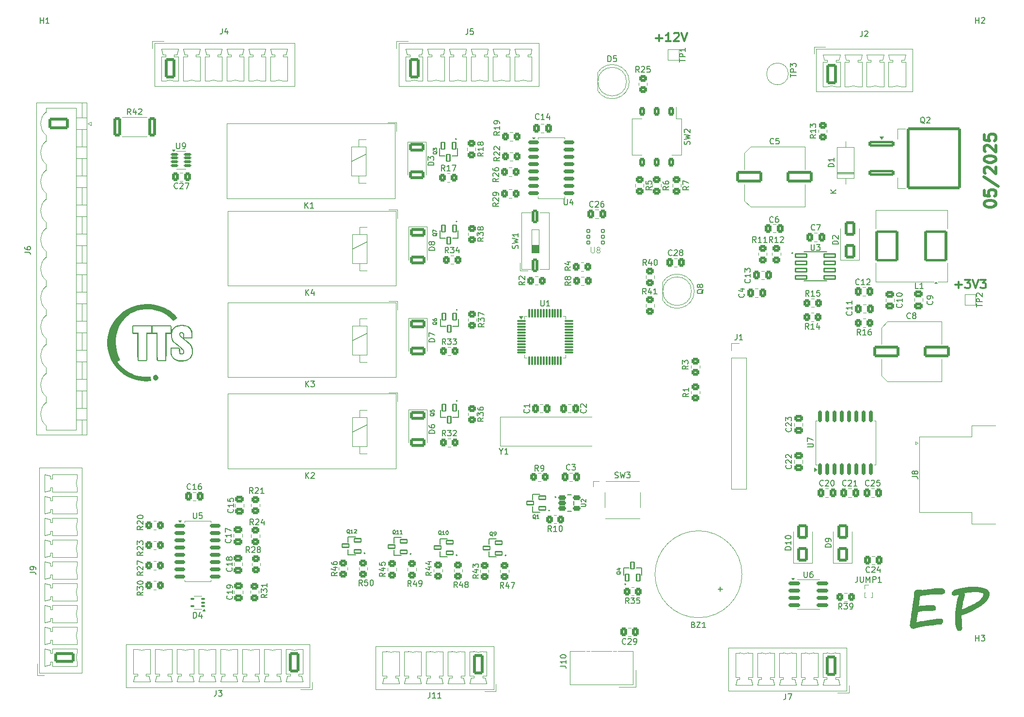
<source format=gto>
G04 #@! TF.GenerationSoftware,KiCad,Pcbnew,9.0.1*
G04 #@! TF.CreationDate,2025-05-27T11:42:45+02:00*
G04 #@! TF.ProjectId,BANC_TEST_418,42414e43-5f54-4455-9354-5f3431382e6b,rev?*
G04 #@! TF.SameCoordinates,Original*
G04 #@! TF.FileFunction,Legend,Top*
G04 #@! TF.FilePolarity,Positive*
%FSLAX46Y46*%
G04 Gerber Fmt 4.6, Leading zero omitted, Abs format (unit mm)*
G04 Created by KiCad (PCBNEW 9.0.1) date 2025-05-27 11:42:45*
%MOMM*%
%LPD*%
G01*
G04 APERTURE LIST*
G04 Aperture macros list*
%AMRoundRect*
0 Rectangle with rounded corners*
0 $1 Rounding radius*
0 $2 $3 $4 $5 $6 $7 $8 $9 X,Y pos of 4 corners*
0 Add a 4 corners polygon primitive as box body*
4,1,4,$2,$3,$4,$5,$6,$7,$8,$9,$2,$3,0*
0 Add four circle primitives for the rounded corners*
1,1,$1+$1,$2,$3*
1,1,$1+$1,$4,$5*
1,1,$1+$1,$6,$7*
1,1,$1+$1,$8,$9*
0 Add four rect primitives between the rounded corners*
20,1,$1+$1,$2,$3,$4,$5,0*
20,1,$1+$1,$4,$5,$6,$7,0*
20,1,$1+$1,$6,$7,$8,$9,0*
20,1,$1+$1,$8,$9,$2,$3,0*%
%AMFreePoly0*
4,1,19,0.809954,1.482520,0.847008,1.431520,0.852000,1.400000,0.852000,-1.000000,0.832520,-1.059954,0.781520,-1.097008,0.750000,-1.102000,-0.750000,-1.102000,-0.809954,-1.082520,-0.847008,-1.031520,-0.852000,-1.000000,-0.852000,1.150000,-0.832520,1.209954,-0.822125,1.222125,-0.572125,1.472125,-0.515956,1.500744,-0.500000,1.502000,0.750000,1.502000,0.809954,1.482520,0.809954,1.482520,
$1*%
G04 Aperture macros list end*
%ADD10C,0.500000*%
%ADD11C,0.300000*%
%ADD12C,0.150000*%
%ADD13C,0.125000*%
%ADD14C,0.120000*%
%ADD15C,0.127000*%
%ADD16C,0.200000*%
%ADD17C,0.100000*%
%ADD18C,0.000000*%
%ADD19RoundRect,0.250000X-0.337500X-0.475000X0.337500X-0.475000X0.337500X0.475000X-0.337500X0.475000X0*%
%ADD20RoundRect,0.250000X-0.450000X0.350000X-0.450000X-0.350000X0.450000X-0.350000X0.450000X0.350000X0*%
%ADD21RoundRect,0.250000X-0.300000X0.500000X-0.300000X-0.500000X0.300000X-0.500000X0.300000X0.500000X0*%
%ADD22RoundRect,0.250000X1.550000X-0.650000X1.550000X0.650000X-1.550000X0.650000X-1.550000X-0.650000X0*%
%ADD23O,3.600000X1.800000*%
%ADD24R,1.800000X1.800000*%
%ADD25C,1.800000*%
%ADD26RoundRect,0.250000X0.350000X0.450000X-0.350000X0.450000X-0.350000X-0.450000X0.350000X-0.450000X0*%
%ADD27RoundRect,0.100000X0.225000X0.100000X-0.225000X0.100000X-0.225000X-0.100000X0.225000X-0.100000X0*%
%ADD28RoundRect,0.198500X-0.508500X-0.198500X0.508500X-0.198500X0.508500X0.198500X-0.508500X0.198500X0*%
%ADD29RoundRect,0.100500X0.616500X0.301500X-0.616500X0.301500X-0.616500X-0.301500X0.616500X-0.301500X0*%
%ADD30RoundRect,0.250000X-0.350000X-0.450000X0.350000X-0.450000X0.350000X0.450000X-0.350000X0.450000X0*%
%ADD31R,1.500000X1.500000*%
%ADD32R,1.600000X1.600000*%
%ADD33C,1.600000*%
%ADD34RoundRect,0.100500X-0.986500X-0.301500X0.986500X-0.301500X0.986500X0.301500X-0.986500X0.301500X0*%
%ADD35RoundRect,0.250000X0.310000X-0.970000X0.310000X0.970000X-0.310000X0.970000X-0.310000X-0.970000X0*%
%ADD36RoundRect,0.250000X0.475000X-0.337500X0.475000X0.337500X-0.475000X0.337500X-0.475000X-0.337500X0*%
%ADD37RoundRect,0.250000X0.650000X-1.000000X0.650000X1.000000X-0.650000X1.000000X-0.650000X-1.000000X0*%
%ADD38RoundRect,0.250000X0.450000X-0.350000X0.450000X0.350000X-0.450000X0.350000X-0.450000X-0.350000X0*%
%ADD39RoundRect,0.250000X-2.050000X-0.300000X2.050000X-0.300000X2.050000X0.300000X-2.050000X0.300000X0*%
%ADD40RoundRect,0.250002X-4.449998X-5.149998X4.449998X-5.149998X4.449998X5.149998X-4.449998X5.149998X0*%
%ADD41RoundRect,0.250000X-0.650000X-1.550000X0.650000X-1.550000X0.650000X1.550000X-0.650000X1.550000X0*%
%ADD42O,1.800000X3.600000*%
%ADD43RoundRect,0.250000X0.337500X0.475000X-0.337500X0.475000X-0.337500X-0.475000X0.337500X-0.475000X0*%
%ADD44RoundRect,0.249999X-0.450001X-1.425001X0.450001X-1.425001X0.450001X1.425001X-0.450001X1.425001X0*%
%ADD45O,2.000000X3.000000*%
%ADD46R,3.000000X2.000000*%
%ADD47O,3.000000X2.000000*%
%ADD48RoundRect,0.100500X-0.301500X0.616500X-0.301500X-0.616500X0.301500X-0.616500X0.301500X0.616500X0*%
%ADD49RoundRect,0.162500X-0.750000X-0.162500X0.750000X-0.162500X0.750000X0.162500X-0.750000X0.162500X0*%
%ADD50RoundRect,0.125000X-0.537500X-0.125000X0.537500X-0.125000X0.537500X0.125000X-0.537500X0.125000X0*%
%ADD51RoundRect,0.250000X-0.475000X0.337500X-0.475000X-0.337500X0.475000X-0.337500X0.475000X0.337500X0*%
%ADD52RoundRect,0.150000X-0.825000X-0.150000X0.825000X-0.150000X0.825000X0.150000X-0.825000X0.150000X0*%
%ADD53RoundRect,0.249999X-1.550001X0.790001X-1.550001X-0.790001X1.550001X-0.790001X1.550001X0.790001X0*%
%ADD54O,3.600000X2.080000*%
%ADD55R,1.600000X1.400000*%
%ADD56RoundRect,0.250000X-1.100000X0.500000X-1.100000X-0.500000X1.100000X-0.500000X1.100000X0.500000X0*%
%ADD57RoundRect,0.250000X0.650000X1.550000X-0.650000X1.550000X-0.650000X-1.550000X0.650000X-1.550000X0*%
%ADD58R,7.875000X2.000000*%
%ADD59RoundRect,0.250000X1.750000X2.500000X-1.750000X2.500000X-1.750000X-2.500000X1.750000X-2.500000X0*%
%ADD60C,8.600000*%
%ADD61R,1.524000X1.524000*%
%ADD62C,1.524000*%
%ADD63C,3.400000*%
%ADD64RoundRect,0.100500X0.301500X-0.616500X0.301500X0.616500X-0.301500X0.616500X-0.301500X-0.616500X0*%
%ADD65RoundRect,0.075000X-0.662500X-0.075000X0.662500X-0.075000X0.662500X0.075000X-0.662500X0.075000X0*%
%ADD66RoundRect,0.075000X-0.075000X-0.662500X0.075000X-0.662500X0.075000X0.662500X-0.075000X0.662500X0*%
%ADD67R,2.200000X2.200000*%
%ADD68O,2.200000X2.200000*%
%ADD69RoundRect,0.250001X-2.049999X-0.799999X2.049999X-0.799999X2.049999X0.799999X-2.049999X0.799999X0*%
%ADD70R,1.700000X1.700000*%
%ADD71O,1.700000X1.700000*%
%ADD72RoundRect,0.150000X0.150000X-0.875000X0.150000X0.875000X-0.150000X0.875000X-0.150000X-0.875000X0*%
%ADD73R,0.850000X0.850000*%
%ADD74O,0.850000X0.850000*%
%ADD75RoundRect,0.102000X0.250000X0.250000X-0.250000X0.250000X-0.250000X-0.250000X0.250000X-0.250000X0*%
%ADD76FreePoly0,180.000000*%
%ADD77R,2.000000X2.000000*%
%ADD78C,2.000000*%
G04 APERTURE END LIST*
D10*
X246279238Y-58163910D02*
X246279238Y-57973433D01*
X246279238Y-57973433D02*
X246374476Y-57782957D01*
X246374476Y-57782957D02*
X246469714Y-57687719D01*
X246469714Y-57687719D02*
X246660190Y-57592481D01*
X246660190Y-57592481D02*
X247041142Y-57497243D01*
X247041142Y-57497243D02*
X247517333Y-57497243D01*
X247517333Y-57497243D02*
X247898285Y-57592481D01*
X247898285Y-57592481D02*
X248088761Y-57687719D01*
X248088761Y-57687719D02*
X248184000Y-57782957D01*
X248184000Y-57782957D02*
X248279238Y-57973433D01*
X248279238Y-57973433D02*
X248279238Y-58163910D01*
X248279238Y-58163910D02*
X248184000Y-58354386D01*
X248184000Y-58354386D02*
X248088761Y-58449624D01*
X248088761Y-58449624D02*
X247898285Y-58544862D01*
X247898285Y-58544862D02*
X247517333Y-58640100D01*
X247517333Y-58640100D02*
X247041142Y-58640100D01*
X247041142Y-58640100D02*
X246660190Y-58544862D01*
X246660190Y-58544862D02*
X246469714Y-58449624D01*
X246469714Y-58449624D02*
X246374476Y-58354386D01*
X246374476Y-58354386D02*
X246279238Y-58163910D01*
X246279238Y-55687719D02*
X246279238Y-56640100D01*
X246279238Y-56640100D02*
X247231619Y-56735338D01*
X247231619Y-56735338D02*
X247136380Y-56640100D01*
X247136380Y-56640100D02*
X247041142Y-56449624D01*
X247041142Y-56449624D02*
X247041142Y-55973433D01*
X247041142Y-55973433D02*
X247136380Y-55782957D01*
X247136380Y-55782957D02*
X247231619Y-55687719D01*
X247231619Y-55687719D02*
X247422095Y-55592481D01*
X247422095Y-55592481D02*
X247898285Y-55592481D01*
X247898285Y-55592481D02*
X248088761Y-55687719D01*
X248088761Y-55687719D02*
X248184000Y-55782957D01*
X248184000Y-55782957D02*
X248279238Y-55973433D01*
X248279238Y-55973433D02*
X248279238Y-56449624D01*
X248279238Y-56449624D02*
X248184000Y-56640100D01*
X248184000Y-56640100D02*
X248088761Y-56735338D01*
X246184000Y-53306767D02*
X248755428Y-55021052D01*
X246469714Y-52735338D02*
X246374476Y-52640100D01*
X246374476Y-52640100D02*
X246279238Y-52449624D01*
X246279238Y-52449624D02*
X246279238Y-51973433D01*
X246279238Y-51973433D02*
X246374476Y-51782957D01*
X246374476Y-51782957D02*
X246469714Y-51687719D01*
X246469714Y-51687719D02*
X246660190Y-51592481D01*
X246660190Y-51592481D02*
X246850666Y-51592481D01*
X246850666Y-51592481D02*
X247136380Y-51687719D01*
X247136380Y-51687719D02*
X248279238Y-52830576D01*
X248279238Y-52830576D02*
X248279238Y-51592481D01*
X246279238Y-50354386D02*
X246279238Y-50163909D01*
X246279238Y-50163909D02*
X246374476Y-49973433D01*
X246374476Y-49973433D02*
X246469714Y-49878195D01*
X246469714Y-49878195D02*
X246660190Y-49782957D01*
X246660190Y-49782957D02*
X247041142Y-49687719D01*
X247041142Y-49687719D02*
X247517333Y-49687719D01*
X247517333Y-49687719D02*
X247898285Y-49782957D01*
X247898285Y-49782957D02*
X248088761Y-49878195D01*
X248088761Y-49878195D02*
X248184000Y-49973433D01*
X248184000Y-49973433D02*
X248279238Y-50163909D01*
X248279238Y-50163909D02*
X248279238Y-50354386D01*
X248279238Y-50354386D02*
X248184000Y-50544862D01*
X248184000Y-50544862D02*
X248088761Y-50640100D01*
X248088761Y-50640100D02*
X247898285Y-50735338D01*
X247898285Y-50735338D02*
X247517333Y-50830576D01*
X247517333Y-50830576D02*
X247041142Y-50830576D01*
X247041142Y-50830576D02*
X246660190Y-50735338D01*
X246660190Y-50735338D02*
X246469714Y-50640100D01*
X246469714Y-50640100D02*
X246374476Y-50544862D01*
X246374476Y-50544862D02*
X246279238Y-50354386D01*
X246469714Y-48925814D02*
X246374476Y-48830576D01*
X246374476Y-48830576D02*
X246279238Y-48640100D01*
X246279238Y-48640100D02*
X246279238Y-48163909D01*
X246279238Y-48163909D02*
X246374476Y-47973433D01*
X246374476Y-47973433D02*
X246469714Y-47878195D01*
X246469714Y-47878195D02*
X246660190Y-47782957D01*
X246660190Y-47782957D02*
X246850666Y-47782957D01*
X246850666Y-47782957D02*
X247136380Y-47878195D01*
X247136380Y-47878195D02*
X248279238Y-49021052D01*
X248279238Y-49021052D02*
X248279238Y-47782957D01*
X246279238Y-45973433D02*
X246279238Y-46925814D01*
X246279238Y-46925814D02*
X247231619Y-47021052D01*
X247231619Y-47021052D02*
X247136380Y-46925814D01*
X247136380Y-46925814D02*
X247041142Y-46735338D01*
X247041142Y-46735338D02*
X247041142Y-46259147D01*
X247041142Y-46259147D02*
X247136380Y-46068671D01*
X247136380Y-46068671D02*
X247231619Y-45973433D01*
X247231619Y-45973433D02*
X247422095Y-45878195D01*
X247422095Y-45878195D02*
X247898285Y-45878195D01*
X247898285Y-45878195D02*
X248088761Y-45973433D01*
X248088761Y-45973433D02*
X248184000Y-46068671D01*
X248184000Y-46068671D02*
X248279238Y-46259147D01*
X248279238Y-46259147D02*
X248279238Y-46735338D01*
X248279238Y-46735338D02*
X248184000Y-46925814D01*
X248184000Y-46925814D02*
X248088761Y-47021052D01*
D11*
X241204510Y-72249400D02*
X242347368Y-72249400D01*
X241775939Y-72820828D02*
X241775939Y-71677971D01*
X242918796Y-71320828D02*
X243847368Y-71320828D01*
X243847368Y-71320828D02*
X243347368Y-71892257D01*
X243347368Y-71892257D02*
X243561653Y-71892257D01*
X243561653Y-71892257D02*
X243704511Y-71963685D01*
X243704511Y-71963685D02*
X243775939Y-72035114D01*
X243775939Y-72035114D02*
X243847368Y-72177971D01*
X243847368Y-72177971D02*
X243847368Y-72535114D01*
X243847368Y-72535114D02*
X243775939Y-72677971D01*
X243775939Y-72677971D02*
X243704511Y-72749400D01*
X243704511Y-72749400D02*
X243561653Y-72820828D01*
X243561653Y-72820828D02*
X243133082Y-72820828D01*
X243133082Y-72820828D02*
X242990225Y-72749400D01*
X242990225Y-72749400D02*
X242918796Y-72677971D01*
X244275939Y-71320828D02*
X244775939Y-72820828D01*
X244775939Y-72820828D02*
X245275939Y-71320828D01*
X245633081Y-71320828D02*
X246561653Y-71320828D01*
X246561653Y-71320828D02*
X246061653Y-71892257D01*
X246061653Y-71892257D02*
X246275938Y-71892257D01*
X246275938Y-71892257D02*
X246418796Y-71963685D01*
X246418796Y-71963685D02*
X246490224Y-72035114D01*
X246490224Y-72035114D02*
X246561653Y-72177971D01*
X246561653Y-72177971D02*
X246561653Y-72535114D01*
X246561653Y-72535114D02*
X246490224Y-72677971D01*
X246490224Y-72677971D02*
X246418796Y-72749400D01*
X246418796Y-72749400D02*
X246275938Y-72820828D01*
X246275938Y-72820828D02*
X245847367Y-72820828D01*
X245847367Y-72820828D02*
X245704510Y-72749400D01*
X245704510Y-72749400D02*
X245633081Y-72677971D01*
X188884510Y-29079400D02*
X190027368Y-29079400D01*
X189455939Y-29650828D02*
X189455939Y-28507971D01*
X191527368Y-29650828D02*
X190670225Y-29650828D01*
X191098796Y-29650828D02*
X191098796Y-28150828D01*
X191098796Y-28150828D02*
X190955939Y-28365114D01*
X190955939Y-28365114D02*
X190813082Y-28507971D01*
X190813082Y-28507971D02*
X190670225Y-28579400D01*
X192098796Y-28293685D02*
X192170224Y-28222257D01*
X192170224Y-28222257D02*
X192313082Y-28150828D01*
X192313082Y-28150828D02*
X192670224Y-28150828D01*
X192670224Y-28150828D02*
X192813082Y-28222257D01*
X192813082Y-28222257D02*
X192884510Y-28293685D01*
X192884510Y-28293685D02*
X192955939Y-28436542D01*
X192955939Y-28436542D02*
X192955939Y-28579400D01*
X192955939Y-28579400D02*
X192884510Y-28793685D01*
X192884510Y-28793685D02*
X192027367Y-29650828D01*
X192027367Y-29650828D02*
X192955939Y-29650828D01*
X193384510Y-28150828D02*
X193884510Y-29650828D01*
X193884510Y-29650828D02*
X194384510Y-28150828D01*
G36*
X239445219Y-125877281D02*
G01*
X239430954Y-125993132D01*
X239390081Y-126089711D01*
X239256297Y-126241019D01*
X239091311Y-126331633D01*
X238938293Y-126360698D01*
X238735266Y-126363263D01*
X238489070Y-126365400D01*
X238233042Y-126367965D01*
X237996249Y-126370529D01*
X237513258Y-126389336D01*
X236922984Y-126433361D01*
X236334848Y-126485506D01*
X235863825Y-126524830D01*
X235732178Y-126536797D01*
X235509918Y-126565862D01*
X235282955Y-126609032D01*
X235141905Y-126664170D01*
X235098423Y-126722533D01*
X235055565Y-126847108D01*
X234993588Y-127274533D01*
X234952555Y-127666482D01*
X234912377Y-128024664D01*
X234873909Y-128384983D01*
X235191913Y-128373015D01*
X235519321Y-128346515D01*
X235835188Y-128315313D01*
X236112587Y-128283683D01*
X236480600Y-128240086D01*
X237054631Y-128220852D01*
X237401273Y-128237949D01*
X237538118Y-128267016D01*
X237640204Y-128315313D01*
X237719910Y-128389413D01*
X237778689Y-128499106D01*
X237811487Y-128634340D01*
X237824424Y-128835489D01*
X237810482Y-128949189D01*
X237771851Y-129036379D01*
X237635502Y-129165034D01*
X237446580Y-129230430D01*
X237236287Y-129247099D01*
X237056769Y-129244962D01*
X236839209Y-129240260D01*
X236633618Y-129235559D01*
X236485301Y-129232994D01*
X236092925Y-129252228D01*
X235650540Y-129299673D01*
X235194050Y-129364214D01*
X234754230Y-129433457D01*
X234711060Y-129540740D01*
X234651221Y-129817284D01*
X234586680Y-130193846D01*
X234524703Y-130596907D01*
X234479396Y-130956799D01*
X234462726Y-131207270D01*
X234596510Y-131190601D01*
X234847409Y-131147003D01*
X235184647Y-131086309D01*
X235574459Y-131014074D01*
X235983504Y-130938847D01*
X236375453Y-130873451D01*
X236949057Y-130779418D01*
X237535057Y-130690086D01*
X238094556Y-130625545D01*
X238589515Y-130600754D01*
X238845115Y-130629819D01*
X238984028Y-130714022D01*
X239041303Y-130850798D01*
X239053271Y-131038010D01*
X239039589Y-131211889D01*
X239002834Y-131343191D01*
X238876317Y-131538097D01*
X238708766Y-131638969D01*
X238532240Y-131667607D01*
X238103960Y-131684704D01*
X237649607Y-131726164D01*
X237209787Y-131779592D01*
X236825104Y-131832593D01*
X236676360Y-131852255D01*
X236430163Y-131883884D01*
X236181830Y-131915513D01*
X236021545Y-131934748D01*
X235617201Y-131987748D01*
X235206018Y-132053144D01*
X234811505Y-132132645D01*
X234453323Y-132224542D01*
X234140020Y-132325841D01*
X233975916Y-132365355D01*
X233798080Y-132378842D01*
X233649899Y-132360980D01*
X233537351Y-132311736D01*
X233374930Y-132156154D01*
X233291154Y-131977063D01*
X233267219Y-131838149D01*
X233281324Y-131531686D01*
X233319792Y-131197012D01*
X233381769Y-130790103D01*
X233468108Y-130268218D01*
X233508714Y-129993383D01*
X233573255Y-129548006D01*
X233654466Y-128990644D01*
X233742943Y-128375580D01*
X233831420Y-127760943D01*
X233912630Y-127205718D01*
X233979736Y-126765470D01*
X234022906Y-126497047D01*
X233998970Y-126310690D01*
X233975034Y-126147841D01*
X233994269Y-125999524D01*
X234063511Y-125894378D01*
X234192594Y-125738795D01*
X234348176Y-125599882D01*
X234501195Y-125540042D01*
X234689689Y-125554575D01*
X234959822Y-125573809D01*
X235232519Y-125588341D01*
X235424005Y-125593043D01*
X235746711Y-125566543D01*
X236107458Y-125540042D01*
X236483164Y-125505421D01*
X236843911Y-125455412D01*
X237211924Y-125398565D01*
X237730818Y-125336161D01*
X238273647Y-125286579D01*
X238718597Y-125266490D01*
X238938293Y-125281450D01*
X239165256Y-125354540D01*
X239263472Y-125426746D01*
X239349476Y-125532776D01*
X239409146Y-125666519D01*
X239445219Y-125862321D01*
X239445219Y-125877281D01*
G37*
G36*
X244617062Y-125024995D02*
G01*
X245083382Y-125048931D01*
X245539872Y-125101932D01*
X246001491Y-125192973D01*
X246490715Y-125360500D01*
X246843091Y-125575946D01*
X247058165Y-125796197D01*
X247183071Y-126046490D01*
X247225636Y-126338045D01*
X247187168Y-126551330D01*
X247089288Y-126843261D01*
X246957641Y-127145023D01*
X246819155Y-127386946D01*
X246635137Y-127613238D01*
X246372069Y-127871218D01*
X246070854Y-128120445D01*
X245700157Y-128388402D01*
X244959002Y-128860707D01*
X244203742Y-129274882D01*
X243273237Y-129708718D01*
X242329056Y-130060489D01*
X242329056Y-130290871D01*
X242336322Y-130492616D01*
X242355556Y-130814039D01*
X242379064Y-131202569D01*
X242403000Y-131605630D01*
X242422234Y-131970224D01*
X242429501Y-132243776D01*
X242388890Y-132465479D01*
X242273918Y-132625039D01*
X242098913Y-132725632D01*
X241860598Y-132761815D01*
X241697830Y-132724664D01*
X241551709Y-132607103D01*
X241415730Y-132378741D01*
X241295793Y-131987191D01*
X241207255Y-131364017D01*
X241172016Y-130427220D01*
X241183984Y-130010480D01*
X241222025Y-129557410D01*
X241286566Y-129037661D01*
X241296987Y-128966281D01*
X242410694Y-128966281D01*
X242769303Y-128816255D01*
X243177922Y-128644857D01*
X243584403Y-128468331D01*
X243936174Y-128308474D01*
X244119966Y-128213158D01*
X244330259Y-128103737D01*
X244547819Y-127987050D01*
X244748709Y-127869936D01*
X245224433Y-127543811D01*
X245676648Y-127140749D01*
X245866707Y-126920502D01*
X246013459Y-126704775D01*
X246114503Y-126482126D01*
X246145106Y-126287609D01*
X246099722Y-126208422D01*
X245901046Y-126125615D01*
X245538870Y-126047709D01*
X245167158Y-126004226D01*
X244495245Y-125977726D01*
X243670315Y-126023033D01*
X242788110Y-126139720D01*
X242894120Y-126303300D01*
X242931725Y-126525684D01*
X242895821Y-126676138D01*
X242816748Y-126940714D01*
X242733400Y-127207427D01*
X242678262Y-127360018D01*
X242632955Y-127515173D01*
X242589785Y-127717773D01*
X242549180Y-127943880D01*
X242511139Y-128170416D01*
X242465404Y-128430290D01*
X242439331Y-128630325D01*
X242422662Y-128799585D01*
X242410694Y-128966281D01*
X241296987Y-128966281D01*
X241377608Y-128414048D01*
X241466085Y-127863097D01*
X241568667Y-127347623D01*
X241705015Y-126851382D01*
X241893937Y-126357706D01*
X241580635Y-126456014D01*
X241243824Y-126568427D01*
X241138677Y-126606895D01*
X241023700Y-126621428D01*
X240855060Y-126595254D01*
X240724930Y-126520983D01*
X240637517Y-126405459D01*
X240607815Y-126256834D01*
X240628937Y-126069733D01*
X240689026Y-125914467D01*
X240790734Y-125780104D01*
X240949328Y-125653310D01*
X241144252Y-125548932D01*
X241408382Y-125449428D01*
X242090125Y-125279313D01*
X242587220Y-125185707D01*
X243127486Y-125104069D01*
X243658347Y-125044229D01*
X244127233Y-125020294D01*
X244617062Y-125024995D01*
G37*
D12*
X173883333Y-104529580D02*
X173835714Y-104577200D01*
X173835714Y-104577200D02*
X173692857Y-104624819D01*
X173692857Y-104624819D02*
X173597619Y-104624819D01*
X173597619Y-104624819D02*
X173454762Y-104577200D01*
X173454762Y-104577200D02*
X173359524Y-104481961D01*
X173359524Y-104481961D02*
X173311905Y-104386723D01*
X173311905Y-104386723D02*
X173264286Y-104196247D01*
X173264286Y-104196247D02*
X173264286Y-104053390D01*
X173264286Y-104053390D02*
X173311905Y-103862914D01*
X173311905Y-103862914D02*
X173359524Y-103767676D01*
X173359524Y-103767676D02*
X173454762Y-103672438D01*
X173454762Y-103672438D02*
X173597619Y-103624819D01*
X173597619Y-103624819D02*
X173692857Y-103624819D01*
X173692857Y-103624819D02*
X173835714Y-103672438D01*
X173835714Y-103672438D02*
X173883333Y-103720057D01*
X174216667Y-103624819D02*
X174835714Y-103624819D01*
X174835714Y-103624819D02*
X174502381Y-104005771D01*
X174502381Y-104005771D02*
X174645238Y-104005771D01*
X174645238Y-104005771D02*
X174740476Y-104053390D01*
X174740476Y-104053390D02*
X174788095Y-104101009D01*
X174788095Y-104101009D02*
X174835714Y-104196247D01*
X174835714Y-104196247D02*
X174835714Y-104434342D01*
X174835714Y-104434342D02*
X174788095Y-104529580D01*
X174788095Y-104529580D02*
X174740476Y-104577200D01*
X174740476Y-104577200D02*
X174645238Y-104624819D01*
X174645238Y-104624819D02*
X174359524Y-104624819D01*
X174359524Y-104624819D02*
X174264286Y-104577200D01*
X174264286Y-104577200D02*
X174216667Y-104529580D01*
X176647080Y-94016666D02*
X176694700Y-94064285D01*
X176694700Y-94064285D02*
X176742319Y-94207142D01*
X176742319Y-94207142D02*
X176742319Y-94302380D01*
X176742319Y-94302380D02*
X176694700Y-94445237D01*
X176694700Y-94445237D02*
X176599461Y-94540475D01*
X176599461Y-94540475D02*
X176504223Y-94588094D01*
X176504223Y-94588094D02*
X176313747Y-94635713D01*
X176313747Y-94635713D02*
X176170890Y-94635713D01*
X176170890Y-94635713D02*
X175980414Y-94588094D01*
X175980414Y-94588094D02*
X175885176Y-94540475D01*
X175885176Y-94540475D02*
X175789938Y-94445237D01*
X175789938Y-94445237D02*
X175742319Y-94302380D01*
X175742319Y-94302380D02*
X175742319Y-94207142D01*
X175742319Y-94207142D02*
X175789938Y-94064285D01*
X175789938Y-94064285D02*
X175837557Y-94016666D01*
X175837557Y-93635713D02*
X175789938Y-93588094D01*
X175789938Y-93588094D02*
X175742319Y-93492856D01*
X175742319Y-93492856D02*
X175742319Y-93254761D01*
X175742319Y-93254761D02*
X175789938Y-93159523D01*
X175789938Y-93159523D02*
X175837557Y-93111904D01*
X175837557Y-93111904D02*
X175932795Y-93064285D01*
X175932795Y-93064285D02*
X176028033Y-93064285D01*
X176028033Y-93064285D02*
X176170890Y-93111904D01*
X176170890Y-93111904D02*
X176742319Y-93683332D01*
X176742319Y-93683332D02*
X176742319Y-93064285D01*
X117907142Y-119054819D02*
X117573809Y-118578628D01*
X117335714Y-119054819D02*
X117335714Y-118054819D01*
X117335714Y-118054819D02*
X117716666Y-118054819D01*
X117716666Y-118054819D02*
X117811904Y-118102438D01*
X117811904Y-118102438D02*
X117859523Y-118150057D01*
X117859523Y-118150057D02*
X117907142Y-118245295D01*
X117907142Y-118245295D02*
X117907142Y-118388152D01*
X117907142Y-118388152D02*
X117859523Y-118483390D01*
X117859523Y-118483390D02*
X117811904Y-118531009D01*
X117811904Y-118531009D02*
X117716666Y-118578628D01*
X117716666Y-118578628D02*
X117335714Y-118578628D01*
X118288095Y-118150057D02*
X118335714Y-118102438D01*
X118335714Y-118102438D02*
X118430952Y-118054819D01*
X118430952Y-118054819D02*
X118669047Y-118054819D01*
X118669047Y-118054819D02*
X118764285Y-118102438D01*
X118764285Y-118102438D02*
X118811904Y-118150057D01*
X118811904Y-118150057D02*
X118859523Y-118245295D01*
X118859523Y-118245295D02*
X118859523Y-118340533D01*
X118859523Y-118340533D02*
X118811904Y-118483390D01*
X118811904Y-118483390D02*
X118240476Y-119054819D01*
X118240476Y-119054819D02*
X118859523Y-119054819D01*
X119430952Y-118483390D02*
X119335714Y-118435771D01*
X119335714Y-118435771D02*
X119288095Y-118388152D01*
X119288095Y-118388152D02*
X119240476Y-118292914D01*
X119240476Y-118292914D02*
X119240476Y-118245295D01*
X119240476Y-118245295D02*
X119288095Y-118150057D01*
X119288095Y-118150057D02*
X119335714Y-118102438D01*
X119335714Y-118102438D02*
X119430952Y-118054819D01*
X119430952Y-118054819D02*
X119621428Y-118054819D01*
X119621428Y-118054819D02*
X119716666Y-118102438D01*
X119716666Y-118102438D02*
X119764285Y-118150057D01*
X119764285Y-118150057D02*
X119811904Y-118245295D01*
X119811904Y-118245295D02*
X119811904Y-118292914D01*
X119811904Y-118292914D02*
X119764285Y-118388152D01*
X119764285Y-118388152D02*
X119716666Y-118435771D01*
X119716666Y-118435771D02*
X119621428Y-118483390D01*
X119621428Y-118483390D02*
X119430952Y-118483390D01*
X119430952Y-118483390D02*
X119335714Y-118531009D01*
X119335714Y-118531009D02*
X119288095Y-118578628D01*
X119288095Y-118578628D02*
X119240476Y-118673866D01*
X119240476Y-118673866D02*
X119240476Y-118864342D01*
X119240476Y-118864342D02*
X119288095Y-118959580D01*
X119288095Y-118959580D02*
X119335714Y-119007200D01*
X119335714Y-119007200D02*
X119430952Y-119054819D01*
X119430952Y-119054819D02*
X119621428Y-119054819D01*
X119621428Y-119054819D02*
X119716666Y-119007200D01*
X119716666Y-119007200D02*
X119764285Y-118959580D01*
X119764285Y-118959580D02*
X119811904Y-118864342D01*
X119811904Y-118864342D02*
X119811904Y-118673866D01*
X119811904Y-118673866D02*
X119764285Y-118578628D01*
X119764285Y-118578628D02*
X119716666Y-118531009D01*
X119716666Y-118531009D02*
X119621428Y-118483390D01*
X194797200Y-47683332D02*
X194844819Y-47540475D01*
X194844819Y-47540475D02*
X194844819Y-47302380D01*
X194844819Y-47302380D02*
X194797200Y-47207142D01*
X194797200Y-47207142D02*
X194749580Y-47159523D01*
X194749580Y-47159523D02*
X194654342Y-47111904D01*
X194654342Y-47111904D02*
X194559104Y-47111904D01*
X194559104Y-47111904D02*
X194463866Y-47159523D01*
X194463866Y-47159523D02*
X194416247Y-47207142D01*
X194416247Y-47207142D02*
X194368628Y-47302380D01*
X194368628Y-47302380D02*
X194321009Y-47492856D01*
X194321009Y-47492856D02*
X194273390Y-47588094D01*
X194273390Y-47588094D02*
X194225771Y-47635713D01*
X194225771Y-47635713D02*
X194130533Y-47683332D01*
X194130533Y-47683332D02*
X194035295Y-47683332D01*
X194035295Y-47683332D02*
X193940057Y-47635713D01*
X193940057Y-47635713D02*
X193892438Y-47588094D01*
X193892438Y-47588094D02*
X193844819Y-47492856D01*
X193844819Y-47492856D02*
X193844819Y-47254761D01*
X193844819Y-47254761D02*
X193892438Y-47111904D01*
X193844819Y-46778570D02*
X194844819Y-46540475D01*
X194844819Y-46540475D02*
X194130533Y-46349999D01*
X194130533Y-46349999D02*
X194844819Y-46159523D01*
X194844819Y-46159523D02*
X193844819Y-45921428D01*
X193940057Y-45588094D02*
X193892438Y-45540475D01*
X193892438Y-45540475D02*
X193844819Y-45445237D01*
X193844819Y-45445237D02*
X193844819Y-45207142D01*
X193844819Y-45207142D02*
X193892438Y-45111904D01*
X193892438Y-45111904D02*
X193940057Y-45064285D01*
X193940057Y-45064285D02*
X194035295Y-45016666D01*
X194035295Y-45016666D02*
X194130533Y-45016666D01*
X194130533Y-45016666D02*
X194273390Y-45064285D01*
X194273390Y-45064285D02*
X194844819Y-45635713D01*
X194844819Y-45635713D02*
X194844819Y-45016666D01*
X79554819Y-122493333D02*
X80269104Y-122493333D01*
X80269104Y-122493333D02*
X80411961Y-122540952D01*
X80411961Y-122540952D02*
X80507200Y-122636190D01*
X80507200Y-122636190D02*
X80554819Y-122779047D01*
X80554819Y-122779047D02*
X80554819Y-122874285D01*
X80554819Y-121969523D02*
X80554819Y-121779047D01*
X80554819Y-121779047D02*
X80507200Y-121683809D01*
X80507200Y-121683809D02*
X80459580Y-121636190D01*
X80459580Y-121636190D02*
X80316723Y-121540952D01*
X80316723Y-121540952D02*
X80126247Y-121493333D01*
X80126247Y-121493333D02*
X79745295Y-121493333D01*
X79745295Y-121493333D02*
X79650057Y-121540952D01*
X79650057Y-121540952D02*
X79602438Y-121588571D01*
X79602438Y-121588571D02*
X79554819Y-121683809D01*
X79554819Y-121683809D02*
X79554819Y-121874285D01*
X79554819Y-121874285D02*
X79602438Y-121969523D01*
X79602438Y-121969523D02*
X79650057Y-122017142D01*
X79650057Y-122017142D02*
X79745295Y-122064761D01*
X79745295Y-122064761D02*
X79983390Y-122064761D01*
X79983390Y-122064761D02*
X80078628Y-122017142D01*
X80078628Y-122017142D02*
X80126247Y-121969523D01*
X80126247Y-121969523D02*
X80173866Y-121874285D01*
X80173866Y-121874285D02*
X80173866Y-121683809D01*
X80173866Y-121683809D02*
X80126247Y-121588571D01*
X80126247Y-121588571D02*
X80078628Y-121540952D01*
X80078628Y-121540952D02*
X79983390Y-121493333D01*
X197220057Y-73035238D02*
X197172438Y-73130476D01*
X197172438Y-73130476D02*
X197077200Y-73225714D01*
X197077200Y-73225714D02*
X196934342Y-73368571D01*
X196934342Y-73368571D02*
X196886723Y-73463809D01*
X196886723Y-73463809D02*
X196886723Y-73559047D01*
X197124819Y-73511428D02*
X197077200Y-73606666D01*
X197077200Y-73606666D02*
X196981961Y-73701904D01*
X196981961Y-73701904D02*
X196791485Y-73749523D01*
X196791485Y-73749523D02*
X196458152Y-73749523D01*
X196458152Y-73749523D02*
X196267676Y-73701904D01*
X196267676Y-73701904D02*
X196172438Y-73606666D01*
X196172438Y-73606666D02*
X196124819Y-73511428D01*
X196124819Y-73511428D02*
X196124819Y-73320952D01*
X196124819Y-73320952D02*
X196172438Y-73225714D01*
X196172438Y-73225714D02*
X196267676Y-73130476D01*
X196267676Y-73130476D02*
X196458152Y-73082857D01*
X196458152Y-73082857D02*
X196791485Y-73082857D01*
X196791485Y-73082857D02*
X196981961Y-73130476D01*
X196981961Y-73130476D02*
X197077200Y-73225714D01*
X197077200Y-73225714D02*
X197124819Y-73320952D01*
X197124819Y-73320952D02*
X197124819Y-73511428D01*
X196553390Y-72511428D02*
X196505771Y-72606666D01*
X196505771Y-72606666D02*
X196458152Y-72654285D01*
X196458152Y-72654285D02*
X196362914Y-72701904D01*
X196362914Y-72701904D02*
X196315295Y-72701904D01*
X196315295Y-72701904D02*
X196220057Y-72654285D01*
X196220057Y-72654285D02*
X196172438Y-72606666D01*
X196172438Y-72606666D02*
X196124819Y-72511428D01*
X196124819Y-72511428D02*
X196124819Y-72320952D01*
X196124819Y-72320952D02*
X196172438Y-72225714D01*
X196172438Y-72225714D02*
X196220057Y-72178095D01*
X196220057Y-72178095D02*
X196315295Y-72130476D01*
X196315295Y-72130476D02*
X196362914Y-72130476D01*
X196362914Y-72130476D02*
X196458152Y-72178095D01*
X196458152Y-72178095D02*
X196505771Y-72225714D01*
X196505771Y-72225714D02*
X196553390Y-72320952D01*
X196553390Y-72320952D02*
X196553390Y-72511428D01*
X196553390Y-72511428D02*
X196601009Y-72606666D01*
X196601009Y-72606666D02*
X196648628Y-72654285D01*
X196648628Y-72654285D02*
X196743866Y-72701904D01*
X196743866Y-72701904D02*
X196934342Y-72701904D01*
X196934342Y-72701904D02*
X197029580Y-72654285D01*
X197029580Y-72654285D02*
X197077200Y-72606666D01*
X197077200Y-72606666D02*
X197124819Y-72511428D01*
X197124819Y-72511428D02*
X197124819Y-72320952D01*
X197124819Y-72320952D02*
X197077200Y-72225714D01*
X197077200Y-72225714D02*
X197029580Y-72178095D01*
X197029580Y-72178095D02*
X196934342Y-72130476D01*
X196934342Y-72130476D02*
X196743866Y-72130476D01*
X196743866Y-72130476D02*
X196648628Y-72178095D01*
X196648628Y-72178095D02*
X196601009Y-72225714D01*
X196601009Y-72225714D02*
X196553390Y-72320952D01*
X224657142Y-81004819D02*
X224323809Y-80528628D01*
X224085714Y-81004819D02*
X224085714Y-80004819D01*
X224085714Y-80004819D02*
X224466666Y-80004819D01*
X224466666Y-80004819D02*
X224561904Y-80052438D01*
X224561904Y-80052438D02*
X224609523Y-80100057D01*
X224609523Y-80100057D02*
X224657142Y-80195295D01*
X224657142Y-80195295D02*
X224657142Y-80338152D01*
X224657142Y-80338152D02*
X224609523Y-80433390D01*
X224609523Y-80433390D02*
X224561904Y-80481009D01*
X224561904Y-80481009D02*
X224466666Y-80528628D01*
X224466666Y-80528628D02*
X224085714Y-80528628D01*
X225609523Y-81004819D02*
X225038095Y-81004819D01*
X225323809Y-81004819D02*
X225323809Y-80004819D01*
X225323809Y-80004819D02*
X225228571Y-80147676D01*
X225228571Y-80147676D02*
X225133333Y-80242914D01*
X225133333Y-80242914D02*
X225038095Y-80290533D01*
X226466666Y-80004819D02*
X226276190Y-80004819D01*
X226276190Y-80004819D02*
X226180952Y-80052438D01*
X226180952Y-80052438D02*
X226133333Y-80100057D01*
X226133333Y-80100057D02*
X226038095Y-80242914D01*
X226038095Y-80242914D02*
X225990476Y-80433390D01*
X225990476Y-80433390D02*
X225990476Y-80814342D01*
X225990476Y-80814342D02*
X226038095Y-80909580D01*
X226038095Y-80909580D02*
X226085714Y-80957200D01*
X226085714Y-80957200D02*
X226180952Y-81004819D01*
X226180952Y-81004819D02*
X226371428Y-81004819D01*
X226371428Y-81004819D02*
X226466666Y-80957200D01*
X226466666Y-80957200D02*
X226514285Y-80909580D01*
X226514285Y-80909580D02*
X226561904Y-80814342D01*
X226561904Y-80814342D02*
X226561904Y-80576247D01*
X226561904Y-80576247D02*
X226514285Y-80481009D01*
X226514285Y-80481009D02*
X226466666Y-80433390D01*
X226466666Y-80433390D02*
X226371428Y-80385771D01*
X226371428Y-80385771D02*
X226180952Y-80385771D01*
X226180952Y-80385771D02*
X226085714Y-80433390D01*
X226085714Y-80433390D02*
X226038095Y-80481009D01*
X226038095Y-80481009D02*
X225990476Y-80576247D01*
X108111905Y-130504819D02*
X108111905Y-129504819D01*
X108111905Y-129504819D02*
X108350000Y-129504819D01*
X108350000Y-129504819D02*
X108492857Y-129552438D01*
X108492857Y-129552438D02*
X108588095Y-129647676D01*
X108588095Y-129647676D02*
X108635714Y-129742914D01*
X108635714Y-129742914D02*
X108683333Y-129933390D01*
X108683333Y-129933390D02*
X108683333Y-130076247D01*
X108683333Y-130076247D02*
X108635714Y-130266723D01*
X108635714Y-130266723D02*
X108588095Y-130361961D01*
X108588095Y-130361961D02*
X108492857Y-130457200D01*
X108492857Y-130457200D02*
X108350000Y-130504819D01*
X108350000Y-130504819D02*
X108111905Y-130504819D01*
X109540476Y-129838152D02*
X109540476Y-130504819D01*
X109302381Y-129457200D02*
X109064286Y-130171485D01*
X109064286Y-130171485D02*
X109683333Y-130171485D01*
X175857295Y-111009523D02*
X176504914Y-111009523D01*
X176504914Y-111009523D02*
X176581104Y-110971428D01*
X176581104Y-110971428D02*
X176619200Y-110933333D01*
X176619200Y-110933333D02*
X176657295Y-110857142D01*
X176657295Y-110857142D02*
X176657295Y-110704761D01*
X176657295Y-110704761D02*
X176619200Y-110628571D01*
X176619200Y-110628571D02*
X176581104Y-110590476D01*
X176581104Y-110590476D02*
X176504914Y-110552380D01*
X176504914Y-110552380D02*
X175857295Y-110552380D01*
X175933485Y-110209524D02*
X175895390Y-110171428D01*
X175895390Y-110171428D02*
X175857295Y-110095238D01*
X175857295Y-110095238D02*
X175857295Y-109904762D01*
X175857295Y-109904762D02*
X175895390Y-109828571D01*
X175895390Y-109828571D02*
X175933485Y-109790476D01*
X175933485Y-109790476D02*
X176009676Y-109752381D01*
X176009676Y-109752381D02*
X176085866Y-109752381D01*
X176085866Y-109752381D02*
X176200152Y-109790476D01*
X176200152Y-109790476D02*
X176657295Y-110247619D01*
X176657295Y-110247619D02*
X176657295Y-109752381D01*
X224432142Y-72134580D02*
X224384523Y-72182200D01*
X224384523Y-72182200D02*
X224241666Y-72229819D01*
X224241666Y-72229819D02*
X224146428Y-72229819D01*
X224146428Y-72229819D02*
X224003571Y-72182200D01*
X224003571Y-72182200D02*
X223908333Y-72086961D01*
X223908333Y-72086961D02*
X223860714Y-71991723D01*
X223860714Y-71991723D02*
X223813095Y-71801247D01*
X223813095Y-71801247D02*
X223813095Y-71658390D01*
X223813095Y-71658390D02*
X223860714Y-71467914D01*
X223860714Y-71467914D02*
X223908333Y-71372676D01*
X223908333Y-71372676D02*
X224003571Y-71277438D01*
X224003571Y-71277438D02*
X224146428Y-71229819D01*
X224146428Y-71229819D02*
X224241666Y-71229819D01*
X224241666Y-71229819D02*
X224384523Y-71277438D01*
X224384523Y-71277438D02*
X224432142Y-71325057D01*
X225384523Y-72229819D02*
X224813095Y-72229819D01*
X225098809Y-72229819D02*
X225098809Y-71229819D01*
X225098809Y-71229819D02*
X225003571Y-71372676D01*
X225003571Y-71372676D02*
X224908333Y-71467914D01*
X224908333Y-71467914D02*
X224813095Y-71515533D01*
X225765476Y-71325057D02*
X225813095Y-71277438D01*
X225813095Y-71277438D02*
X225908333Y-71229819D01*
X225908333Y-71229819D02*
X226146428Y-71229819D01*
X226146428Y-71229819D02*
X226241666Y-71277438D01*
X226241666Y-71277438D02*
X226289285Y-71325057D01*
X226289285Y-71325057D02*
X226336904Y-71420295D01*
X226336904Y-71420295D02*
X226336904Y-71515533D01*
X226336904Y-71515533D02*
X226289285Y-71658390D01*
X226289285Y-71658390D02*
X225717857Y-72229819D01*
X225717857Y-72229819D02*
X226336904Y-72229819D01*
X160399047Y-116149228D02*
X160338095Y-116118752D01*
X160338095Y-116118752D02*
X160277142Y-116057800D01*
X160277142Y-116057800D02*
X160185714Y-115966371D01*
X160185714Y-115966371D02*
X160124761Y-115935895D01*
X160124761Y-115935895D02*
X160063809Y-115935895D01*
X160094285Y-116088276D02*
X160033333Y-116057800D01*
X160033333Y-116057800D02*
X159972380Y-115996847D01*
X159972380Y-115996847D02*
X159941904Y-115874942D01*
X159941904Y-115874942D02*
X159941904Y-115661609D01*
X159941904Y-115661609D02*
X159972380Y-115539704D01*
X159972380Y-115539704D02*
X160033333Y-115478752D01*
X160033333Y-115478752D02*
X160094285Y-115448276D01*
X160094285Y-115448276D02*
X160216190Y-115448276D01*
X160216190Y-115448276D02*
X160277142Y-115478752D01*
X160277142Y-115478752D02*
X160338095Y-115539704D01*
X160338095Y-115539704D02*
X160368571Y-115661609D01*
X160368571Y-115661609D02*
X160368571Y-115874942D01*
X160368571Y-115874942D02*
X160338095Y-115996847D01*
X160338095Y-115996847D02*
X160277142Y-116057800D01*
X160277142Y-116057800D02*
X160216190Y-116088276D01*
X160216190Y-116088276D02*
X160094285Y-116088276D01*
X160673333Y-116088276D02*
X160795237Y-116088276D01*
X160795237Y-116088276D02*
X160856190Y-116057800D01*
X160856190Y-116057800D02*
X160886666Y-116027323D01*
X160886666Y-116027323D02*
X160947618Y-115935895D01*
X160947618Y-115935895D02*
X160978095Y-115813990D01*
X160978095Y-115813990D02*
X160978095Y-115570180D01*
X160978095Y-115570180D02*
X160947618Y-115509228D01*
X160947618Y-115509228D02*
X160917142Y-115478752D01*
X160917142Y-115478752D02*
X160856190Y-115448276D01*
X160856190Y-115448276D02*
X160734285Y-115448276D01*
X160734285Y-115448276D02*
X160673333Y-115478752D01*
X160673333Y-115478752D02*
X160642856Y-115509228D01*
X160642856Y-115509228D02*
X160612380Y-115570180D01*
X160612380Y-115570180D02*
X160612380Y-115722561D01*
X160612380Y-115722561D02*
X160642856Y-115783514D01*
X160642856Y-115783514D02*
X160673333Y-115813990D01*
X160673333Y-115813990D02*
X160734285Y-115844466D01*
X160734285Y-115844466D02*
X160856190Y-115844466D01*
X160856190Y-115844466D02*
X160917142Y-115813990D01*
X160917142Y-115813990D02*
X160947618Y-115783514D01*
X160947618Y-115783514D02*
X160978095Y-115722561D01*
X161592319Y-49937857D02*
X161116128Y-50271190D01*
X161592319Y-50509285D02*
X160592319Y-50509285D01*
X160592319Y-50509285D02*
X160592319Y-50128333D01*
X160592319Y-50128333D02*
X160639938Y-50033095D01*
X160639938Y-50033095D02*
X160687557Y-49985476D01*
X160687557Y-49985476D02*
X160782795Y-49937857D01*
X160782795Y-49937857D02*
X160925652Y-49937857D01*
X160925652Y-49937857D02*
X161020890Y-49985476D01*
X161020890Y-49985476D02*
X161068509Y-50033095D01*
X161068509Y-50033095D02*
X161116128Y-50128333D01*
X161116128Y-50128333D02*
X161116128Y-50509285D01*
X160687557Y-49556904D02*
X160639938Y-49509285D01*
X160639938Y-49509285D02*
X160592319Y-49414047D01*
X160592319Y-49414047D02*
X160592319Y-49175952D01*
X160592319Y-49175952D02*
X160639938Y-49080714D01*
X160639938Y-49080714D02*
X160687557Y-49033095D01*
X160687557Y-49033095D02*
X160782795Y-48985476D01*
X160782795Y-48985476D02*
X160878033Y-48985476D01*
X160878033Y-48985476D02*
X161020890Y-49033095D01*
X161020890Y-49033095D02*
X161592319Y-49604523D01*
X161592319Y-49604523D02*
X161592319Y-48985476D01*
X160687557Y-48604523D02*
X160639938Y-48556904D01*
X160639938Y-48556904D02*
X160592319Y-48461666D01*
X160592319Y-48461666D02*
X160592319Y-48223571D01*
X160592319Y-48223571D02*
X160639938Y-48128333D01*
X160639938Y-48128333D02*
X160687557Y-48080714D01*
X160687557Y-48080714D02*
X160782795Y-48033095D01*
X160782795Y-48033095D02*
X160878033Y-48033095D01*
X160878033Y-48033095D02*
X161020890Y-48080714D01*
X161020890Y-48080714D02*
X161592319Y-48652142D01*
X161592319Y-48652142D02*
X161592319Y-48033095D01*
X244902819Y-76111904D02*
X244902819Y-75540476D01*
X245902819Y-75826190D02*
X244902819Y-75826190D01*
X245902819Y-75207142D02*
X244902819Y-75207142D01*
X244902819Y-75207142D02*
X244902819Y-74826190D01*
X244902819Y-74826190D02*
X244950438Y-74730952D01*
X244950438Y-74730952D02*
X244998057Y-74683333D01*
X244998057Y-74683333D02*
X245093295Y-74635714D01*
X245093295Y-74635714D02*
X245236152Y-74635714D01*
X245236152Y-74635714D02*
X245331390Y-74683333D01*
X245331390Y-74683333D02*
X245379009Y-74730952D01*
X245379009Y-74730952D02*
X245426628Y-74826190D01*
X245426628Y-74826190D02*
X245426628Y-75207142D01*
X244998057Y-74254761D02*
X244950438Y-74207142D01*
X244950438Y-74207142D02*
X244902819Y-74111904D01*
X244902819Y-74111904D02*
X244902819Y-73873809D01*
X244902819Y-73873809D02*
X244950438Y-73778571D01*
X244950438Y-73778571D02*
X244998057Y-73730952D01*
X244998057Y-73730952D02*
X245093295Y-73683333D01*
X245093295Y-73683333D02*
X245188533Y-73683333D01*
X245188533Y-73683333D02*
X245331390Y-73730952D01*
X245331390Y-73730952D02*
X245902819Y-74302380D01*
X245902819Y-74302380D02*
X245902819Y-73683333D01*
X174004819Y-69116666D02*
X173528628Y-69449999D01*
X174004819Y-69688094D02*
X173004819Y-69688094D01*
X173004819Y-69688094D02*
X173004819Y-69307142D01*
X173004819Y-69307142D02*
X173052438Y-69211904D01*
X173052438Y-69211904D02*
X173100057Y-69164285D01*
X173100057Y-69164285D02*
X173195295Y-69116666D01*
X173195295Y-69116666D02*
X173338152Y-69116666D01*
X173338152Y-69116666D02*
X173433390Y-69164285D01*
X173433390Y-69164285D02*
X173481009Y-69211904D01*
X173481009Y-69211904D02*
X173528628Y-69307142D01*
X173528628Y-69307142D02*
X173528628Y-69688094D01*
X173338152Y-68259523D02*
X174004819Y-68259523D01*
X172957200Y-68497618D02*
X173671485Y-68735713D01*
X173671485Y-68735713D02*
X173671485Y-68116666D01*
X233679488Y-105763333D02*
X234393773Y-105763333D01*
X234393773Y-105763333D02*
X234536630Y-105810952D01*
X234536630Y-105810952D02*
X234631869Y-105906190D01*
X234631869Y-105906190D02*
X234679488Y-106049047D01*
X234679488Y-106049047D02*
X234679488Y-106144285D01*
X234108059Y-105144285D02*
X234060440Y-105239523D01*
X234060440Y-105239523D02*
X234012821Y-105287142D01*
X234012821Y-105287142D02*
X233917583Y-105334761D01*
X233917583Y-105334761D02*
X233869964Y-105334761D01*
X233869964Y-105334761D02*
X233774726Y-105287142D01*
X233774726Y-105287142D02*
X233727107Y-105239523D01*
X233727107Y-105239523D02*
X233679488Y-105144285D01*
X233679488Y-105144285D02*
X233679488Y-104953809D01*
X233679488Y-104953809D02*
X233727107Y-104858571D01*
X233727107Y-104858571D02*
X233774726Y-104810952D01*
X233774726Y-104810952D02*
X233869964Y-104763333D01*
X233869964Y-104763333D02*
X233917583Y-104763333D01*
X233917583Y-104763333D02*
X234012821Y-104810952D01*
X234012821Y-104810952D02*
X234060440Y-104858571D01*
X234060440Y-104858571D02*
X234108059Y-104953809D01*
X234108059Y-104953809D02*
X234108059Y-105144285D01*
X234108059Y-105144285D02*
X234155678Y-105239523D01*
X234155678Y-105239523D02*
X234203297Y-105287142D01*
X234203297Y-105287142D02*
X234298535Y-105334761D01*
X234298535Y-105334761D02*
X234489011Y-105334761D01*
X234489011Y-105334761D02*
X234584249Y-105287142D01*
X234584249Y-105287142D02*
X234631869Y-105239523D01*
X234631869Y-105239523D02*
X234679488Y-105144285D01*
X234679488Y-105144285D02*
X234679488Y-104953809D01*
X234679488Y-104953809D02*
X234631869Y-104858571D01*
X234631869Y-104858571D02*
X234584249Y-104810952D01*
X234584249Y-104810952D02*
X234489011Y-104763333D01*
X234489011Y-104763333D02*
X234298535Y-104763333D01*
X234298535Y-104763333D02*
X234203297Y-104810952D01*
X234203297Y-104810952D02*
X234155678Y-104858571D01*
X234155678Y-104858571D02*
X234108059Y-104953809D01*
X216013095Y-65204819D02*
X216013095Y-66014342D01*
X216013095Y-66014342D02*
X216060714Y-66109580D01*
X216060714Y-66109580D02*
X216108333Y-66157200D01*
X216108333Y-66157200D02*
X216203571Y-66204819D01*
X216203571Y-66204819D02*
X216394047Y-66204819D01*
X216394047Y-66204819D02*
X216489285Y-66157200D01*
X216489285Y-66157200D02*
X216536904Y-66109580D01*
X216536904Y-66109580D02*
X216584523Y-66014342D01*
X216584523Y-66014342D02*
X216584523Y-65204819D01*
X216965476Y-65204819D02*
X217584523Y-65204819D01*
X217584523Y-65204819D02*
X217251190Y-65585771D01*
X217251190Y-65585771D02*
X217394047Y-65585771D01*
X217394047Y-65585771D02*
X217489285Y-65633390D01*
X217489285Y-65633390D02*
X217536904Y-65681009D01*
X217536904Y-65681009D02*
X217584523Y-65776247D01*
X217584523Y-65776247D02*
X217584523Y-66014342D01*
X217584523Y-66014342D02*
X217536904Y-66109580D01*
X217536904Y-66109580D02*
X217489285Y-66157200D01*
X217489285Y-66157200D02*
X217394047Y-66204819D01*
X217394047Y-66204819D02*
X217108333Y-66204819D01*
X217108333Y-66204819D02*
X217013095Y-66157200D01*
X217013095Y-66157200D02*
X216965476Y-66109580D01*
X191154819Y-55016666D02*
X190678628Y-55349999D01*
X191154819Y-55588094D02*
X190154819Y-55588094D01*
X190154819Y-55588094D02*
X190154819Y-55207142D01*
X190154819Y-55207142D02*
X190202438Y-55111904D01*
X190202438Y-55111904D02*
X190250057Y-55064285D01*
X190250057Y-55064285D02*
X190345295Y-55016666D01*
X190345295Y-55016666D02*
X190488152Y-55016666D01*
X190488152Y-55016666D02*
X190583390Y-55064285D01*
X190583390Y-55064285D02*
X190631009Y-55111904D01*
X190631009Y-55111904D02*
X190678628Y-55207142D01*
X190678628Y-55207142D02*
X190678628Y-55588094D01*
X190154819Y-54159523D02*
X190154819Y-54349999D01*
X190154819Y-54349999D02*
X190202438Y-54445237D01*
X190202438Y-54445237D02*
X190250057Y-54492856D01*
X190250057Y-54492856D02*
X190392914Y-54588094D01*
X190392914Y-54588094D02*
X190583390Y-54635713D01*
X190583390Y-54635713D02*
X190964342Y-54635713D01*
X190964342Y-54635713D02*
X191059580Y-54588094D01*
X191059580Y-54588094D02*
X191107200Y-54540475D01*
X191107200Y-54540475D02*
X191154819Y-54445237D01*
X191154819Y-54445237D02*
X191154819Y-54254761D01*
X191154819Y-54254761D02*
X191107200Y-54159523D01*
X191107200Y-54159523D02*
X191059580Y-54111904D01*
X191059580Y-54111904D02*
X190964342Y-54064285D01*
X190964342Y-54064285D02*
X190726247Y-54064285D01*
X190726247Y-54064285D02*
X190631009Y-54111904D01*
X190631009Y-54111904D02*
X190583390Y-54159523D01*
X190583390Y-54159523D02*
X190535771Y-54254761D01*
X190535771Y-54254761D02*
X190535771Y-54445237D01*
X190535771Y-54445237D02*
X190583390Y-54540475D01*
X190583390Y-54540475D02*
X190631009Y-54588094D01*
X190631009Y-54588094D02*
X190726247Y-54635713D01*
X215607142Y-79979819D02*
X215273809Y-79503628D01*
X215035714Y-79979819D02*
X215035714Y-78979819D01*
X215035714Y-78979819D02*
X215416666Y-78979819D01*
X215416666Y-78979819D02*
X215511904Y-79027438D01*
X215511904Y-79027438D02*
X215559523Y-79075057D01*
X215559523Y-79075057D02*
X215607142Y-79170295D01*
X215607142Y-79170295D02*
X215607142Y-79313152D01*
X215607142Y-79313152D02*
X215559523Y-79408390D01*
X215559523Y-79408390D02*
X215511904Y-79456009D01*
X215511904Y-79456009D02*
X215416666Y-79503628D01*
X215416666Y-79503628D02*
X215035714Y-79503628D01*
X216559523Y-79979819D02*
X215988095Y-79979819D01*
X216273809Y-79979819D02*
X216273809Y-78979819D01*
X216273809Y-78979819D02*
X216178571Y-79122676D01*
X216178571Y-79122676D02*
X216083333Y-79217914D01*
X216083333Y-79217914D02*
X215988095Y-79265533D01*
X217416666Y-79313152D02*
X217416666Y-79979819D01*
X217178571Y-78932200D02*
X216940476Y-79646485D01*
X216940476Y-79646485D02*
X217559523Y-79646485D01*
X164787200Y-65883332D02*
X164834819Y-65740475D01*
X164834819Y-65740475D02*
X164834819Y-65502380D01*
X164834819Y-65502380D02*
X164787200Y-65407142D01*
X164787200Y-65407142D02*
X164739580Y-65359523D01*
X164739580Y-65359523D02*
X164644342Y-65311904D01*
X164644342Y-65311904D02*
X164549104Y-65311904D01*
X164549104Y-65311904D02*
X164453866Y-65359523D01*
X164453866Y-65359523D02*
X164406247Y-65407142D01*
X164406247Y-65407142D02*
X164358628Y-65502380D01*
X164358628Y-65502380D02*
X164311009Y-65692856D01*
X164311009Y-65692856D02*
X164263390Y-65788094D01*
X164263390Y-65788094D02*
X164215771Y-65835713D01*
X164215771Y-65835713D02*
X164120533Y-65883332D01*
X164120533Y-65883332D02*
X164025295Y-65883332D01*
X164025295Y-65883332D02*
X163930057Y-65835713D01*
X163930057Y-65835713D02*
X163882438Y-65788094D01*
X163882438Y-65788094D02*
X163834819Y-65692856D01*
X163834819Y-65692856D02*
X163834819Y-65454761D01*
X163834819Y-65454761D02*
X163882438Y-65311904D01*
X163834819Y-64978570D02*
X164834819Y-64740475D01*
X164834819Y-64740475D02*
X164120533Y-64549999D01*
X164120533Y-64549999D02*
X164834819Y-64359523D01*
X164834819Y-64359523D02*
X163834819Y-64121428D01*
X164834819Y-63216666D02*
X164834819Y-63788094D01*
X164834819Y-63502380D02*
X163834819Y-63502380D01*
X163834819Y-63502380D02*
X163977676Y-63597618D01*
X163977676Y-63597618D02*
X164072914Y-63692856D01*
X164072914Y-63692856D02*
X164120533Y-63788094D01*
X99304819Y-125942857D02*
X98828628Y-126276190D01*
X99304819Y-126514285D02*
X98304819Y-126514285D01*
X98304819Y-126514285D02*
X98304819Y-126133333D01*
X98304819Y-126133333D02*
X98352438Y-126038095D01*
X98352438Y-126038095D02*
X98400057Y-125990476D01*
X98400057Y-125990476D02*
X98495295Y-125942857D01*
X98495295Y-125942857D02*
X98638152Y-125942857D01*
X98638152Y-125942857D02*
X98733390Y-125990476D01*
X98733390Y-125990476D02*
X98781009Y-126038095D01*
X98781009Y-126038095D02*
X98828628Y-126133333D01*
X98828628Y-126133333D02*
X98828628Y-126514285D01*
X98304819Y-125609523D02*
X98304819Y-124990476D01*
X98304819Y-124990476D02*
X98685771Y-125323809D01*
X98685771Y-125323809D02*
X98685771Y-125180952D01*
X98685771Y-125180952D02*
X98733390Y-125085714D01*
X98733390Y-125085714D02*
X98781009Y-125038095D01*
X98781009Y-125038095D02*
X98876247Y-124990476D01*
X98876247Y-124990476D02*
X99114342Y-124990476D01*
X99114342Y-124990476D02*
X99209580Y-125038095D01*
X99209580Y-125038095D02*
X99257200Y-125085714D01*
X99257200Y-125085714D02*
X99304819Y-125180952D01*
X99304819Y-125180952D02*
X99304819Y-125466666D01*
X99304819Y-125466666D02*
X99257200Y-125561904D01*
X99257200Y-125561904D02*
X99209580Y-125609523D01*
X98304819Y-124371428D02*
X98304819Y-124276190D01*
X98304819Y-124276190D02*
X98352438Y-124180952D01*
X98352438Y-124180952D02*
X98400057Y-124133333D01*
X98400057Y-124133333D02*
X98495295Y-124085714D01*
X98495295Y-124085714D02*
X98685771Y-124038095D01*
X98685771Y-124038095D02*
X98923866Y-124038095D01*
X98923866Y-124038095D02*
X99114342Y-124085714D01*
X99114342Y-124085714D02*
X99209580Y-124133333D01*
X99209580Y-124133333D02*
X99257200Y-124180952D01*
X99257200Y-124180952D02*
X99304819Y-124276190D01*
X99304819Y-124276190D02*
X99304819Y-124371428D01*
X99304819Y-124371428D02*
X99257200Y-124466666D01*
X99257200Y-124466666D02*
X99209580Y-124514285D01*
X99209580Y-124514285D02*
X99114342Y-124561904D01*
X99114342Y-124561904D02*
X98923866Y-124609523D01*
X98923866Y-124609523D02*
X98685771Y-124609523D01*
X98685771Y-124609523D02*
X98495295Y-124561904D01*
X98495295Y-124561904D02*
X98400057Y-124514285D01*
X98400057Y-124514285D02*
X98352438Y-124466666D01*
X98352438Y-124466666D02*
X98304819Y-124371428D01*
X226144642Y-107294580D02*
X226097023Y-107342200D01*
X226097023Y-107342200D02*
X225954166Y-107389819D01*
X225954166Y-107389819D02*
X225858928Y-107389819D01*
X225858928Y-107389819D02*
X225716071Y-107342200D01*
X225716071Y-107342200D02*
X225620833Y-107246961D01*
X225620833Y-107246961D02*
X225573214Y-107151723D01*
X225573214Y-107151723D02*
X225525595Y-106961247D01*
X225525595Y-106961247D02*
X225525595Y-106818390D01*
X225525595Y-106818390D02*
X225573214Y-106627914D01*
X225573214Y-106627914D02*
X225620833Y-106532676D01*
X225620833Y-106532676D02*
X225716071Y-106437438D01*
X225716071Y-106437438D02*
X225858928Y-106389819D01*
X225858928Y-106389819D02*
X225954166Y-106389819D01*
X225954166Y-106389819D02*
X226097023Y-106437438D01*
X226097023Y-106437438D02*
X226144642Y-106485057D01*
X226525595Y-106485057D02*
X226573214Y-106437438D01*
X226573214Y-106437438D02*
X226668452Y-106389819D01*
X226668452Y-106389819D02*
X226906547Y-106389819D01*
X226906547Y-106389819D02*
X227001785Y-106437438D01*
X227001785Y-106437438D02*
X227049404Y-106485057D01*
X227049404Y-106485057D02*
X227097023Y-106580295D01*
X227097023Y-106580295D02*
X227097023Y-106675533D01*
X227097023Y-106675533D02*
X227049404Y-106818390D01*
X227049404Y-106818390D02*
X226477976Y-107389819D01*
X226477976Y-107389819D02*
X227097023Y-107389819D01*
X228001785Y-106389819D02*
X227525595Y-106389819D01*
X227525595Y-106389819D02*
X227477976Y-106866009D01*
X227477976Y-106866009D02*
X227525595Y-106818390D01*
X227525595Y-106818390D02*
X227620833Y-106770771D01*
X227620833Y-106770771D02*
X227858928Y-106770771D01*
X227858928Y-106770771D02*
X227954166Y-106818390D01*
X227954166Y-106818390D02*
X228001785Y-106866009D01*
X228001785Y-106866009D02*
X228049404Y-106961247D01*
X228049404Y-106961247D02*
X228049404Y-107199342D01*
X228049404Y-107199342D02*
X228001785Y-107294580D01*
X228001785Y-107294580D02*
X227954166Y-107342200D01*
X227954166Y-107342200D02*
X227858928Y-107389819D01*
X227858928Y-107389819D02*
X227620833Y-107389819D01*
X227620833Y-107389819D02*
X227525595Y-107342200D01*
X227525595Y-107342200D02*
X227477976Y-107294580D01*
X212504580Y-103795357D02*
X212552200Y-103842976D01*
X212552200Y-103842976D02*
X212599819Y-103985833D01*
X212599819Y-103985833D02*
X212599819Y-104081071D01*
X212599819Y-104081071D02*
X212552200Y-104223928D01*
X212552200Y-104223928D02*
X212456961Y-104319166D01*
X212456961Y-104319166D02*
X212361723Y-104366785D01*
X212361723Y-104366785D02*
X212171247Y-104414404D01*
X212171247Y-104414404D02*
X212028390Y-104414404D01*
X212028390Y-104414404D02*
X211837914Y-104366785D01*
X211837914Y-104366785D02*
X211742676Y-104319166D01*
X211742676Y-104319166D02*
X211647438Y-104223928D01*
X211647438Y-104223928D02*
X211599819Y-104081071D01*
X211599819Y-104081071D02*
X211599819Y-103985833D01*
X211599819Y-103985833D02*
X211647438Y-103842976D01*
X211647438Y-103842976D02*
X211695057Y-103795357D01*
X211695057Y-103414404D02*
X211647438Y-103366785D01*
X211647438Y-103366785D02*
X211599819Y-103271547D01*
X211599819Y-103271547D02*
X211599819Y-103033452D01*
X211599819Y-103033452D02*
X211647438Y-102938214D01*
X211647438Y-102938214D02*
X211695057Y-102890595D01*
X211695057Y-102890595D02*
X211790295Y-102842976D01*
X211790295Y-102842976D02*
X211885533Y-102842976D01*
X211885533Y-102842976D02*
X212028390Y-102890595D01*
X212028390Y-102890595D02*
X212599819Y-103462023D01*
X212599819Y-103462023D02*
X212599819Y-102842976D01*
X211695057Y-102462023D02*
X211647438Y-102414404D01*
X211647438Y-102414404D02*
X211599819Y-102319166D01*
X211599819Y-102319166D02*
X211599819Y-102081071D01*
X211599819Y-102081071D02*
X211647438Y-101985833D01*
X211647438Y-101985833D02*
X211695057Y-101938214D01*
X211695057Y-101938214D02*
X211790295Y-101890595D01*
X211790295Y-101890595D02*
X211885533Y-101890595D01*
X211885533Y-101890595D02*
X212028390Y-101938214D01*
X212028390Y-101938214D02*
X212599819Y-102509642D01*
X212599819Y-102509642D02*
X212599819Y-101890595D01*
X212504819Y-118564285D02*
X211504819Y-118564285D01*
X211504819Y-118564285D02*
X211504819Y-118326190D01*
X211504819Y-118326190D02*
X211552438Y-118183333D01*
X211552438Y-118183333D02*
X211647676Y-118088095D01*
X211647676Y-118088095D02*
X211742914Y-118040476D01*
X211742914Y-118040476D02*
X211933390Y-117992857D01*
X211933390Y-117992857D02*
X212076247Y-117992857D01*
X212076247Y-117992857D02*
X212266723Y-118040476D01*
X212266723Y-118040476D02*
X212361961Y-118088095D01*
X212361961Y-118088095D02*
X212457200Y-118183333D01*
X212457200Y-118183333D02*
X212504819Y-118326190D01*
X212504819Y-118326190D02*
X212504819Y-118564285D01*
X212504819Y-117040476D02*
X212504819Y-117611904D01*
X212504819Y-117326190D02*
X211504819Y-117326190D01*
X211504819Y-117326190D02*
X211647676Y-117421428D01*
X211647676Y-117421428D02*
X211742914Y-117516666D01*
X211742914Y-117516666D02*
X211790533Y-117611904D01*
X211504819Y-116421428D02*
X211504819Y-116326190D01*
X211504819Y-116326190D02*
X211552438Y-116230952D01*
X211552438Y-116230952D02*
X211600057Y-116183333D01*
X211600057Y-116183333D02*
X211695295Y-116135714D01*
X211695295Y-116135714D02*
X211885771Y-116088095D01*
X211885771Y-116088095D02*
X212123866Y-116088095D01*
X212123866Y-116088095D02*
X212314342Y-116135714D01*
X212314342Y-116135714D02*
X212409580Y-116183333D01*
X212409580Y-116183333D02*
X212457200Y-116230952D01*
X212457200Y-116230952D02*
X212504819Y-116326190D01*
X212504819Y-116326190D02*
X212504819Y-116421428D01*
X212504819Y-116421428D02*
X212457200Y-116516666D01*
X212457200Y-116516666D02*
X212409580Y-116564285D01*
X212409580Y-116564285D02*
X212314342Y-116611904D01*
X212314342Y-116611904D02*
X212123866Y-116659523D01*
X212123866Y-116659523D02*
X211885771Y-116659523D01*
X211885771Y-116659523D02*
X211695295Y-116611904D01*
X211695295Y-116611904D02*
X211600057Y-116564285D01*
X211600057Y-116564285D02*
X211552438Y-116516666D01*
X211552438Y-116516666D02*
X211504819Y-116421428D01*
X158764819Y-95492857D02*
X158288628Y-95826190D01*
X158764819Y-96064285D02*
X157764819Y-96064285D01*
X157764819Y-96064285D02*
X157764819Y-95683333D01*
X157764819Y-95683333D02*
X157812438Y-95588095D01*
X157812438Y-95588095D02*
X157860057Y-95540476D01*
X157860057Y-95540476D02*
X157955295Y-95492857D01*
X157955295Y-95492857D02*
X158098152Y-95492857D01*
X158098152Y-95492857D02*
X158193390Y-95540476D01*
X158193390Y-95540476D02*
X158241009Y-95588095D01*
X158241009Y-95588095D02*
X158288628Y-95683333D01*
X158288628Y-95683333D02*
X158288628Y-96064285D01*
X157764819Y-95159523D02*
X157764819Y-94540476D01*
X157764819Y-94540476D02*
X158145771Y-94873809D01*
X158145771Y-94873809D02*
X158145771Y-94730952D01*
X158145771Y-94730952D02*
X158193390Y-94635714D01*
X158193390Y-94635714D02*
X158241009Y-94588095D01*
X158241009Y-94588095D02*
X158336247Y-94540476D01*
X158336247Y-94540476D02*
X158574342Y-94540476D01*
X158574342Y-94540476D02*
X158669580Y-94588095D01*
X158669580Y-94588095D02*
X158717200Y-94635714D01*
X158717200Y-94635714D02*
X158764819Y-94730952D01*
X158764819Y-94730952D02*
X158764819Y-95016666D01*
X158764819Y-95016666D02*
X158717200Y-95111904D01*
X158717200Y-95111904D02*
X158669580Y-95159523D01*
X157764819Y-93683333D02*
X157764819Y-93873809D01*
X157764819Y-93873809D02*
X157812438Y-93969047D01*
X157812438Y-93969047D02*
X157860057Y-94016666D01*
X157860057Y-94016666D02*
X158002914Y-94111904D01*
X158002914Y-94111904D02*
X158193390Y-94159523D01*
X158193390Y-94159523D02*
X158574342Y-94159523D01*
X158574342Y-94159523D02*
X158669580Y-94111904D01*
X158669580Y-94111904D02*
X158717200Y-94064285D01*
X158717200Y-94064285D02*
X158764819Y-93969047D01*
X158764819Y-93969047D02*
X158764819Y-93778571D01*
X158764819Y-93778571D02*
X158717200Y-93683333D01*
X158717200Y-93683333D02*
X158669580Y-93635714D01*
X158669580Y-93635714D02*
X158574342Y-93588095D01*
X158574342Y-93588095D02*
X158336247Y-93588095D01*
X158336247Y-93588095D02*
X158241009Y-93635714D01*
X158241009Y-93635714D02*
X158193390Y-93683333D01*
X158193390Y-93683333D02*
X158145771Y-93778571D01*
X158145771Y-93778571D02*
X158145771Y-93969047D01*
X158145771Y-93969047D02*
X158193390Y-94064285D01*
X158193390Y-94064285D02*
X158241009Y-94111904D01*
X158241009Y-94111904D02*
X158336247Y-94159523D01*
X235879761Y-44025057D02*
X235784523Y-43977438D01*
X235784523Y-43977438D02*
X235689285Y-43882200D01*
X235689285Y-43882200D02*
X235546428Y-43739342D01*
X235546428Y-43739342D02*
X235451190Y-43691723D01*
X235451190Y-43691723D02*
X235355952Y-43691723D01*
X235403571Y-43929819D02*
X235308333Y-43882200D01*
X235308333Y-43882200D02*
X235213095Y-43786961D01*
X235213095Y-43786961D02*
X235165476Y-43596485D01*
X235165476Y-43596485D02*
X235165476Y-43263152D01*
X235165476Y-43263152D02*
X235213095Y-43072676D01*
X235213095Y-43072676D02*
X235308333Y-42977438D01*
X235308333Y-42977438D02*
X235403571Y-42929819D01*
X235403571Y-42929819D02*
X235594047Y-42929819D01*
X235594047Y-42929819D02*
X235689285Y-42977438D01*
X235689285Y-42977438D02*
X235784523Y-43072676D01*
X235784523Y-43072676D02*
X235832142Y-43263152D01*
X235832142Y-43263152D02*
X235832142Y-43596485D01*
X235832142Y-43596485D02*
X235784523Y-43786961D01*
X235784523Y-43786961D02*
X235689285Y-43882200D01*
X235689285Y-43882200D02*
X235594047Y-43929819D01*
X235594047Y-43929819D02*
X235403571Y-43929819D01*
X236213095Y-43025057D02*
X236260714Y-42977438D01*
X236260714Y-42977438D02*
X236355952Y-42929819D01*
X236355952Y-42929819D02*
X236594047Y-42929819D01*
X236594047Y-42929819D02*
X236689285Y-42977438D01*
X236689285Y-42977438D02*
X236736904Y-43025057D01*
X236736904Y-43025057D02*
X236784523Y-43120295D01*
X236784523Y-43120295D02*
X236784523Y-43215533D01*
X236784523Y-43215533D02*
X236736904Y-43358390D01*
X236736904Y-43358390D02*
X236165476Y-43929819D01*
X236165476Y-43929819D02*
X236784523Y-43929819D01*
X212504580Y-97295357D02*
X212552200Y-97342976D01*
X212552200Y-97342976D02*
X212599819Y-97485833D01*
X212599819Y-97485833D02*
X212599819Y-97581071D01*
X212599819Y-97581071D02*
X212552200Y-97723928D01*
X212552200Y-97723928D02*
X212456961Y-97819166D01*
X212456961Y-97819166D02*
X212361723Y-97866785D01*
X212361723Y-97866785D02*
X212171247Y-97914404D01*
X212171247Y-97914404D02*
X212028390Y-97914404D01*
X212028390Y-97914404D02*
X211837914Y-97866785D01*
X211837914Y-97866785D02*
X211742676Y-97819166D01*
X211742676Y-97819166D02*
X211647438Y-97723928D01*
X211647438Y-97723928D02*
X211599819Y-97581071D01*
X211599819Y-97581071D02*
X211599819Y-97485833D01*
X211599819Y-97485833D02*
X211647438Y-97342976D01*
X211647438Y-97342976D02*
X211695057Y-97295357D01*
X211695057Y-96914404D02*
X211647438Y-96866785D01*
X211647438Y-96866785D02*
X211599819Y-96771547D01*
X211599819Y-96771547D02*
X211599819Y-96533452D01*
X211599819Y-96533452D02*
X211647438Y-96438214D01*
X211647438Y-96438214D02*
X211695057Y-96390595D01*
X211695057Y-96390595D02*
X211790295Y-96342976D01*
X211790295Y-96342976D02*
X211885533Y-96342976D01*
X211885533Y-96342976D02*
X212028390Y-96390595D01*
X212028390Y-96390595D02*
X212599819Y-96962023D01*
X212599819Y-96962023D02*
X212599819Y-96342976D01*
X211599819Y-96009642D02*
X211599819Y-95390595D01*
X211599819Y-95390595D02*
X211980771Y-95723928D01*
X211980771Y-95723928D02*
X211980771Y-95581071D01*
X211980771Y-95581071D02*
X212028390Y-95485833D01*
X212028390Y-95485833D02*
X212076009Y-95438214D01*
X212076009Y-95438214D02*
X212171247Y-95390595D01*
X212171247Y-95390595D02*
X212409342Y-95390595D01*
X212409342Y-95390595D02*
X212504580Y-95438214D01*
X212504580Y-95438214D02*
X212552200Y-95485833D01*
X212552200Y-95485833D02*
X212599819Y-95581071D01*
X212599819Y-95581071D02*
X212599819Y-95866785D01*
X212599819Y-95866785D02*
X212552200Y-95962023D01*
X212552200Y-95962023D02*
X212504580Y-96009642D01*
X158764819Y-49142857D02*
X158288628Y-49476190D01*
X158764819Y-49714285D02*
X157764819Y-49714285D01*
X157764819Y-49714285D02*
X157764819Y-49333333D01*
X157764819Y-49333333D02*
X157812438Y-49238095D01*
X157812438Y-49238095D02*
X157860057Y-49190476D01*
X157860057Y-49190476D02*
X157955295Y-49142857D01*
X157955295Y-49142857D02*
X158098152Y-49142857D01*
X158098152Y-49142857D02*
X158193390Y-49190476D01*
X158193390Y-49190476D02*
X158241009Y-49238095D01*
X158241009Y-49238095D02*
X158288628Y-49333333D01*
X158288628Y-49333333D02*
X158288628Y-49714285D01*
X158764819Y-48190476D02*
X158764819Y-48761904D01*
X158764819Y-48476190D02*
X157764819Y-48476190D01*
X157764819Y-48476190D02*
X157907676Y-48571428D01*
X157907676Y-48571428D02*
X158002914Y-48666666D01*
X158002914Y-48666666D02*
X158050533Y-48761904D01*
X158193390Y-47619047D02*
X158145771Y-47714285D01*
X158145771Y-47714285D02*
X158098152Y-47761904D01*
X158098152Y-47761904D02*
X158002914Y-47809523D01*
X158002914Y-47809523D02*
X157955295Y-47809523D01*
X157955295Y-47809523D02*
X157860057Y-47761904D01*
X157860057Y-47761904D02*
X157812438Y-47714285D01*
X157812438Y-47714285D02*
X157764819Y-47619047D01*
X157764819Y-47619047D02*
X157764819Y-47428571D01*
X157764819Y-47428571D02*
X157812438Y-47333333D01*
X157812438Y-47333333D02*
X157860057Y-47285714D01*
X157860057Y-47285714D02*
X157955295Y-47238095D01*
X157955295Y-47238095D02*
X158002914Y-47238095D01*
X158002914Y-47238095D02*
X158098152Y-47285714D01*
X158098152Y-47285714D02*
X158145771Y-47333333D01*
X158145771Y-47333333D02*
X158193390Y-47428571D01*
X158193390Y-47428571D02*
X158193390Y-47619047D01*
X158193390Y-47619047D02*
X158241009Y-47714285D01*
X158241009Y-47714285D02*
X158288628Y-47761904D01*
X158288628Y-47761904D02*
X158383866Y-47809523D01*
X158383866Y-47809523D02*
X158574342Y-47809523D01*
X158574342Y-47809523D02*
X158669580Y-47761904D01*
X158669580Y-47761904D02*
X158717200Y-47714285D01*
X158717200Y-47714285D02*
X158764819Y-47619047D01*
X158764819Y-47619047D02*
X158764819Y-47428571D01*
X158764819Y-47428571D02*
X158717200Y-47333333D01*
X158717200Y-47333333D02*
X158669580Y-47285714D01*
X158669580Y-47285714D02*
X158574342Y-47238095D01*
X158574342Y-47238095D02*
X158383866Y-47238095D01*
X158383866Y-47238095D02*
X158288628Y-47285714D01*
X158288628Y-47285714D02*
X158241009Y-47333333D01*
X158241009Y-47333333D02*
X158193390Y-47428571D01*
X143402285Y-115849228D02*
X143341333Y-115818752D01*
X143341333Y-115818752D02*
X143280380Y-115757800D01*
X143280380Y-115757800D02*
X143188952Y-115666371D01*
X143188952Y-115666371D02*
X143127999Y-115635895D01*
X143127999Y-115635895D02*
X143067047Y-115635895D01*
X143097523Y-115788276D02*
X143036571Y-115757800D01*
X143036571Y-115757800D02*
X142975618Y-115696847D01*
X142975618Y-115696847D02*
X142945142Y-115574942D01*
X142945142Y-115574942D02*
X142945142Y-115361609D01*
X142945142Y-115361609D02*
X142975618Y-115239704D01*
X142975618Y-115239704D02*
X143036571Y-115178752D01*
X143036571Y-115178752D02*
X143097523Y-115148276D01*
X143097523Y-115148276D02*
X143219428Y-115148276D01*
X143219428Y-115148276D02*
X143280380Y-115178752D01*
X143280380Y-115178752D02*
X143341333Y-115239704D01*
X143341333Y-115239704D02*
X143371809Y-115361609D01*
X143371809Y-115361609D02*
X143371809Y-115574942D01*
X143371809Y-115574942D02*
X143341333Y-115696847D01*
X143341333Y-115696847D02*
X143280380Y-115757800D01*
X143280380Y-115757800D02*
X143219428Y-115788276D01*
X143219428Y-115788276D02*
X143097523Y-115788276D01*
X143981333Y-115788276D02*
X143615618Y-115788276D01*
X143798475Y-115788276D02*
X143798475Y-115148276D01*
X143798475Y-115148276D02*
X143737523Y-115239704D01*
X143737523Y-115239704D02*
X143676571Y-115300657D01*
X143676571Y-115300657D02*
X143615618Y-115331133D01*
X144590857Y-115788276D02*
X144225142Y-115788276D01*
X144407999Y-115788276D02*
X144407999Y-115148276D01*
X144407999Y-115148276D02*
X144347047Y-115239704D01*
X144347047Y-115239704D02*
X144286095Y-115300657D01*
X144286095Y-115300657D02*
X144225142Y-115331133D01*
X99304819Y-118942857D02*
X98828628Y-119276190D01*
X99304819Y-119514285D02*
X98304819Y-119514285D01*
X98304819Y-119514285D02*
X98304819Y-119133333D01*
X98304819Y-119133333D02*
X98352438Y-119038095D01*
X98352438Y-119038095D02*
X98400057Y-118990476D01*
X98400057Y-118990476D02*
X98495295Y-118942857D01*
X98495295Y-118942857D02*
X98638152Y-118942857D01*
X98638152Y-118942857D02*
X98733390Y-118990476D01*
X98733390Y-118990476D02*
X98781009Y-119038095D01*
X98781009Y-119038095D02*
X98828628Y-119133333D01*
X98828628Y-119133333D02*
X98828628Y-119514285D01*
X98400057Y-118561904D02*
X98352438Y-118514285D01*
X98352438Y-118514285D02*
X98304819Y-118419047D01*
X98304819Y-118419047D02*
X98304819Y-118180952D01*
X98304819Y-118180952D02*
X98352438Y-118085714D01*
X98352438Y-118085714D02*
X98400057Y-118038095D01*
X98400057Y-118038095D02*
X98495295Y-117990476D01*
X98495295Y-117990476D02*
X98590533Y-117990476D01*
X98590533Y-117990476D02*
X98733390Y-118038095D01*
X98733390Y-118038095D02*
X99304819Y-118609523D01*
X99304819Y-118609523D02*
X99304819Y-117990476D01*
X98304819Y-117657142D02*
X98304819Y-117038095D01*
X98304819Y-117038095D02*
X98685771Y-117371428D01*
X98685771Y-117371428D02*
X98685771Y-117228571D01*
X98685771Y-117228571D02*
X98733390Y-117133333D01*
X98733390Y-117133333D02*
X98781009Y-117085714D01*
X98781009Y-117085714D02*
X98876247Y-117038095D01*
X98876247Y-117038095D02*
X99114342Y-117038095D01*
X99114342Y-117038095D02*
X99209580Y-117085714D01*
X99209580Y-117085714D02*
X99257200Y-117133333D01*
X99257200Y-117133333D02*
X99304819Y-117228571D01*
X99304819Y-117228571D02*
X99304819Y-117514285D01*
X99304819Y-117514285D02*
X99257200Y-117609523D01*
X99257200Y-117609523D02*
X99209580Y-117657142D01*
X113156666Y-27384819D02*
X113156666Y-28099104D01*
X113156666Y-28099104D02*
X113109047Y-28241961D01*
X113109047Y-28241961D02*
X113013809Y-28337200D01*
X113013809Y-28337200D02*
X112870952Y-28384819D01*
X112870952Y-28384819D02*
X112775714Y-28384819D01*
X114061428Y-27718152D02*
X114061428Y-28384819D01*
X113823333Y-27337200D02*
X113585238Y-28051485D01*
X113585238Y-28051485D02*
X114204285Y-28051485D01*
X166722080Y-94016666D02*
X166769700Y-94064285D01*
X166769700Y-94064285D02*
X166817319Y-94207142D01*
X166817319Y-94207142D02*
X166817319Y-94302380D01*
X166817319Y-94302380D02*
X166769700Y-94445237D01*
X166769700Y-94445237D02*
X166674461Y-94540475D01*
X166674461Y-94540475D02*
X166579223Y-94588094D01*
X166579223Y-94588094D02*
X166388747Y-94635713D01*
X166388747Y-94635713D02*
X166245890Y-94635713D01*
X166245890Y-94635713D02*
X166055414Y-94588094D01*
X166055414Y-94588094D02*
X165960176Y-94540475D01*
X165960176Y-94540475D02*
X165864938Y-94445237D01*
X165864938Y-94445237D02*
X165817319Y-94302380D01*
X165817319Y-94302380D02*
X165817319Y-94207142D01*
X165817319Y-94207142D02*
X165864938Y-94064285D01*
X165864938Y-94064285D02*
X165912557Y-94016666D01*
X166817319Y-93064285D02*
X166817319Y-93635713D01*
X166817319Y-93349999D02*
X165817319Y-93349999D01*
X165817319Y-93349999D02*
X165960176Y-93445237D01*
X165960176Y-93445237D02*
X166055414Y-93540475D01*
X166055414Y-93540475D02*
X166103033Y-93635713D01*
X149704819Y-122467857D02*
X149228628Y-122801190D01*
X149704819Y-123039285D02*
X148704819Y-123039285D01*
X148704819Y-123039285D02*
X148704819Y-122658333D01*
X148704819Y-122658333D02*
X148752438Y-122563095D01*
X148752438Y-122563095D02*
X148800057Y-122515476D01*
X148800057Y-122515476D02*
X148895295Y-122467857D01*
X148895295Y-122467857D02*
X149038152Y-122467857D01*
X149038152Y-122467857D02*
X149133390Y-122515476D01*
X149133390Y-122515476D02*
X149181009Y-122563095D01*
X149181009Y-122563095D02*
X149228628Y-122658333D01*
X149228628Y-122658333D02*
X149228628Y-123039285D01*
X149038152Y-121610714D02*
X149704819Y-121610714D01*
X148657200Y-121848809D02*
X149371485Y-122086904D01*
X149371485Y-122086904D02*
X149371485Y-121467857D01*
X149038152Y-120658333D02*
X149704819Y-120658333D01*
X148657200Y-120896428D02*
X149371485Y-121134523D01*
X149371485Y-121134523D02*
X149371485Y-120515476D01*
X97182142Y-42434819D02*
X96848809Y-41958628D01*
X96610714Y-42434819D02*
X96610714Y-41434819D01*
X96610714Y-41434819D02*
X96991666Y-41434819D01*
X96991666Y-41434819D02*
X97086904Y-41482438D01*
X97086904Y-41482438D02*
X97134523Y-41530057D01*
X97134523Y-41530057D02*
X97182142Y-41625295D01*
X97182142Y-41625295D02*
X97182142Y-41768152D01*
X97182142Y-41768152D02*
X97134523Y-41863390D01*
X97134523Y-41863390D02*
X97086904Y-41911009D01*
X97086904Y-41911009D02*
X96991666Y-41958628D01*
X96991666Y-41958628D02*
X96610714Y-41958628D01*
X98039285Y-41768152D02*
X98039285Y-42434819D01*
X97801190Y-41387200D02*
X97563095Y-42101485D01*
X97563095Y-42101485D02*
X98182142Y-42101485D01*
X98515476Y-41530057D02*
X98563095Y-41482438D01*
X98563095Y-41482438D02*
X98658333Y-41434819D01*
X98658333Y-41434819D02*
X98896428Y-41434819D01*
X98896428Y-41434819D02*
X98991666Y-41482438D01*
X98991666Y-41482438D02*
X99039285Y-41530057D01*
X99039285Y-41530057D02*
X99086904Y-41625295D01*
X99086904Y-41625295D02*
X99086904Y-41720533D01*
X99086904Y-41720533D02*
X99039285Y-41863390D01*
X99039285Y-41863390D02*
X98467857Y-42434819D01*
X98467857Y-42434819D02*
X99086904Y-42434819D01*
X226232142Y-122439580D02*
X226184523Y-122487200D01*
X226184523Y-122487200D02*
X226041666Y-122534819D01*
X226041666Y-122534819D02*
X225946428Y-122534819D01*
X225946428Y-122534819D02*
X225803571Y-122487200D01*
X225803571Y-122487200D02*
X225708333Y-122391961D01*
X225708333Y-122391961D02*
X225660714Y-122296723D01*
X225660714Y-122296723D02*
X225613095Y-122106247D01*
X225613095Y-122106247D02*
X225613095Y-121963390D01*
X225613095Y-121963390D02*
X225660714Y-121772914D01*
X225660714Y-121772914D02*
X225708333Y-121677676D01*
X225708333Y-121677676D02*
X225803571Y-121582438D01*
X225803571Y-121582438D02*
X225946428Y-121534819D01*
X225946428Y-121534819D02*
X226041666Y-121534819D01*
X226041666Y-121534819D02*
X226184523Y-121582438D01*
X226184523Y-121582438D02*
X226232142Y-121630057D01*
X226613095Y-121630057D02*
X226660714Y-121582438D01*
X226660714Y-121582438D02*
X226755952Y-121534819D01*
X226755952Y-121534819D02*
X226994047Y-121534819D01*
X226994047Y-121534819D02*
X227089285Y-121582438D01*
X227089285Y-121582438D02*
X227136904Y-121630057D01*
X227136904Y-121630057D02*
X227184523Y-121725295D01*
X227184523Y-121725295D02*
X227184523Y-121820533D01*
X227184523Y-121820533D02*
X227136904Y-121963390D01*
X227136904Y-121963390D02*
X226565476Y-122534819D01*
X226565476Y-122534819D02*
X227184523Y-122534819D01*
X228041666Y-121868152D02*
X228041666Y-122534819D01*
X227803571Y-121487200D02*
X227565476Y-122201485D01*
X227565476Y-122201485D02*
X228184523Y-122201485D01*
X221407142Y-128954819D02*
X221073809Y-128478628D01*
X220835714Y-128954819D02*
X220835714Y-127954819D01*
X220835714Y-127954819D02*
X221216666Y-127954819D01*
X221216666Y-127954819D02*
X221311904Y-128002438D01*
X221311904Y-128002438D02*
X221359523Y-128050057D01*
X221359523Y-128050057D02*
X221407142Y-128145295D01*
X221407142Y-128145295D02*
X221407142Y-128288152D01*
X221407142Y-128288152D02*
X221359523Y-128383390D01*
X221359523Y-128383390D02*
X221311904Y-128431009D01*
X221311904Y-128431009D02*
X221216666Y-128478628D01*
X221216666Y-128478628D02*
X220835714Y-128478628D01*
X221740476Y-127954819D02*
X222359523Y-127954819D01*
X222359523Y-127954819D02*
X222026190Y-128335771D01*
X222026190Y-128335771D02*
X222169047Y-128335771D01*
X222169047Y-128335771D02*
X222264285Y-128383390D01*
X222264285Y-128383390D02*
X222311904Y-128431009D01*
X222311904Y-128431009D02*
X222359523Y-128526247D01*
X222359523Y-128526247D02*
X222359523Y-128764342D01*
X222359523Y-128764342D02*
X222311904Y-128859580D01*
X222311904Y-128859580D02*
X222264285Y-128907200D01*
X222264285Y-128907200D02*
X222169047Y-128954819D01*
X222169047Y-128954819D02*
X221883333Y-128954819D01*
X221883333Y-128954819D02*
X221788095Y-128907200D01*
X221788095Y-128907200D02*
X221740476Y-128859580D01*
X222835714Y-128954819D02*
X223026190Y-128954819D01*
X223026190Y-128954819D02*
X223121428Y-128907200D01*
X223121428Y-128907200D02*
X223169047Y-128859580D01*
X223169047Y-128859580D02*
X223264285Y-128716723D01*
X223264285Y-128716723D02*
X223311904Y-128526247D01*
X223311904Y-128526247D02*
X223311904Y-128145295D01*
X223311904Y-128145295D02*
X223264285Y-128050057D01*
X223264285Y-128050057D02*
X223216666Y-128002438D01*
X223216666Y-128002438D02*
X223121428Y-127954819D01*
X223121428Y-127954819D02*
X222930952Y-127954819D01*
X222930952Y-127954819D02*
X222835714Y-128002438D01*
X222835714Y-128002438D02*
X222788095Y-128050057D01*
X222788095Y-128050057D02*
X222740476Y-128145295D01*
X222740476Y-128145295D02*
X222740476Y-128383390D01*
X222740476Y-128383390D02*
X222788095Y-128478628D01*
X222788095Y-128478628D02*
X222835714Y-128526247D01*
X222835714Y-128526247D02*
X222930952Y-128573866D01*
X222930952Y-128573866D02*
X223121428Y-128573866D01*
X223121428Y-128573866D02*
X223216666Y-128526247D01*
X223216666Y-128526247D02*
X223264285Y-128478628D01*
X223264285Y-128478628D02*
X223311904Y-128383390D01*
X158914819Y-78992857D02*
X158438628Y-79326190D01*
X158914819Y-79564285D02*
X157914819Y-79564285D01*
X157914819Y-79564285D02*
X157914819Y-79183333D01*
X157914819Y-79183333D02*
X157962438Y-79088095D01*
X157962438Y-79088095D02*
X158010057Y-79040476D01*
X158010057Y-79040476D02*
X158105295Y-78992857D01*
X158105295Y-78992857D02*
X158248152Y-78992857D01*
X158248152Y-78992857D02*
X158343390Y-79040476D01*
X158343390Y-79040476D02*
X158391009Y-79088095D01*
X158391009Y-79088095D02*
X158438628Y-79183333D01*
X158438628Y-79183333D02*
X158438628Y-79564285D01*
X157914819Y-78659523D02*
X157914819Y-78040476D01*
X157914819Y-78040476D02*
X158295771Y-78373809D01*
X158295771Y-78373809D02*
X158295771Y-78230952D01*
X158295771Y-78230952D02*
X158343390Y-78135714D01*
X158343390Y-78135714D02*
X158391009Y-78088095D01*
X158391009Y-78088095D02*
X158486247Y-78040476D01*
X158486247Y-78040476D02*
X158724342Y-78040476D01*
X158724342Y-78040476D02*
X158819580Y-78088095D01*
X158819580Y-78088095D02*
X158867200Y-78135714D01*
X158867200Y-78135714D02*
X158914819Y-78230952D01*
X158914819Y-78230952D02*
X158914819Y-78516666D01*
X158914819Y-78516666D02*
X158867200Y-78611904D01*
X158867200Y-78611904D02*
X158819580Y-78659523D01*
X157914819Y-77707142D02*
X157914819Y-77040476D01*
X157914819Y-77040476D02*
X158914819Y-77469047D01*
X118619642Y-114204819D02*
X118286309Y-113728628D01*
X118048214Y-114204819D02*
X118048214Y-113204819D01*
X118048214Y-113204819D02*
X118429166Y-113204819D01*
X118429166Y-113204819D02*
X118524404Y-113252438D01*
X118524404Y-113252438D02*
X118572023Y-113300057D01*
X118572023Y-113300057D02*
X118619642Y-113395295D01*
X118619642Y-113395295D02*
X118619642Y-113538152D01*
X118619642Y-113538152D02*
X118572023Y-113633390D01*
X118572023Y-113633390D02*
X118524404Y-113681009D01*
X118524404Y-113681009D02*
X118429166Y-113728628D01*
X118429166Y-113728628D02*
X118048214Y-113728628D01*
X119000595Y-113300057D02*
X119048214Y-113252438D01*
X119048214Y-113252438D02*
X119143452Y-113204819D01*
X119143452Y-113204819D02*
X119381547Y-113204819D01*
X119381547Y-113204819D02*
X119476785Y-113252438D01*
X119476785Y-113252438D02*
X119524404Y-113300057D01*
X119524404Y-113300057D02*
X119572023Y-113395295D01*
X119572023Y-113395295D02*
X119572023Y-113490533D01*
X119572023Y-113490533D02*
X119524404Y-113633390D01*
X119524404Y-113633390D02*
X118952976Y-114204819D01*
X118952976Y-114204819D02*
X119572023Y-114204819D01*
X120429166Y-113538152D02*
X120429166Y-114204819D01*
X120191071Y-113157200D02*
X119952976Y-113871485D01*
X119952976Y-113871485D02*
X120572023Y-113871485D01*
X114784580Y-121730357D02*
X114832200Y-121777976D01*
X114832200Y-121777976D02*
X114879819Y-121920833D01*
X114879819Y-121920833D02*
X114879819Y-122016071D01*
X114879819Y-122016071D02*
X114832200Y-122158928D01*
X114832200Y-122158928D02*
X114736961Y-122254166D01*
X114736961Y-122254166D02*
X114641723Y-122301785D01*
X114641723Y-122301785D02*
X114451247Y-122349404D01*
X114451247Y-122349404D02*
X114308390Y-122349404D01*
X114308390Y-122349404D02*
X114117914Y-122301785D01*
X114117914Y-122301785D02*
X114022676Y-122254166D01*
X114022676Y-122254166D02*
X113927438Y-122158928D01*
X113927438Y-122158928D02*
X113879819Y-122016071D01*
X113879819Y-122016071D02*
X113879819Y-121920833D01*
X113879819Y-121920833D02*
X113927438Y-121777976D01*
X113927438Y-121777976D02*
X113975057Y-121730357D01*
X114879819Y-120777976D02*
X114879819Y-121349404D01*
X114879819Y-121063690D02*
X113879819Y-121063690D01*
X113879819Y-121063690D02*
X114022676Y-121158928D01*
X114022676Y-121158928D02*
X114117914Y-121254166D01*
X114117914Y-121254166D02*
X114165533Y-121349404D01*
X114308390Y-120206547D02*
X114260771Y-120301785D01*
X114260771Y-120301785D02*
X114213152Y-120349404D01*
X114213152Y-120349404D02*
X114117914Y-120397023D01*
X114117914Y-120397023D02*
X114070295Y-120397023D01*
X114070295Y-120397023D02*
X113975057Y-120349404D01*
X113975057Y-120349404D02*
X113927438Y-120301785D01*
X113927438Y-120301785D02*
X113879819Y-120206547D01*
X113879819Y-120206547D02*
X113879819Y-120016071D01*
X113879819Y-120016071D02*
X113927438Y-119920833D01*
X113927438Y-119920833D02*
X113975057Y-119873214D01*
X113975057Y-119873214D02*
X114070295Y-119825595D01*
X114070295Y-119825595D02*
X114117914Y-119825595D01*
X114117914Y-119825595D02*
X114213152Y-119873214D01*
X114213152Y-119873214D02*
X114260771Y-119920833D01*
X114260771Y-119920833D02*
X114308390Y-120016071D01*
X114308390Y-120016071D02*
X114308390Y-120206547D01*
X114308390Y-120206547D02*
X114356009Y-120301785D01*
X114356009Y-120301785D02*
X114403628Y-120349404D01*
X114403628Y-120349404D02*
X114498866Y-120397023D01*
X114498866Y-120397023D02*
X114689342Y-120397023D01*
X114689342Y-120397023D02*
X114784580Y-120349404D01*
X114784580Y-120349404D02*
X114832200Y-120301785D01*
X114832200Y-120301785D02*
X114879819Y-120206547D01*
X114879819Y-120206547D02*
X114879819Y-120016071D01*
X114879819Y-120016071D02*
X114832200Y-119920833D01*
X114832200Y-119920833D02*
X114784580Y-119873214D01*
X114784580Y-119873214D02*
X114689342Y-119825595D01*
X114689342Y-119825595D02*
X114498866Y-119825595D01*
X114498866Y-119825595D02*
X114403628Y-119873214D01*
X114403628Y-119873214D02*
X114356009Y-119920833D01*
X114356009Y-119920833D02*
X114308390Y-120016071D01*
X127571905Y-58804819D02*
X127571905Y-57804819D01*
X128143333Y-58804819D02*
X127714762Y-58233390D01*
X128143333Y-57804819D02*
X127571905Y-58376247D01*
X129095714Y-58804819D02*
X128524286Y-58804819D01*
X128810000Y-58804819D02*
X128810000Y-57804819D01*
X128810000Y-57804819D02*
X128714762Y-57947676D01*
X128714762Y-57947676D02*
X128619524Y-58042914D01*
X128619524Y-58042914D02*
X128524286Y-58090533D01*
X105369642Y-55309580D02*
X105322023Y-55357200D01*
X105322023Y-55357200D02*
X105179166Y-55404819D01*
X105179166Y-55404819D02*
X105083928Y-55404819D01*
X105083928Y-55404819D02*
X104941071Y-55357200D01*
X104941071Y-55357200D02*
X104845833Y-55261961D01*
X104845833Y-55261961D02*
X104798214Y-55166723D01*
X104798214Y-55166723D02*
X104750595Y-54976247D01*
X104750595Y-54976247D02*
X104750595Y-54833390D01*
X104750595Y-54833390D02*
X104798214Y-54642914D01*
X104798214Y-54642914D02*
X104845833Y-54547676D01*
X104845833Y-54547676D02*
X104941071Y-54452438D01*
X104941071Y-54452438D02*
X105083928Y-54404819D01*
X105083928Y-54404819D02*
X105179166Y-54404819D01*
X105179166Y-54404819D02*
X105322023Y-54452438D01*
X105322023Y-54452438D02*
X105369642Y-54500057D01*
X105750595Y-54500057D02*
X105798214Y-54452438D01*
X105798214Y-54452438D02*
X105893452Y-54404819D01*
X105893452Y-54404819D02*
X106131547Y-54404819D01*
X106131547Y-54404819D02*
X106226785Y-54452438D01*
X106226785Y-54452438D02*
X106274404Y-54500057D01*
X106274404Y-54500057D02*
X106322023Y-54595295D01*
X106322023Y-54595295D02*
X106322023Y-54690533D01*
X106322023Y-54690533D02*
X106274404Y-54833390D01*
X106274404Y-54833390D02*
X105702976Y-55404819D01*
X105702976Y-55404819D02*
X106322023Y-55404819D01*
X106655357Y-54404819D02*
X107322023Y-54404819D01*
X107322023Y-54404819D02*
X106893452Y-55404819D01*
X150699228Y-48910952D02*
X150668752Y-48971904D01*
X150668752Y-48971904D02*
X150607800Y-49032857D01*
X150607800Y-49032857D02*
X150516371Y-49124285D01*
X150516371Y-49124285D02*
X150485895Y-49185238D01*
X150485895Y-49185238D02*
X150485895Y-49246190D01*
X150638276Y-49215714D02*
X150607800Y-49276666D01*
X150607800Y-49276666D02*
X150546847Y-49337619D01*
X150546847Y-49337619D02*
X150424942Y-49368095D01*
X150424942Y-49368095D02*
X150211609Y-49368095D01*
X150211609Y-49368095D02*
X150089704Y-49337619D01*
X150089704Y-49337619D02*
X150028752Y-49276666D01*
X150028752Y-49276666D02*
X149998276Y-49215714D01*
X149998276Y-49215714D02*
X149998276Y-49093809D01*
X149998276Y-49093809D02*
X150028752Y-49032857D01*
X150028752Y-49032857D02*
X150089704Y-48971904D01*
X150089704Y-48971904D02*
X150211609Y-48941428D01*
X150211609Y-48941428D02*
X150424942Y-48941428D01*
X150424942Y-48941428D02*
X150546847Y-48971904D01*
X150546847Y-48971904D02*
X150607800Y-49032857D01*
X150607800Y-49032857D02*
X150638276Y-49093809D01*
X150638276Y-49093809D02*
X150638276Y-49215714D01*
X149998276Y-48728095D02*
X149998276Y-48331904D01*
X149998276Y-48331904D02*
X150242085Y-48545238D01*
X150242085Y-48545238D02*
X150242085Y-48453809D01*
X150242085Y-48453809D02*
X150272561Y-48392857D01*
X150272561Y-48392857D02*
X150303038Y-48362381D01*
X150303038Y-48362381D02*
X150363990Y-48331904D01*
X150363990Y-48331904D02*
X150516371Y-48331904D01*
X150516371Y-48331904D02*
X150577323Y-48362381D01*
X150577323Y-48362381D02*
X150607800Y-48392857D01*
X150607800Y-48392857D02*
X150638276Y-48453809D01*
X150638276Y-48453809D02*
X150638276Y-48636666D01*
X150638276Y-48636666D02*
X150607800Y-48697619D01*
X150607800Y-48697619D02*
X150577323Y-48728095D01*
X127721905Y-106054819D02*
X127721905Y-105054819D01*
X128293333Y-106054819D02*
X127864762Y-105483390D01*
X128293333Y-105054819D02*
X127721905Y-105626247D01*
X128674286Y-105150057D02*
X128721905Y-105102438D01*
X128721905Y-105102438D02*
X128817143Y-105054819D01*
X128817143Y-105054819D02*
X129055238Y-105054819D01*
X129055238Y-105054819D02*
X129150476Y-105102438D01*
X129150476Y-105102438D02*
X129198095Y-105150057D01*
X129198095Y-105150057D02*
X129245714Y-105245295D01*
X129245714Y-105245295D02*
X129245714Y-105340533D01*
X129245714Y-105340533D02*
X129198095Y-105483390D01*
X129198095Y-105483390D02*
X128626667Y-106054819D01*
X128626667Y-106054819D02*
X129245714Y-106054819D01*
X146157142Y-124954819D02*
X145823809Y-124478628D01*
X145585714Y-124954819D02*
X145585714Y-123954819D01*
X145585714Y-123954819D02*
X145966666Y-123954819D01*
X145966666Y-123954819D02*
X146061904Y-124002438D01*
X146061904Y-124002438D02*
X146109523Y-124050057D01*
X146109523Y-124050057D02*
X146157142Y-124145295D01*
X146157142Y-124145295D02*
X146157142Y-124288152D01*
X146157142Y-124288152D02*
X146109523Y-124383390D01*
X146109523Y-124383390D02*
X146061904Y-124431009D01*
X146061904Y-124431009D02*
X145966666Y-124478628D01*
X145966666Y-124478628D02*
X145585714Y-124478628D01*
X147014285Y-124288152D02*
X147014285Y-124954819D01*
X146776190Y-123907200D02*
X146538095Y-124621485D01*
X146538095Y-124621485D02*
X147157142Y-124621485D01*
X147585714Y-124954819D02*
X147776190Y-124954819D01*
X147776190Y-124954819D02*
X147871428Y-124907200D01*
X147871428Y-124907200D02*
X147919047Y-124859580D01*
X147919047Y-124859580D02*
X148014285Y-124716723D01*
X148014285Y-124716723D02*
X148061904Y-124526247D01*
X148061904Y-124526247D02*
X148061904Y-124145295D01*
X148061904Y-124145295D02*
X148014285Y-124050057D01*
X148014285Y-124050057D02*
X147966666Y-124002438D01*
X147966666Y-124002438D02*
X147871428Y-123954819D01*
X147871428Y-123954819D02*
X147680952Y-123954819D01*
X147680952Y-123954819D02*
X147585714Y-124002438D01*
X147585714Y-124002438D02*
X147538095Y-124050057D01*
X147538095Y-124050057D02*
X147490476Y-124145295D01*
X147490476Y-124145295D02*
X147490476Y-124383390D01*
X147490476Y-124383390D02*
X147538095Y-124478628D01*
X147538095Y-124478628D02*
X147585714Y-124526247D01*
X147585714Y-124526247D02*
X147680952Y-124573866D01*
X147680952Y-124573866D02*
X147871428Y-124573866D01*
X147871428Y-124573866D02*
X147966666Y-124526247D01*
X147966666Y-124526247D02*
X148014285Y-124478628D01*
X148014285Y-124478628D02*
X148061904Y-124383390D01*
X108088095Y-112104819D02*
X108088095Y-112914342D01*
X108088095Y-112914342D02*
X108135714Y-113009580D01*
X108135714Y-113009580D02*
X108183333Y-113057200D01*
X108183333Y-113057200D02*
X108278571Y-113104819D01*
X108278571Y-113104819D02*
X108469047Y-113104819D01*
X108469047Y-113104819D02*
X108564285Y-113057200D01*
X108564285Y-113057200D02*
X108611904Y-113009580D01*
X108611904Y-113009580D02*
X108659523Y-112914342D01*
X108659523Y-112914342D02*
X108659523Y-112104819D01*
X109611904Y-112104819D02*
X109135714Y-112104819D01*
X109135714Y-112104819D02*
X109088095Y-112581009D01*
X109088095Y-112581009D02*
X109135714Y-112533390D01*
X109135714Y-112533390D02*
X109230952Y-112485771D01*
X109230952Y-112485771D02*
X109469047Y-112485771D01*
X109469047Y-112485771D02*
X109564285Y-112533390D01*
X109564285Y-112533390D02*
X109611904Y-112581009D01*
X109611904Y-112581009D02*
X109659523Y-112676247D01*
X109659523Y-112676247D02*
X109659523Y-112914342D01*
X109659523Y-112914342D02*
X109611904Y-113009580D01*
X109611904Y-113009580D02*
X109564285Y-113057200D01*
X109564285Y-113057200D02*
X109469047Y-113104819D01*
X109469047Y-113104819D02*
X109230952Y-113104819D01*
X109230952Y-113104819D02*
X109135714Y-113057200D01*
X109135714Y-113057200D02*
X109088095Y-113009580D01*
X99304819Y-122442857D02*
X98828628Y-122776190D01*
X99304819Y-123014285D02*
X98304819Y-123014285D01*
X98304819Y-123014285D02*
X98304819Y-122633333D01*
X98304819Y-122633333D02*
X98352438Y-122538095D01*
X98352438Y-122538095D02*
X98400057Y-122490476D01*
X98400057Y-122490476D02*
X98495295Y-122442857D01*
X98495295Y-122442857D02*
X98638152Y-122442857D01*
X98638152Y-122442857D02*
X98733390Y-122490476D01*
X98733390Y-122490476D02*
X98781009Y-122538095D01*
X98781009Y-122538095D02*
X98828628Y-122633333D01*
X98828628Y-122633333D02*
X98828628Y-123014285D01*
X98400057Y-122061904D02*
X98352438Y-122014285D01*
X98352438Y-122014285D02*
X98304819Y-121919047D01*
X98304819Y-121919047D02*
X98304819Y-121680952D01*
X98304819Y-121680952D02*
X98352438Y-121585714D01*
X98352438Y-121585714D02*
X98400057Y-121538095D01*
X98400057Y-121538095D02*
X98495295Y-121490476D01*
X98495295Y-121490476D02*
X98590533Y-121490476D01*
X98590533Y-121490476D02*
X98733390Y-121538095D01*
X98733390Y-121538095D02*
X99304819Y-122109523D01*
X99304819Y-122109523D02*
X99304819Y-121490476D01*
X98304819Y-121157142D02*
X98304819Y-120490476D01*
X98304819Y-120490476D02*
X99304819Y-120919047D01*
X141604819Y-122642857D02*
X141128628Y-122976190D01*
X141604819Y-123214285D02*
X140604819Y-123214285D01*
X140604819Y-123214285D02*
X140604819Y-122833333D01*
X140604819Y-122833333D02*
X140652438Y-122738095D01*
X140652438Y-122738095D02*
X140700057Y-122690476D01*
X140700057Y-122690476D02*
X140795295Y-122642857D01*
X140795295Y-122642857D02*
X140938152Y-122642857D01*
X140938152Y-122642857D02*
X141033390Y-122690476D01*
X141033390Y-122690476D02*
X141081009Y-122738095D01*
X141081009Y-122738095D02*
X141128628Y-122833333D01*
X141128628Y-122833333D02*
X141128628Y-123214285D01*
X140938152Y-121785714D02*
X141604819Y-121785714D01*
X140557200Y-122023809D02*
X141271485Y-122261904D01*
X141271485Y-122261904D02*
X141271485Y-121642857D01*
X140604819Y-120785714D02*
X140604819Y-121261904D01*
X140604819Y-121261904D02*
X141081009Y-121309523D01*
X141081009Y-121309523D02*
X141033390Y-121261904D01*
X141033390Y-121261904D02*
X140985771Y-121166666D01*
X140985771Y-121166666D02*
X140985771Y-120928571D01*
X140985771Y-120928571D02*
X141033390Y-120833333D01*
X141033390Y-120833333D02*
X141081009Y-120785714D01*
X141081009Y-120785714D02*
X141176247Y-120738095D01*
X141176247Y-120738095D02*
X141414342Y-120738095D01*
X141414342Y-120738095D02*
X141509580Y-120785714D01*
X141509580Y-120785714D02*
X141557200Y-120833333D01*
X141557200Y-120833333D02*
X141604819Y-120928571D01*
X141604819Y-120928571D02*
X141604819Y-121166666D01*
X141604819Y-121166666D02*
X141557200Y-121261904D01*
X141557200Y-121261904D02*
X141509580Y-121309523D01*
X105150595Y-47429819D02*
X105150595Y-48239342D01*
X105150595Y-48239342D02*
X105198214Y-48334580D01*
X105198214Y-48334580D02*
X105245833Y-48382200D01*
X105245833Y-48382200D02*
X105341071Y-48429819D01*
X105341071Y-48429819D02*
X105531547Y-48429819D01*
X105531547Y-48429819D02*
X105626785Y-48382200D01*
X105626785Y-48382200D02*
X105674404Y-48334580D01*
X105674404Y-48334580D02*
X105722023Y-48239342D01*
X105722023Y-48239342D02*
X105722023Y-47429819D01*
X106245833Y-48429819D02*
X106436309Y-48429819D01*
X106436309Y-48429819D02*
X106531547Y-48382200D01*
X106531547Y-48382200D02*
X106579166Y-48334580D01*
X106579166Y-48334580D02*
X106674404Y-48191723D01*
X106674404Y-48191723D02*
X106722023Y-48001247D01*
X106722023Y-48001247D02*
X106722023Y-47620295D01*
X106722023Y-47620295D02*
X106674404Y-47525057D01*
X106674404Y-47525057D02*
X106626785Y-47477438D01*
X106626785Y-47477438D02*
X106531547Y-47429819D01*
X106531547Y-47429819D02*
X106341071Y-47429819D01*
X106341071Y-47429819D02*
X106245833Y-47477438D01*
X106245833Y-47477438D02*
X106198214Y-47525057D01*
X106198214Y-47525057D02*
X106150595Y-47620295D01*
X106150595Y-47620295D02*
X106150595Y-47858390D01*
X106150595Y-47858390D02*
X106198214Y-47953628D01*
X106198214Y-47953628D02*
X106245833Y-48001247D01*
X106245833Y-48001247D02*
X106341071Y-48048866D01*
X106341071Y-48048866D02*
X106531547Y-48048866D01*
X106531547Y-48048866D02*
X106626785Y-48001247D01*
X106626785Y-48001247D02*
X106674404Y-47953628D01*
X106674404Y-47953628D02*
X106722023Y-47858390D01*
X194629819Y-91216666D02*
X194153628Y-91549999D01*
X194629819Y-91788094D02*
X193629819Y-91788094D01*
X193629819Y-91788094D02*
X193629819Y-91407142D01*
X193629819Y-91407142D02*
X193677438Y-91311904D01*
X193677438Y-91311904D02*
X193725057Y-91264285D01*
X193725057Y-91264285D02*
X193820295Y-91216666D01*
X193820295Y-91216666D02*
X193963152Y-91216666D01*
X193963152Y-91216666D02*
X194058390Y-91264285D01*
X194058390Y-91264285D02*
X194106009Y-91311904D01*
X194106009Y-91311904D02*
X194153628Y-91407142D01*
X194153628Y-91407142D02*
X194153628Y-91788094D01*
X194629819Y-90264285D02*
X194629819Y-90835713D01*
X194629819Y-90549999D02*
X193629819Y-90549999D01*
X193629819Y-90549999D02*
X193772676Y-90645237D01*
X193772676Y-90645237D02*
X193867914Y-90740475D01*
X193867914Y-90740475D02*
X193915533Y-90835713D01*
X231839580Y-75580357D02*
X231887200Y-75627976D01*
X231887200Y-75627976D02*
X231934819Y-75770833D01*
X231934819Y-75770833D02*
X231934819Y-75866071D01*
X231934819Y-75866071D02*
X231887200Y-76008928D01*
X231887200Y-76008928D02*
X231791961Y-76104166D01*
X231791961Y-76104166D02*
X231696723Y-76151785D01*
X231696723Y-76151785D02*
X231506247Y-76199404D01*
X231506247Y-76199404D02*
X231363390Y-76199404D01*
X231363390Y-76199404D02*
X231172914Y-76151785D01*
X231172914Y-76151785D02*
X231077676Y-76104166D01*
X231077676Y-76104166D02*
X230982438Y-76008928D01*
X230982438Y-76008928D02*
X230934819Y-75866071D01*
X230934819Y-75866071D02*
X230934819Y-75770833D01*
X230934819Y-75770833D02*
X230982438Y-75627976D01*
X230982438Y-75627976D02*
X231030057Y-75580357D01*
X231934819Y-74627976D02*
X231934819Y-75199404D01*
X231934819Y-74913690D02*
X230934819Y-74913690D01*
X230934819Y-74913690D02*
X231077676Y-75008928D01*
X231077676Y-75008928D02*
X231172914Y-75104166D01*
X231172914Y-75104166D02*
X231220533Y-75199404D01*
X230934819Y-74008928D02*
X230934819Y-73913690D01*
X230934819Y-73913690D02*
X230982438Y-73818452D01*
X230982438Y-73818452D02*
X231030057Y-73770833D01*
X231030057Y-73770833D02*
X231125295Y-73723214D01*
X231125295Y-73723214D02*
X231315771Y-73675595D01*
X231315771Y-73675595D02*
X231553866Y-73675595D01*
X231553866Y-73675595D02*
X231744342Y-73723214D01*
X231744342Y-73723214D02*
X231839580Y-73770833D01*
X231839580Y-73770833D02*
X231887200Y-73818452D01*
X231887200Y-73818452D02*
X231934819Y-73913690D01*
X231934819Y-73913690D02*
X231934819Y-74008928D01*
X231934819Y-74008928D02*
X231887200Y-74104166D01*
X231887200Y-74104166D02*
X231839580Y-74151785D01*
X231839580Y-74151785D02*
X231744342Y-74199404D01*
X231744342Y-74199404D02*
X231553866Y-74247023D01*
X231553866Y-74247023D02*
X231315771Y-74247023D01*
X231315771Y-74247023D02*
X231125295Y-74199404D01*
X231125295Y-74199404D02*
X231030057Y-74151785D01*
X231030057Y-74151785D02*
X230982438Y-74104166D01*
X230982438Y-74104166D02*
X230934819Y-74008928D01*
X161412319Y-57937857D02*
X160936128Y-58271190D01*
X161412319Y-58509285D02*
X160412319Y-58509285D01*
X160412319Y-58509285D02*
X160412319Y-58128333D01*
X160412319Y-58128333D02*
X160459938Y-58033095D01*
X160459938Y-58033095D02*
X160507557Y-57985476D01*
X160507557Y-57985476D02*
X160602795Y-57937857D01*
X160602795Y-57937857D02*
X160745652Y-57937857D01*
X160745652Y-57937857D02*
X160840890Y-57985476D01*
X160840890Y-57985476D02*
X160888509Y-58033095D01*
X160888509Y-58033095D02*
X160936128Y-58128333D01*
X160936128Y-58128333D02*
X160936128Y-58509285D01*
X160507557Y-57556904D02*
X160459938Y-57509285D01*
X160459938Y-57509285D02*
X160412319Y-57414047D01*
X160412319Y-57414047D02*
X160412319Y-57175952D01*
X160412319Y-57175952D02*
X160459938Y-57080714D01*
X160459938Y-57080714D02*
X160507557Y-57033095D01*
X160507557Y-57033095D02*
X160602795Y-56985476D01*
X160602795Y-56985476D02*
X160698033Y-56985476D01*
X160698033Y-56985476D02*
X160840890Y-57033095D01*
X160840890Y-57033095D02*
X161412319Y-57604523D01*
X161412319Y-57604523D02*
X161412319Y-56985476D01*
X161412319Y-56509285D02*
X161412319Y-56318809D01*
X161412319Y-56318809D02*
X161364700Y-56223571D01*
X161364700Y-56223571D02*
X161317080Y-56175952D01*
X161317080Y-56175952D02*
X161174223Y-56080714D01*
X161174223Y-56080714D02*
X160983747Y-56033095D01*
X160983747Y-56033095D02*
X160602795Y-56033095D01*
X160602795Y-56033095D02*
X160507557Y-56080714D01*
X160507557Y-56080714D02*
X160459938Y-56128333D01*
X160459938Y-56128333D02*
X160412319Y-56223571D01*
X160412319Y-56223571D02*
X160412319Y-56414047D01*
X160412319Y-56414047D02*
X160459938Y-56509285D01*
X160459938Y-56509285D02*
X160507557Y-56556904D01*
X160507557Y-56556904D02*
X160602795Y-56604523D01*
X160602795Y-56604523D02*
X160840890Y-56604523D01*
X160840890Y-56604523D02*
X160936128Y-56556904D01*
X160936128Y-56556904D02*
X160983747Y-56509285D01*
X160983747Y-56509285D02*
X161031366Y-56414047D01*
X161031366Y-56414047D02*
X161031366Y-56223571D01*
X161031366Y-56223571D02*
X160983747Y-56128333D01*
X160983747Y-56128333D02*
X160936128Y-56080714D01*
X160936128Y-56080714D02*
X160840890Y-56033095D01*
X214788095Y-122404819D02*
X214788095Y-123214342D01*
X214788095Y-123214342D02*
X214835714Y-123309580D01*
X214835714Y-123309580D02*
X214883333Y-123357200D01*
X214883333Y-123357200D02*
X214978571Y-123404819D01*
X214978571Y-123404819D02*
X215169047Y-123404819D01*
X215169047Y-123404819D02*
X215264285Y-123357200D01*
X215264285Y-123357200D02*
X215311904Y-123309580D01*
X215311904Y-123309580D02*
X215359523Y-123214342D01*
X215359523Y-123214342D02*
X215359523Y-122404819D01*
X216264285Y-122404819D02*
X216073809Y-122404819D01*
X216073809Y-122404819D02*
X215978571Y-122452438D01*
X215978571Y-122452438D02*
X215930952Y-122500057D01*
X215930952Y-122500057D02*
X215835714Y-122642914D01*
X215835714Y-122642914D02*
X215788095Y-122833390D01*
X215788095Y-122833390D02*
X215788095Y-123214342D01*
X215788095Y-123214342D02*
X215835714Y-123309580D01*
X215835714Y-123309580D02*
X215883333Y-123357200D01*
X215883333Y-123357200D02*
X215978571Y-123404819D01*
X215978571Y-123404819D02*
X216169047Y-123404819D01*
X216169047Y-123404819D02*
X216264285Y-123357200D01*
X216264285Y-123357200D02*
X216311904Y-123309580D01*
X216311904Y-123309580D02*
X216359523Y-123214342D01*
X216359523Y-123214342D02*
X216359523Y-122976247D01*
X216359523Y-122976247D02*
X216311904Y-122881009D01*
X216311904Y-122881009D02*
X216264285Y-122833390D01*
X216264285Y-122833390D02*
X216169047Y-122785771D01*
X216169047Y-122785771D02*
X215978571Y-122785771D01*
X215978571Y-122785771D02*
X215883333Y-122833390D01*
X215883333Y-122833390D02*
X215835714Y-122881009D01*
X215835714Y-122881009D02*
X215788095Y-122976247D01*
X78654819Y-66533333D02*
X79369104Y-66533333D01*
X79369104Y-66533333D02*
X79511961Y-66580952D01*
X79511961Y-66580952D02*
X79607200Y-66676190D01*
X79607200Y-66676190D02*
X79654819Y-66819047D01*
X79654819Y-66819047D02*
X79654819Y-66914285D01*
X78654819Y-65628571D02*
X78654819Y-65819047D01*
X78654819Y-65819047D02*
X78702438Y-65914285D01*
X78702438Y-65914285D02*
X78750057Y-65961904D01*
X78750057Y-65961904D02*
X78892914Y-66057142D01*
X78892914Y-66057142D02*
X79083390Y-66104761D01*
X79083390Y-66104761D02*
X79464342Y-66104761D01*
X79464342Y-66104761D02*
X79559580Y-66057142D01*
X79559580Y-66057142D02*
X79607200Y-66009523D01*
X79607200Y-66009523D02*
X79654819Y-65914285D01*
X79654819Y-65914285D02*
X79654819Y-65723809D01*
X79654819Y-65723809D02*
X79607200Y-65628571D01*
X79607200Y-65628571D02*
X79559580Y-65580952D01*
X79559580Y-65580952D02*
X79464342Y-65533333D01*
X79464342Y-65533333D02*
X79226247Y-65533333D01*
X79226247Y-65533333D02*
X79131009Y-65580952D01*
X79131009Y-65580952D02*
X79083390Y-65628571D01*
X79083390Y-65628571D02*
X79035771Y-65723809D01*
X79035771Y-65723809D02*
X79035771Y-65914285D01*
X79035771Y-65914285D02*
X79083390Y-66009523D01*
X79083390Y-66009523D02*
X79131009Y-66057142D01*
X79131009Y-66057142D02*
X79226247Y-66104761D01*
X152667142Y-66654819D02*
X152333809Y-66178628D01*
X152095714Y-66654819D02*
X152095714Y-65654819D01*
X152095714Y-65654819D02*
X152476666Y-65654819D01*
X152476666Y-65654819D02*
X152571904Y-65702438D01*
X152571904Y-65702438D02*
X152619523Y-65750057D01*
X152619523Y-65750057D02*
X152667142Y-65845295D01*
X152667142Y-65845295D02*
X152667142Y-65988152D01*
X152667142Y-65988152D02*
X152619523Y-66083390D01*
X152619523Y-66083390D02*
X152571904Y-66131009D01*
X152571904Y-66131009D02*
X152476666Y-66178628D01*
X152476666Y-66178628D02*
X152095714Y-66178628D01*
X153000476Y-65654819D02*
X153619523Y-65654819D01*
X153619523Y-65654819D02*
X153286190Y-66035771D01*
X153286190Y-66035771D02*
X153429047Y-66035771D01*
X153429047Y-66035771D02*
X153524285Y-66083390D01*
X153524285Y-66083390D02*
X153571904Y-66131009D01*
X153571904Y-66131009D02*
X153619523Y-66226247D01*
X153619523Y-66226247D02*
X153619523Y-66464342D01*
X153619523Y-66464342D02*
X153571904Y-66559580D01*
X153571904Y-66559580D02*
X153524285Y-66607200D01*
X153524285Y-66607200D02*
X153429047Y-66654819D01*
X153429047Y-66654819D02*
X153143333Y-66654819D01*
X153143333Y-66654819D02*
X153048095Y-66607200D01*
X153048095Y-66607200D02*
X153000476Y-66559580D01*
X154476666Y-65988152D02*
X154476666Y-66654819D01*
X154238571Y-65607200D02*
X154000476Y-66321485D01*
X154000476Y-66321485D02*
X154619523Y-66321485D01*
X181754167Y-105957200D02*
X181897024Y-106004819D01*
X181897024Y-106004819D02*
X182135119Y-106004819D01*
X182135119Y-106004819D02*
X182230357Y-105957200D01*
X182230357Y-105957200D02*
X182277976Y-105909580D01*
X182277976Y-105909580D02*
X182325595Y-105814342D01*
X182325595Y-105814342D02*
X182325595Y-105719104D01*
X182325595Y-105719104D02*
X182277976Y-105623866D01*
X182277976Y-105623866D02*
X182230357Y-105576247D01*
X182230357Y-105576247D02*
X182135119Y-105528628D01*
X182135119Y-105528628D02*
X181944643Y-105481009D01*
X181944643Y-105481009D02*
X181849405Y-105433390D01*
X181849405Y-105433390D02*
X181801786Y-105385771D01*
X181801786Y-105385771D02*
X181754167Y-105290533D01*
X181754167Y-105290533D02*
X181754167Y-105195295D01*
X181754167Y-105195295D02*
X181801786Y-105100057D01*
X181801786Y-105100057D02*
X181849405Y-105052438D01*
X181849405Y-105052438D02*
X181944643Y-105004819D01*
X181944643Y-105004819D02*
X182182738Y-105004819D01*
X182182738Y-105004819D02*
X182325595Y-105052438D01*
X182658929Y-105004819D02*
X182897024Y-106004819D01*
X182897024Y-106004819D02*
X183087500Y-105290533D01*
X183087500Y-105290533D02*
X183277976Y-106004819D01*
X183277976Y-106004819D02*
X183516072Y-105004819D01*
X183801786Y-105004819D02*
X184420833Y-105004819D01*
X184420833Y-105004819D02*
X184087500Y-105385771D01*
X184087500Y-105385771D02*
X184230357Y-105385771D01*
X184230357Y-105385771D02*
X184325595Y-105433390D01*
X184325595Y-105433390D02*
X184373214Y-105481009D01*
X184373214Y-105481009D02*
X184420833Y-105576247D01*
X184420833Y-105576247D02*
X184420833Y-105814342D01*
X184420833Y-105814342D02*
X184373214Y-105909580D01*
X184373214Y-105909580D02*
X184325595Y-105957200D01*
X184325595Y-105957200D02*
X184230357Y-106004819D01*
X184230357Y-106004819D02*
X183944643Y-106004819D01*
X183944643Y-106004819D02*
X183849405Y-105957200D01*
X183849405Y-105957200D02*
X183801786Y-105909580D01*
X177944642Y-58529580D02*
X177897023Y-58577200D01*
X177897023Y-58577200D02*
X177754166Y-58624819D01*
X177754166Y-58624819D02*
X177658928Y-58624819D01*
X177658928Y-58624819D02*
X177516071Y-58577200D01*
X177516071Y-58577200D02*
X177420833Y-58481961D01*
X177420833Y-58481961D02*
X177373214Y-58386723D01*
X177373214Y-58386723D02*
X177325595Y-58196247D01*
X177325595Y-58196247D02*
X177325595Y-58053390D01*
X177325595Y-58053390D02*
X177373214Y-57862914D01*
X177373214Y-57862914D02*
X177420833Y-57767676D01*
X177420833Y-57767676D02*
X177516071Y-57672438D01*
X177516071Y-57672438D02*
X177658928Y-57624819D01*
X177658928Y-57624819D02*
X177754166Y-57624819D01*
X177754166Y-57624819D02*
X177897023Y-57672438D01*
X177897023Y-57672438D02*
X177944642Y-57720057D01*
X178325595Y-57720057D02*
X178373214Y-57672438D01*
X178373214Y-57672438D02*
X178468452Y-57624819D01*
X178468452Y-57624819D02*
X178706547Y-57624819D01*
X178706547Y-57624819D02*
X178801785Y-57672438D01*
X178801785Y-57672438D02*
X178849404Y-57720057D01*
X178849404Y-57720057D02*
X178897023Y-57815295D01*
X178897023Y-57815295D02*
X178897023Y-57910533D01*
X178897023Y-57910533D02*
X178849404Y-58053390D01*
X178849404Y-58053390D02*
X178277976Y-58624819D01*
X178277976Y-58624819D02*
X178897023Y-58624819D01*
X179754166Y-57624819D02*
X179563690Y-57624819D01*
X179563690Y-57624819D02*
X179468452Y-57672438D01*
X179468452Y-57672438D02*
X179420833Y-57720057D01*
X179420833Y-57720057D02*
X179325595Y-57862914D01*
X179325595Y-57862914D02*
X179277976Y-58053390D01*
X179277976Y-58053390D02*
X179277976Y-58434342D01*
X179277976Y-58434342D02*
X179325595Y-58529580D01*
X179325595Y-58529580D02*
X179373214Y-58577200D01*
X179373214Y-58577200D02*
X179468452Y-58624819D01*
X179468452Y-58624819D02*
X179658928Y-58624819D01*
X179658928Y-58624819D02*
X179754166Y-58577200D01*
X179754166Y-58577200D02*
X179801785Y-58529580D01*
X179801785Y-58529580D02*
X179849404Y-58434342D01*
X179849404Y-58434342D02*
X179849404Y-58196247D01*
X179849404Y-58196247D02*
X179801785Y-58101009D01*
X179801785Y-58101009D02*
X179754166Y-58053390D01*
X179754166Y-58053390D02*
X179658928Y-58005771D01*
X179658928Y-58005771D02*
X179468452Y-58005771D01*
X179468452Y-58005771D02*
X179373214Y-58053390D01*
X179373214Y-58053390D02*
X179325595Y-58101009D01*
X179325595Y-58101009D02*
X179277976Y-58196247D01*
X150264819Y-82188094D02*
X149264819Y-82188094D01*
X149264819Y-82188094D02*
X149264819Y-81949999D01*
X149264819Y-81949999D02*
X149312438Y-81807142D01*
X149312438Y-81807142D02*
X149407676Y-81711904D01*
X149407676Y-81711904D02*
X149502914Y-81664285D01*
X149502914Y-81664285D02*
X149693390Y-81616666D01*
X149693390Y-81616666D02*
X149836247Y-81616666D01*
X149836247Y-81616666D02*
X150026723Y-81664285D01*
X150026723Y-81664285D02*
X150121961Y-81711904D01*
X150121961Y-81711904D02*
X150217200Y-81807142D01*
X150217200Y-81807142D02*
X150264819Y-81949999D01*
X150264819Y-81949999D02*
X150264819Y-82188094D01*
X149264819Y-81283332D02*
X149264819Y-80616666D01*
X149264819Y-80616666D02*
X150264819Y-81045237D01*
X107619642Y-107914580D02*
X107572023Y-107962200D01*
X107572023Y-107962200D02*
X107429166Y-108009819D01*
X107429166Y-108009819D02*
X107333928Y-108009819D01*
X107333928Y-108009819D02*
X107191071Y-107962200D01*
X107191071Y-107962200D02*
X107095833Y-107866961D01*
X107095833Y-107866961D02*
X107048214Y-107771723D01*
X107048214Y-107771723D02*
X107000595Y-107581247D01*
X107000595Y-107581247D02*
X107000595Y-107438390D01*
X107000595Y-107438390D02*
X107048214Y-107247914D01*
X107048214Y-107247914D02*
X107095833Y-107152676D01*
X107095833Y-107152676D02*
X107191071Y-107057438D01*
X107191071Y-107057438D02*
X107333928Y-107009819D01*
X107333928Y-107009819D02*
X107429166Y-107009819D01*
X107429166Y-107009819D02*
X107572023Y-107057438D01*
X107572023Y-107057438D02*
X107619642Y-107105057D01*
X108572023Y-108009819D02*
X108000595Y-108009819D01*
X108286309Y-108009819D02*
X108286309Y-107009819D01*
X108286309Y-107009819D02*
X108191071Y-107152676D01*
X108191071Y-107152676D02*
X108095833Y-107247914D01*
X108095833Y-107247914D02*
X108000595Y-107295533D01*
X109429166Y-107009819D02*
X109238690Y-107009819D01*
X109238690Y-107009819D02*
X109143452Y-107057438D01*
X109143452Y-107057438D02*
X109095833Y-107105057D01*
X109095833Y-107105057D02*
X109000595Y-107247914D01*
X109000595Y-107247914D02*
X108952976Y-107438390D01*
X108952976Y-107438390D02*
X108952976Y-107819342D01*
X108952976Y-107819342D02*
X109000595Y-107914580D01*
X109000595Y-107914580D02*
X109048214Y-107962200D01*
X109048214Y-107962200D02*
X109143452Y-108009819D01*
X109143452Y-108009819D02*
X109333928Y-108009819D01*
X109333928Y-108009819D02*
X109429166Y-107962200D01*
X109429166Y-107962200D02*
X109476785Y-107914580D01*
X109476785Y-107914580D02*
X109524404Y-107819342D01*
X109524404Y-107819342D02*
X109524404Y-107581247D01*
X109524404Y-107581247D02*
X109476785Y-107486009D01*
X109476785Y-107486009D02*
X109429166Y-107438390D01*
X109429166Y-107438390D02*
X109333928Y-107390771D01*
X109333928Y-107390771D02*
X109143452Y-107390771D01*
X109143452Y-107390771D02*
X109048214Y-107438390D01*
X109048214Y-107438390D02*
X109000595Y-107486009D01*
X109000595Y-107486009D02*
X108952976Y-107581247D01*
X183657142Y-134989580D02*
X183609523Y-135037200D01*
X183609523Y-135037200D02*
X183466666Y-135084819D01*
X183466666Y-135084819D02*
X183371428Y-135084819D01*
X183371428Y-135084819D02*
X183228571Y-135037200D01*
X183228571Y-135037200D02*
X183133333Y-134941961D01*
X183133333Y-134941961D02*
X183085714Y-134846723D01*
X183085714Y-134846723D02*
X183038095Y-134656247D01*
X183038095Y-134656247D02*
X183038095Y-134513390D01*
X183038095Y-134513390D02*
X183085714Y-134322914D01*
X183085714Y-134322914D02*
X183133333Y-134227676D01*
X183133333Y-134227676D02*
X183228571Y-134132438D01*
X183228571Y-134132438D02*
X183371428Y-134084819D01*
X183371428Y-134084819D02*
X183466666Y-134084819D01*
X183466666Y-134084819D02*
X183609523Y-134132438D01*
X183609523Y-134132438D02*
X183657142Y-134180057D01*
X184038095Y-134180057D02*
X184085714Y-134132438D01*
X184085714Y-134132438D02*
X184180952Y-134084819D01*
X184180952Y-134084819D02*
X184419047Y-134084819D01*
X184419047Y-134084819D02*
X184514285Y-134132438D01*
X184514285Y-134132438D02*
X184561904Y-134180057D01*
X184561904Y-134180057D02*
X184609523Y-134275295D01*
X184609523Y-134275295D02*
X184609523Y-134370533D01*
X184609523Y-134370533D02*
X184561904Y-134513390D01*
X184561904Y-134513390D02*
X183990476Y-135084819D01*
X183990476Y-135084819D02*
X184609523Y-135084819D01*
X185085714Y-135084819D02*
X185276190Y-135084819D01*
X185276190Y-135084819D02*
X185371428Y-135037200D01*
X185371428Y-135037200D02*
X185419047Y-134989580D01*
X185419047Y-134989580D02*
X185514285Y-134846723D01*
X185514285Y-134846723D02*
X185561904Y-134656247D01*
X185561904Y-134656247D02*
X185561904Y-134275295D01*
X185561904Y-134275295D02*
X185514285Y-134180057D01*
X185514285Y-134180057D02*
X185466666Y-134132438D01*
X185466666Y-134132438D02*
X185371428Y-134084819D01*
X185371428Y-134084819D02*
X185180952Y-134084819D01*
X185180952Y-134084819D02*
X185085714Y-134132438D01*
X185085714Y-134132438D02*
X185038095Y-134180057D01*
X185038095Y-134180057D02*
X184990476Y-134275295D01*
X184990476Y-134275295D02*
X184990476Y-134513390D01*
X184990476Y-134513390D02*
X185038095Y-134608628D01*
X185038095Y-134608628D02*
X185085714Y-134656247D01*
X185085714Y-134656247D02*
X185180952Y-134703866D01*
X185180952Y-134703866D02*
X185371428Y-134703866D01*
X185371428Y-134703866D02*
X185466666Y-134656247D01*
X185466666Y-134656247D02*
X185514285Y-134608628D01*
X185514285Y-134608628D02*
X185561904Y-134513390D01*
X156036666Y-27444819D02*
X156036666Y-28159104D01*
X156036666Y-28159104D02*
X155989047Y-28301961D01*
X155989047Y-28301961D02*
X155893809Y-28397200D01*
X155893809Y-28397200D02*
X155750952Y-28444819D01*
X155750952Y-28444819D02*
X155655714Y-28444819D01*
X156989047Y-27444819D02*
X156512857Y-27444819D01*
X156512857Y-27444819D02*
X156465238Y-27921009D01*
X156465238Y-27921009D02*
X156512857Y-27873390D01*
X156512857Y-27873390D02*
X156608095Y-27825771D01*
X156608095Y-27825771D02*
X156846190Y-27825771D01*
X156846190Y-27825771D02*
X156941428Y-27873390D01*
X156941428Y-27873390D02*
X156989047Y-27921009D01*
X156989047Y-27921009D02*
X157036666Y-28016247D01*
X157036666Y-28016247D02*
X157036666Y-28254342D01*
X157036666Y-28254342D02*
X156989047Y-28349580D01*
X156989047Y-28349580D02*
X156941428Y-28397200D01*
X156941428Y-28397200D02*
X156846190Y-28444819D01*
X156846190Y-28444819D02*
X156608095Y-28444819D01*
X156608095Y-28444819D02*
X156512857Y-28397200D01*
X156512857Y-28397200D02*
X156465238Y-28349580D01*
X115009580Y-111467857D02*
X115057200Y-111515476D01*
X115057200Y-111515476D02*
X115104819Y-111658333D01*
X115104819Y-111658333D02*
X115104819Y-111753571D01*
X115104819Y-111753571D02*
X115057200Y-111896428D01*
X115057200Y-111896428D02*
X114961961Y-111991666D01*
X114961961Y-111991666D02*
X114866723Y-112039285D01*
X114866723Y-112039285D02*
X114676247Y-112086904D01*
X114676247Y-112086904D02*
X114533390Y-112086904D01*
X114533390Y-112086904D02*
X114342914Y-112039285D01*
X114342914Y-112039285D02*
X114247676Y-111991666D01*
X114247676Y-111991666D02*
X114152438Y-111896428D01*
X114152438Y-111896428D02*
X114104819Y-111753571D01*
X114104819Y-111753571D02*
X114104819Y-111658333D01*
X114104819Y-111658333D02*
X114152438Y-111515476D01*
X114152438Y-111515476D02*
X114200057Y-111467857D01*
X115104819Y-110515476D02*
X115104819Y-111086904D01*
X115104819Y-110801190D02*
X114104819Y-110801190D01*
X114104819Y-110801190D02*
X114247676Y-110896428D01*
X114247676Y-110896428D02*
X114342914Y-110991666D01*
X114342914Y-110991666D02*
X114390533Y-111086904D01*
X114104819Y-109610714D02*
X114104819Y-110086904D01*
X114104819Y-110086904D02*
X114581009Y-110134523D01*
X114581009Y-110134523D02*
X114533390Y-110086904D01*
X114533390Y-110086904D02*
X114485771Y-109991666D01*
X114485771Y-109991666D02*
X114485771Y-109753571D01*
X114485771Y-109753571D02*
X114533390Y-109658333D01*
X114533390Y-109658333D02*
X114581009Y-109610714D01*
X114581009Y-109610714D02*
X114676247Y-109563095D01*
X114676247Y-109563095D02*
X114914342Y-109563095D01*
X114914342Y-109563095D02*
X115009580Y-109610714D01*
X115009580Y-109610714D02*
X115057200Y-109658333D01*
X115057200Y-109658333D02*
X115104819Y-109753571D01*
X115104819Y-109753571D02*
X115104819Y-109991666D01*
X115104819Y-109991666D02*
X115057200Y-110086904D01*
X115057200Y-110086904D02*
X115009580Y-110134523D01*
X161412319Y-53627857D02*
X160936128Y-53961190D01*
X161412319Y-54199285D02*
X160412319Y-54199285D01*
X160412319Y-54199285D02*
X160412319Y-53818333D01*
X160412319Y-53818333D02*
X160459938Y-53723095D01*
X160459938Y-53723095D02*
X160507557Y-53675476D01*
X160507557Y-53675476D02*
X160602795Y-53627857D01*
X160602795Y-53627857D02*
X160745652Y-53627857D01*
X160745652Y-53627857D02*
X160840890Y-53675476D01*
X160840890Y-53675476D02*
X160888509Y-53723095D01*
X160888509Y-53723095D02*
X160936128Y-53818333D01*
X160936128Y-53818333D02*
X160936128Y-54199285D01*
X160507557Y-53246904D02*
X160459938Y-53199285D01*
X160459938Y-53199285D02*
X160412319Y-53104047D01*
X160412319Y-53104047D02*
X160412319Y-52865952D01*
X160412319Y-52865952D02*
X160459938Y-52770714D01*
X160459938Y-52770714D02*
X160507557Y-52723095D01*
X160507557Y-52723095D02*
X160602795Y-52675476D01*
X160602795Y-52675476D02*
X160698033Y-52675476D01*
X160698033Y-52675476D02*
X160840890Y-52723095D01*
X160840890Y-52723095D02*
X161412319Y-53294523D01*
X161412319Y-53294523D02*
X161412319Y-52675476D01*
X160412319Y-51818333D02*
X160412319Y-52008809D01*
X160412319Y-52008809D02*
X160459938Y-52104047D01*
X160459938Y-52104047D02*
X160507557Y-52151666D01*
X160507557Y-52151666D02*
X160650414Y-52246904D01*
X160650414Y-52246904D02*
X160840890Y-52294523D01*
X160840890Y-52294523D02*
X161221842Y-52294523D01*
X161221842Y-52294523D02*
X161317080Y-52246904D01*
X161317080Y-52246904D02*
X161364700Y-52199285D01*
X161364700Y-52199285D02*
X161412319Y-52104047D01*
X161412319Y-52104047D02*
X161412319Y-51913571D01*
X161412319Y-51913571D02*
X161364700Y-51818333D01*
X161364700Y-51818333D02*
X161317080Y-51770714D01*
X161317080Y-51770714D02*
X161221842Y-51723095D01*
X161221842Y-51723095D02*
X160983747Y-51723095D01*
X160983747Y-51723095D02*
X160888509Y-51770714D01*
X160888509Y-51770714D02*
X160840890Y-51818333D01*
X160840890Y-51818333D02*
X160793271Y-51913571D01*
X160793271Y-51913571D02*
X160793271Y-52104047D01*
X160793271Y-52104047D02*
X160840890Y-52199285D01*
X160840890Y-52199285D02*
X160888509Y-52246904D01*
X160888509Y-52246904D02*
X160983747Y-52294523D01*
X168383333Y-104804819D02*
X168050000Y-104328628D01*
X167811905Y-104804819D02*
X167811905Y-103804819D01*
X167811905Y-103804819D02*
X168192857Y-103804819D01*
X168192857Y-103804819D02*
X168288095Y-103852438D01*
X168288095Y-103852438D02*
X168335714Y-103900057D01*
X168335714Y-103900057D02*
X168383333Y-103995295D01*
X168383333Y-103995295D02*
X168383333Y-104138152D01*
X168383333Y-104138152D02*
X168335714Y-104233390D01*
X168335714Y-104233390D02*
X168288095Y-104281009D01*
X168288095Y-104281009D02*
X168192857Y-104328628D01*
X168192857Y-104328628D02*
X167811905Y-104328628D01*
X168859524Y-104804819D02*
X169050000Y-104804819D01*
X169050000Y-104804819D02*
X169145238Y-104757200D01*
X169145238Y-104757200D02*
X169192857Y-104709580D01*
X169192857Y-104709580D02*
X169288095Y-104566723D01*
X169288095Y-104566723D02*
X169335714Y-104376247D01*
X169335714Y-104376247D02*
X169335714Y-103995295D01*
X169335714Y-103995295D02*
X169288095Y-103900057D01*
X169288095Y-103900057D02*
X169240476Y-103852438D01*
X169240476Y-103852438D02*
X169145238Y-103804819D01*
X169145238Y-103804819D02*
X168954762Y-103804819D01*
X168954762Y-103804819D02*
X168859524Y-103852438D01*
X168859524Y-103852438D02*
X168811905Y-103900057D01*
X168811905Y-103900057D02*
X168764286Y-103995295D01*
X168764286Y-103995295D02*
X168764286Y-104233390D01*
X168764286Y-104233390D02*
X168811905Y-104328628D01*
X168811905Y-104328628D02*
X168859524Y-104376247D01*
X168859524Y-104376247D02*
X168954762Y-104423866D01*
X168954762Y-104423866D02*
X169145238Y-104423866D01*
X169145238Y-104423866D02*
X169240476Y-104376247D01*
X169240476Y-104376247D02*
X169288095Y-104328628D01*
X169288095Y-104328628D02*
X169335714Y-104233390D01*
X118532142Y-108704819D02*
X118198809Y-108228628D01*
X117960714Y-108704819D02*
X117960714Y-107704819D01*
X117960714Y-107704819D02*
X118341666Y-107704819D01*
X118341666Y-107704819D02*
X118436904Y-107752438D01*
X118436904Y-107752438D02*
X118484523Y-107800057D01*
X118484523Y-107800057D02*
X118532142Y-107895295D01*
X118532142Y-107895295D02*
X118532142Y-108038152D01*
X118532142Y-108038152D02*
X118484523Y-108133390D01*
X118484523Y-108133390D02*
X118436904Y-108181009D01*
X118436904Y-108181009D02*
X118341666Y-108228628D01*
X118341666Y-108228628D02*
X117960714Y-108228628D01*
X118913095Y-107800057D02*
X118960714Y-107752438D01*
X118960714Y-107752438D02*
X119055952Y-107704819D01*
X119055952Y-107704819D02*
X119294047Y-107704819D01*
X119294047Y-107704819D02*
X119389285Y-107752438D01*
X119389285Y-107752438D02*
X119436904Y-107800057D01*
X119436904Y-107800057D02*
X119484523Y-107895295D01*
X119484523Y-107895295D02*
X119484523Y-107990533D01*
X119484523Y-107990533D02*
X119436904Y-108133390D01*
X119436904Y-108133390D02*
X118865476Y-108704819D01*
X118865476Y-108704819D02*
X119484523Y-108704819D01*
X120436904Y-108704819D02*
X119865476Y-108704819D01*
X120151190Y-108704819D02*
X120151190Y-107704819D01*
X120151190Y-107704819D02*
X120055952Y-107847676D01*
X120055952Y-107847676D02*
X119960714Y-107942914D01*
X119960714Y-107942914D02*
X119865476Y-107990533D01*
X112081666Y-143154819D02*
X112081666Y-143869104D01*
X112081666Y-143869104D02*
X112034047Y-144011961D01*
X112034047Y-144011961D02*
X111938809Y-144107200D01*
X111938809Y-144107200D02*
X111795952Y-144154819D01*
X111795952Y-144154819D02*
X111700714Y-144154819D01*
X112462619Y-143154819D02*
X113081666Y-143154819D01*
X113081666Y-143154819D02*
X112748333Y-143535771D01*
X112748333Y-143535771D02*
X112891190Y-143535771D01*
X112891190Y-143535771D02*
X112986428Y-143583390D01*
X112986428Y-143583390D02*
X113034047Y-143631009D01*
X113034047Y-143631009D02*
X113081666Y-143726247D01*
X113081666Y-143726247D02*
X113081666Y-143964342D01*
X113081666Y-143964342D02*
X113034047Y-144059580D01*
X113034047Y-144059580D02*
X112986428Y-144107200D01*
X112986428Y-144107200D02*
X112891190Y-144154819D01*
X112891190Y-144154819D02*
X112605476Y-144154819D01*
X112605476Y-144154819D02*
X112510238Y-144107200D01*
X112510238Y-144107200D02*
X112462619Y-144059580D01*
X150659228Y-63210952D02*
X150628752Y-63271904D01*
X150628752Y-63271904D02*
X150567800Y-63332857D01*
X150567800Y-63332857D02*
X150476371Y-63424285D01*
X150476371Y-63424285D02*
X150445895Y-63485238D01*
X150445895Y-63485238D02*
X150445895Y-63546190D01*
X150598276Y-63515714D02*
X150567800Y-63576666D01*
X150567800Y-63576666D02*
X150506847Y-63637619D01*
X150506847Y-63637619D02*
X150384942Y-63668095D01*
X150384942Y-63668095D02*
X150171609Y-63668095D01*
X150171609Y-63668095D02*
X150049704Y-63637619D01*
X150049704Y-63637619D02*
X149988752Y-63576666D01*
X149988752Y-63576666D02*
X149958276Y-63515714D01*
X149958276Y-63515714D02*
X149958276Y-63393809D01*
X149958276Y-63393809D02*
X149988752Y-63332857D01*
X149988752Y-63332857D02*
X150049704Y-63271904D01*
X150049704Y-63271904D02*
X150171609Y-63241428D01*
X150171609Y-63241428D02*
X150384942Y-63241428D01*
X150384942Y-63241428D02*
X150506847Y-63271904D01*
X150506847Y-63271904D02*
X150567800Y-63332857D01*
X150567800Y-63332857D02*
X150598276Y-63393809D01*
X150598276Y-63393809D02*
X150598276Y-63515714D01*
X149958276Y-63028095D02*
X149958276Y-62601428D01*
X149958276Y-62601428D02*
X150598276Y-62875714D01*
X222144642Y-107294580D02*
X222097023Y-107342200D01*
X222097023Y-107342200D02*
X221954166Y-107389819D01*
X221954166Y-107389819D02*
X221858928Y-107389819D01*
X221858928Y-107389819D02*
X221716071Y-107342200D01*
X221716071Y-107342200D02*
X221620833Y-107246961D01*
X221620833Y-107246961D02*
X221573214Y-107151723D01*
X221573214Y-107151723D02*
X221525595Y-106961247D01*
X221525595Y-106961247D02*
X221525595Y-106818390D01*
X221525595Y-106818390D02*
X221573214Y-106627914D01*
X221573214Y-106627914D02*
X221620833Y-106532676D01*
X221620833Y-106532676D02*
X221716071Y-106437438D01*
X221716071Y-106437438D02*
X221858928Y-106389819D01*
X221858928Y-106389819D02*
X221954166Y-106389819D01*
X221954166Y-106389819D02*
X222097023Y-106437438D01*
X222097023Y-106437438D02*
X222144642Y-106485057D01*
X222525595Y-106485057D02*
X222573214Y-106437438D01*
X222573214Y-106437438D02*
X222668452Y-106389819D01*
X222668452Y-106389819D02*
X222906547Y-106389819D01*
X222906547Y-106389819D02*
X223001785Y-106437438D01*
X223001785Y-106437438D02*
X223049404Y-106485057D01*
X223049404Y-106485057D02*
X223097023Y-106580295D01*
X223097023Y-106580295D02*
X223097023Y-106675533D01*
X223097023Y-106675533D02*
X223049404Y-106818390D01*
X223049404Y-106818390D02*
X222477976Y-107389819D01*
X222477976Y-107389819D02*
X223097023Y-107389819D01*
X224049404Y-107389819D02*
X223477976Y-107389819D01*
X223763690Y-107389819D02*
X223763690Y-106389819D01*
X223763690Y-106389819D02*
X223668452Y-106532676D01*
X223668452Y-106532676D02*
X223573214Y-106627914D01*
X223573214Y-106627914D02*
X223477976Y-106675533D01*
X133229819Y-122517857D02*
X132753628Y-122851190D01*
X133229819Y-123089285D02*
X132229819Y-123089285D01*
X132229819Y-123089285D02*
X132229819Y-122708333D01*
X132229819Y-122708333D02*
X132277438Y-122613095D01*
X132277438Y-122613095D02*
X132325057Y-122565476D01*
X132325057Y-122565476D02*
X132420295Y-122517857D01*
X132420295Y-122517857D02*
X132563152Y-122517857D01*
X132563152Y-122517857D02*
X132658390Y-122565476D01*
X132658390Y-122565476D02*
X132706009Y-122613095D01*
X132706009Y-122613095D02*
X132753628Y-122708333D01*
X132753628Y-122708333D02*
X132753628Y-123089285D01*
X132563152Y-121660714D02*
X133229819Y-121660714D01*
X132182200Y-121898809D02*
X132896485Y-122136904D01*
X132896485Y-122136904D02*
X132896485Y-121517857D01*
X132229819Y-120708333D02*
X132229819Y-120898809D01*
X132229819Y-120898809D02*
X132277438Y-120994047D01*
X132277438Y-120994047D02*
X132325057Y-121041666D01*
X132325057Y-121041666D02*
X132467914Y-121136904D01*
X132467914Y-121136904D02*
X132658390Y-121184523D01*
X132658390Y-121184523D02*
X133039342Y-121184523D01*
X133039342Y-121184523D02*
X133134580Y-121136904D01*
X133134580Y-121136904D02*
X133182200Y-121089285D01*
X133182200Y-121089285D02*
X133229819Y-120994047D01*
X133229819Y-120994047D02*
X133229819Y-120803571D01*
X133229819Y-120803571D02*
X133182200Y-120708333D01*
X133182200Y-120708333D02*
X133134580Y-120660714D01*
X133134580Y-120660714D02*
X133039342Y-120613095D01*
X133039342Y-120613095D02*
X132801247Y-120613095D01*
X132801247Y-120613095D02*
X132706009Y-120660714D01*
X132706009Y-120660714D02*
X132658390Y-120708333D01*
X132658390Y-120708333D02*
X132610771Y-120803571D01*
X132610771Y-120803571D02*
X132610771Y-120994047D01*
X132610771Y-120994047D02*
X132658390Y-121089285D01*
X132658390Y-121089285D02*
X132706009Y-121136904D01*
X132706009Y-121136904D02*
X132801247Y-121184523D01*
X161886309Y-101328628D02*
X161886309Y-101804819D01*
X161552976Y-100804819D02*
X161886309Y-101328628D01*
X161886309Y-101328628D02*
X162219642Y-100804819D01*
X163076785Y-101804819D02*
X162505357Y-101804819D01*
X162791071Y-101804819D02*
X162791071Y-100804819D01*
X162791071Y-100804819D02*
X162695833Y-100947676D01*
X162695833Y-100947676D02*
X162600595Y-101042914D01*
X162600595Y-101042914D02*
X162505357Y-101090533D01*
X187247142Y-68804819D02*
X186913809Y-68328628D01*
X186675714Y-68804819D02*
X186675714Y-67804819D01*
X186675714Y-67804819D02*
X187056666Y-67804819D01*
X187056666Y-67804819D02*
X187151904Y-67852438D01*
X187151904Y-67852438D02*
X187199523Y-67900057D01*
X187199523Y-67900057D02*
X187247142Y-67995295D01*
X187247142Y-67995295D02*
X187247142Y-68138152D01*
X187247142Y-68138152D02*
X187199523Y-68233390D01*
X187199523Y-68233390D02*
X187151904Y-68281009D01*
X187151904Y-68281009D02*
X187056666Y-68328628D01*
X187056666Y-68328628D02*
X186675714Y-68328628D01*
X188104285Y-68138152D02*
X188104285Y-68804819D01*
X187866190Y-67757200D02*
X187628095Y-68471485D01*
X187628095Y-68471485D02*
X188247142Y-68471485D01*
X188818571Y-67804819D02*
X188913809Y-67804819D01*
X188913809Y-67804819D02*
X189009047Y-67852438D01*
X189009047Y-67852438D02*
X189056666Y-67900057D01*
X189056666Y-67900057D02*
X189104285Y-67995295D01*
X189104285Y-67995295D02*
X189151904Y-68185771D01*
X189151904Y-68185771D02*
X189151904Y-68423866D01*
X189151904Y-68423866D02*
X189104285Y-68614342D01*
X189104285Y-68614342D02*
X189056666Y-68709580D01*
X189056666Y-68709580D02*
X189009047Y-68757200D01*
X189009047Y-68757200D02*
X188913809Y-68804819D01*
X188913809Y-68804819D02*
X188818571Y-68804819D01*
X188818571Y-68804819D02*
X188723333Y-68757200D01*
X188723333Y-68757200D02*
X188675714Y-68709580D01*
X188675714Y-68709580D02*
X188628095Y-68614342D01*
X188628095Y-68614342D02*
X188580476Y-68423866D01*
X188580476Y-68423866D02*
X188580476Y-68185771D01*
X188580476Y-68185771D02*
X188628095Y-67995295D01*
X188628095Y-67995295D02*
X188675714Y-67900057D01*
X188675714Y-67900057D02*
X188723333Y-67852438D01*
X188723333Y-67852438D02*
X188818571Y-67804819D01*
X234758333Y-72854819D02*
X234282143Y-72854819D01*
X234282143Y-72854819D02*
X234282143Y-71854819D01*
X235615476Y-72854819D02*
X235044048Y-72854819D01*
X235329762Y-72854819D02*
X235329762Y-71854819D01*
X235329762Y-71854819D02*
X235234524Y-71997676D01*
X235234524Y-71997676D02*
X235139286Y-72092914D01*
X235139286Y-72092914D02*
X235044048Y-72140533D01*
X152167142Y-98654819D02*
X151833809Y-98178628D01*
X151595714Y-98654819D02*
X151595714Y-97654819D01*
X151595714Y-97654819D02*
X151976666Y-97654819D01*
X151976666Y-97654819D02*
X152071904Y-97702438D01*
X152071904Y-97702438D02*
X152119523Y-97750057D01*
X152119523Y-97750057D02*
X152167142Y-97845295D01*
X152167142Y-97845295D02*
X152167142Y-97988152D01*
X152167142Y-97988152D02*
X152119523Y-98083390D01*
X152119523Y-98083390D02*
X152071904Y-98131009D01*
X152071904Y-98131009D02*
X151976666Y-98178628D01*
X151976666Y-98178628D02*
X151595714Y-98178628D01*
X152500476Y-97654819D02*
X153119523Y-97654819D01*
X153119523Y-97654819D02*
X152786190Y-98035771D01*
X152786190Y-98035771D02*
X152929047Y-98035771D01*
X152929047Y-98035771D02*
X153024285Y-98083390D01*
X153024285Y-98083390D02*
X153071904Y-98131009D01*
X153071904Y-98131009D02*
X153119523Y-98226247D01*
X153119523Y-98226247D02*
X153119523Y-98464342D01*
X153119523Y-98464342D02*
X153071904Y-98559580D01*
X153071904Y-98559580D02*
X153024285Y-98607200D01*
X153024285Y-98607200D02*
X152929047Y-98654819D01*
X152929047Y-98654819D02*
X152643333Y-98654819D01*
X152643333Y-98654819D02*
X152548095Y-98607200D01*
X152548095Y-98607200D02*
X152500476Y-98559580D01*
X153500476Y-97750057D02*
X153548095Y-97702438D01*
X153548095Y-97702438D02*
X153643333Y-97654819D01*
X153643333Y-97654819D02*
X153881428Y-97654819D01*
X153881428Y-97654819D02*
X153976666Y-97702438D01*
X153976666Y-97702438D02*
X154024285Y-97750057D01*
X154024285Y-97750057D02*
X154071904Y-97845295D01*
X154071904Y-97845295D02*
X154071904Y-97940533D01*
X154071904Y-97940533D02*
X154024285Y-98083390D01*
X154024285Y-98083390D02*
X153452857Y-98654819D01*
X153452857Y-98654819D02*
X154071904Y-98654819D01*
X165984819Y-71666666D02*
X165508628Y-71999999D01*
X165984819Y-72238094D02*
X164984819Y-72238094D01*
X164984819Y-72238094D02*
X164984819Y-71857142D01*
X164984819Y-71857142D02*
X165032438Y-71761904D01*
X165032438Y-71761904D02*
X165080057Y-71714285D01*
X165080057Y-71714285D02*
X165175295Y-71666666D01*
X165175295Y-71666666D02*
X165318152Y-71666666D01*
X165318152Y-71666666D02*
X165413390Y-71714285D01*
X165413390Y-71714285D02*
X165461009Y-71761904D01*
X165461009Y-71761904D02*
X165508628Y-71857142D01*
X165508628Y-71857142D02*
X165508628Y-72238094D01*
X165080057Y-71285713D02*
X165032438Y-71238094D01*
X165032438Y-71238094D02*
X164984819Y-71142856D01*
X164984819Y-71142856D02*
X164984819Y-70904761D01*
X164984819Y-70904761D02*
X165032438Y-70809523D01*
X165032438Y-70809523D02*
X165080057Y-70761904D01*
X165080057Y-70761904D02*
X165175295Y-70714285D01*
X165175295Y-70714285D02*
X165270533Y-70714285D01*
X165270533Y-70714285D02*
X165413390Y-70761904D01*
X165413390Y-70761904D02*
X165984819Y-71333332D01*
X165984819Y-71333332D02*
X165984819Y-70714285D01*
X237184580Y-75091666D02*
X237232200Y-75139285D01*
X237232200Y-75139285D02*
X237279819Y-75282142D01*
X237279819Y-75282142D02*
X237279819Y-75377380D01*
X237279819Y-75377380D02*
X237232200Y-75520237D01*
X237232200Y-75520237D02*
X237136961Y-75615475D01*
X237136961Y-75615475D02*
X237041723Y-75663094D01*
X237041723Y-75663094D02*
X236851247Y-75710713D01*
X236851247Y-75710713D02*
X236708390Y-75710713D01*
X236708390Y-75710713D02*
X236517914Y-75663094D01*
X236517914Y-75663094D02*
X236422676Y-75615475D01*
X236422676Y-75615475D02*
X236327438Y-75520237D01*
X236327438Y-75520237D02*
X236279819Y-75377380D01*
X236279819Y-75377380D02*
X236279819Y-75282142D01*
X236279819Y-75282142D02*
X236327438Y-75139285D01*
X236327438Y-75139285D02*
X236375057Y-75091666D01*
X237279819Y-74615475D02*
X237279819Y-74424999D01*
X237279819Y-74424999D02*
X237232200Y-74329761D01*
X237232200Y-74329761D02*
X237184580Y-74282142D01*
X237184580Y-74282142D02*
X237041723Y-74186904D01*
X237041723Y-74186904D02*
X236851247Y-74139285D01*
X236851247Y-74139285D02*
X236470295Y-74139285D01*
X236470295Y-74139285D02*
X236375057Y-74186904D01*
X236375057Y-74186904D02*
X236327438Y-74234523D01*
X236327438Y-74234523D02*
X236279819Y-74329761D01*
X236279819Y-74329761D02*
X236279819Y-74520237D01*
X236279819Y-74520237D02*
X236327438Y-74615475D01*
X236327438Y-74615475D02*
X236375057Y-74663094D01*
X236375057Y-74663094D02*
X236470295Y-74710713D01*
X236470295Y-74710713D02*
X236708390Y-74710713D01*
X236708390Y-74710713D02*
X236803628Y-74663094D01*
X236803628Y-74663094D02*
X236851247Y-74615475D01*
X236851247Y-74615475D02*
X236898866Y-74520237D01*
X236898866Y-74520237D02*
X236898866Y-74329761D01*
X236898866Y-74329761D02*
X236851247Y-74234523D01*
X236851247Y-74234523D02*
X236803628Y-74186904D01*
X236803628Y-74186904D02*
X236708390Y-74139285D01*
X244788095Y-134504819D02*
X244788095Y-133504819D01*
X244788095Y-133981009D02*
X245359523Y-133981009D01*
X245359523Y-134504819D02*
X245359523Y-133504819D01*
X245740476Y-133504819D02*
X246359523Y-133504819D01*
X246359523Y-133504819D02*
X246026190Y-133885771D01*
X246026190Y-133885771D02*
X246169047Y-133885771D01*
X246169047Y-133885771D02*
X246264285Y-133933390D01*
X246264285Y-133933390D02*
X246311904Y-133981009D01*
X246311904Y-133981009D02*
X246359523Y-134076247D01*
X246359523Y-134076247D02*
X246359523Y-134314342D01*
X246359523Y-134314342D02*
X246311904Y-134409580D01*
X246311904Y-134409580D02*
X246264285Y-134457200D01*
X246264285Y-134457200D02*
X246169047Y-134504819D01*
X246169047Y-134504819D02*
X245883333Y-134504819D01*
X245883333Y-134504819D02*
X245788095Y-134457200D01*
X245788095Y-134457200D02*
X245740476Y-134409580D01*
X150264819Y-66188094D02*
X149264819Y-66188094D01*
X149264819Y-66188094D02*
X149264819Y-65949999D01*
X149264819Y-65949999D02*
X149312438Y-65807142D01*
X149312438Y-65807142D02*
X149407676Y-65711904D01*
X149407676Y-65711904D02*
X149502914Y-65664285D01*
X149502914Y-65664285D02*
X149693390Y-65616666D01*
X149693390Y-65616666D02*
X149836247Y-65616666D01*
X149836247Y-65616666D02*
X150026723Y-65664285D01*
X150026723Y-65664285D02*
X150121961Y-65711904D01*
X150121961Y-65711904D02*
X150217200Y-65807142D01*
X150217200Y-65807142D02*
X150264819Y-65949999D01*
X150264819Y-65949999D02*
X150264819Y-66188094D01*
X149693390Y-65045237D02*
X149645771Y-65140475D01*
X149645771Y-65140475D02*
X149598152Y-65188094D01*
X149598152Y-65188094D02*
X149502914Y-65235713D01*
X149502914Y-65235713D02*
X149455295Y-65235713D01*
X149455295Y-65235713D02*
X149360057Y-65188094D01*
X149360057Y-65188094D02*
X149312438Y-65140475D01*
X149312438Y-65140475D02*
X149264819Y-65045237D01*
X149264819Y-65045237D02*
X149264819Y-64854761D01*
X149264819Y-64854761D02*
X149312438Y-64759523D01*
X149312438Y-64759523D02*
X149360057Y-64711904D01*
X149360057Y-64711904D02*
X149455295Y-64664285D01*
X149455295Y-64664285D02*
X149502914Y-64664285D01*
X149502914Y-64664285D02*
X149598152Y-64711904D01*
X149598152Y-64711904D02*
X149645771Y-64759523D01*
X149645771Y-64759523D02*
X149693390Y-64854761D01*
X149693390Y-64854761D02*
X149693390Y-65045237D01*
X149693390Y-65045237D02*
X149741009Y-65140475D01*
X149741009Y-65140475D02*
X149788628Y-65188094D01*
X149788628Y-65188094D02*
X149883866Y-65235713D01*
X149883866Y-65235713D02*
X150074342Y-65235713D01*
X150074342Y-65235713D02*
X150169580Y-65188094D01*
X150169580Y-65188094D02*
X150217200Y-65140475D01*
X150217200Y-65140475D02*
X150264819Y-65045237D01*
X150264819Y-65045237D02*
X150264819Y-64854761D01*
X150264819Y-64854761D02*
X150217200Y-64759523D01*
X150217200Y-64759523D02*
X150169580Y-64711904D01*
X150169580Y-64711904D02*
X150074342Y-64664285D01*
X150074342Y-64664285D02*
X149883866Y-64664285D01*
X149883866Y-64664285D02*
X149788628Y-64711904D01*
X149788628Y-64711904D02*
X149741009Y-64759523D01*
X149741009Y-64759523D02*
X149693390Y-64854761D01*
X224956666Y-27804819D02*
X224956666Y-28519104D01*
X224956666Y-28519104D02*
X224909047Y-28661961D01*
X224909047Y-28661961D02*
X224813809Y-28757200D01*
X224813809Y-28757200D02*
X224670952Y-28804819D01*
X224670952Y-28804819D02*
X224575714Y-28804819D01*
X225385238Y-27900057D02*
X225432857Y-27852438D01*
X225432857Y-27852438D02*
X225528095Y-27804819D01*
X225528095Y-27804819D02*
X225766190Y-27804819D01*
X225766190Y-27804819D02*
X225861428Y-27852438D01*
X225861428Y-27852438D02*
X225909047Y-27900057D01*
X225909047Y-27900057D02*
X225956666Y-27995295D01*
X225956666Y-27995295D02*
X225956666Y-28090533D01*
X225956666Y-28090533D02*
X225909047Y-28233390D01*
X225909047Y-28233390D02*
X225337619Y-28804819D01*
X225337619Y-28804819D02*
X225956666Y-28804819D01*
X99304819Y-114442857D02*
X98828628Y-114776190D01*
X99304819Y-115014285D02*
X98304819Y-115014285D01*
X98304819Y-115014285D02*
X98304819Y-114633333D01*
X98304819Y-114633333D02*
X98352438Y-114538095D01*
X98352438Y-114538095D02*
X98400057Y-114490476D01*
X98400057Y-114490476D02*
X98495295Y-114442857D01*
X98495295Y-114442857D02*
X98638152Y-114442857D01*
X98638152Y-114442857D02*
X98733390Y-114490476D01*
X98733390Y-114490476D02*
X98781009Y-114538095D01*
X98781009Y-114538095D02*
X98828628Y-114633333D01*
X98828628Y-114633333D02*
X98828628Y-115014285D01*
X98400057Y-114061904D02*
X98352438Y-114014285D01*
X98352438Y-114014285D02*
X98304819Y-113919047D01*
X98304819Y-113919047D02*
X98304819Y-113680952D01*
X98304819Y-113680952D02*
X98352438Y-113585714D01*
X98352438Y-113585714D02*
X98400057Y-113538095D01*
X98400057Y-113538095D02*
X98495295Y-113490476D01*
X98495295Y-113490476D02*
X98590533Y-113490476D01*
X98590533Y-113490476D02*
X98733390Y-113538095D01*
X98733390Y-113538095D02*
X99304819Y-114109523D01*
X99304819Y-114109523D02*
X99304819Y-113490476D01*
X98304819Y-112871428D02*
X98304819Y-112776190D01*
X98304819Y-112776190D02*
X98352438Y-112680952D01*
X98352438Y-112680952D02*
X98400057Y-112633333D01*
X98400057Y-112633333D02*
X98495295Y-112585714D01*
X98495295Y-112585714D02*
X98685771Y-112538095D01*
X98685771Y-112538095D02*
X98923866Y-112538095D01*
X98923866Y-112538095D02*
X99114342Y-112585714D01*
X99114342Y-112585714D02*
X99209580Y-112633333D01*
X99209580Y-112633333D02*
X99257200Y-112680952D01*
X99257200Y-112680952D02*
X99304819Y-112776190D01*
X99304819Y-112776190D02*
X99304819Y-112871428D01*
X99304819Y-112871428D02*
X99257200Y-112966666D01*
X99257200Y-112966666D02*
X99209580Y-113014285D01*
X99209580Y-113014285D02*
X99114342Y-113061904D01*
X99114342Y-113061904D02*
X98923866Y-113109523D01*
X98923866Y-113109523D02*
X98685771Y-113109523D01*
X98685771Y-113109523D02*
X98495295Y-113061904D01*
X98495295Y-113061904D02*
X98400057Y-113014285D01*
X98400057Y-113014285D02*
X98352438Y-112966666D01*
X98352438Y-112966666D02*
X98304819Y-112871428D01*
X81338095Y-26484819D02*
X81338095Y-25484819D01*
X81338095Y-25961009D02*
X81909523Y-25961009D01*
X81909523Y-26484819D02*
X81909523Y-25484819D01*
X82909523Y-26484819D02*
X82338095Y-26484819D01*
X82623809Y-26484819D02*
X82623809Y-25484819D01*
X82623809Y-25484819D02*
X82528571Y-25627676D01*
X82528571Y-25627676D02*
X82433333Y-25722914D01*
X82433333Y-25722914D02*
X82338095Y-25770533D01*
X193052819Y-33261904D02*
X193052819Y-32690476D01*
X194052819Y-32976190D02*
X193052819Y-32976190D01*
X194052819Y-32357142D02*
X193052819Y-32357142D01*
X193052819Y-32357142D02*
X193052819Y-31976190D01*
X193052819Y-31976190D02*
X193100438Y-31880952D01*
X193100438Y-31880952D02*
X193148057Y-31833333D01*
X193148057Y-31833333D02*
X193243295Y-31785714D01*
X193243295Y-31785714D02*
X193386152Y-31785714D01*
X193386152Y-31785714D02*
X193481390Y-31833333D01*
X193481390Y-31833333D02*
X193529009Y-31880952D01*
X193529009Y-31880952D02*
X193576628Y-31976190D01*
X193576628Y-31976190D02*
X193576628Y-32357142D01*
X194052819Y-30833333D02*
X194052819Y-31404761D01*
X194052819Y-31119047D02*
X193052819Y-31119047D01*
X193052819Y-31119047D02*
X193195676Y-31214285D01*
X193195676Y-31214285D02*
X193290914Y-31309523D01*
X193290914Y-31309523D02*
X193338533Y-31404761D01*
X150264819Y-98188094D02*
X149264819Y-98188094D01*
X149264819Y-98188094D02*
X149264819Y-97949999D01*
X149264819Y-97949999D02*
X149312438Y-97807142D01*
X149312438Y-97807142D02*
X149407676Y-97711904D01*
X149407676Y-97711904D02*
X149502914Y-97664285D01*
X149502914Y-97664285D02*
X149693390Y-97616666D01*
X149693390Y-97616666D02*
X149836247Y-97616666D01*
X149836247Y-97616666D02*
X150026723Y-97664285D01*
X150026723Y-97664285D02*
X150121961Y-97711904D01*
X150121961Y-97711904D02*
X150217200Y-97807142D01*
X150217200Y-97807142D02*
X150264819Y-97949999D01*
X150264819Y-97949999D02*
X150264819Y-98188094D01*
X149264819Y-96759523D02*
X149264819Y-96949999D01*
X149264819Y-96949999D02*
X149312438Y-97045237D01*
X149312438Y-97045237D02*
X149360057Y-97092856D01*
X149360057Y-97092856D02*
X149502914Y-97188094D01*
X149502914Y-97188094D02*
X149693390Y-97235713D01*
X149693390Y-97235713D02*
X150074342Y-97235713D01*
X150074342Y-97235713D02*
X150169580Y-97188094D01*
X150169580Y-97188094D02*
X150217200Y-97140475D01*
X150217200Y-97140475D02*
X150264819Y-97045237D01*
X150264819Y-97045237D02*
X150264819Y-96854761D01*
X150264819Y-96854761D02*
X150217200Y-96759523D01*
X150217200Y-96759523D02*
X150169580Y-96711904D01*
X150169580Y-96711904D02*
X150074342Y-96664285D01*
X150074342Y-96664285D02*
X149836247Y-96664285D01*
X149836247Y-96664285D02*
X149741009Y-96711904D01*
X149741009Y-96711904D02*
X149693390Y-96759523D01*
X149693390Y-96759523D02*
X149645771Y-96854761D01*
X149645771Y-96854761D02*
X149645771Y-97045237D01*
X149645771Y-97045237D02*
X149693390Y-97140475D01*
X149693390Y-97140475D02*
X149741009Y-97188094D01*
X149741009Y-97188094D02*
X149836247Y-97235713D01*
X158764819Y-63992857D02*
X158288628Y-64326190D01*
X158764819Y-64564285D02*
X157764819Y-64564285D01*
X157764819Y-64564285D02*
X157764819Y-64183333D01*
X157764819Y-64183333D02*
X157812438Y-64088095D01*
X157812438Y-64088095D02*
X157860057Y-64040476D01*
X157860057Y-64040476D02*
X157955295Y-63992857D01*
X157955295Y-63992857D02*
X158098152Y-63992857D01*
X158098152Y-63992857D02*
X158193390Y-64040476D01*
X158193390Y-64040476D02*
X158241009Y-64088095D01*
X158241009Y-64088095D02*
X158288628Y-64183333D01*
X158288628Y-64183333D02*
X158288628Y-64564285D01*
X157764819Y-63659523D02*
X157764819Y-63040476D01*
X157764819Y-63040476D02*
X158145771Y-63373809D01*
X158145771Y-63373809D02*
X158145771Y-63230952D01*
X158145771Y-63230952D02*
X158193390Y-63135714D01*
X158193390Y-63135714D02*
X158241009Y-63088095D01*
X158241009Y-63088095D02*
X158336247Y-63040476D01*
X158336247Y-63040476D02*
X158574342Y-63040476D01*
X158574342Y-63040476D02*
X158669580Y-63088095D01*
X158669580Y-63088095D02*
X158717200Y-63135714D01*
X158717200Y-63135714D02*
X158764819Y-63230952D01*
X158764819Y-63230952D02*
X158764819Y-63516666D01*
X158764819Y-63516666D02*
X158717200Y-63611904D01*
X158717200Y-63611904D02*
X158669580Y-63659523D01*
X158193390Y-62469047D02*
X158145771Y-62564285D01*
X158145771Y-62564285D02*
X158098152Y-62611904D01*
X158098152Y-62611904D02*
X158002914Y-62659523D01*
X158002914Y-62659523D02*
X157955295Y-62659523D01*
X157955295Y-62659523D02*
X157860057Y-62611904D01*
X157860057Y-62611904D02*
X157812438Y-62564285D01*
X157812438Y-62564285D02*
X157764819Y-62469047D01*
X157764819Y-62469047D02*
X157764819Y-62278571D01*
X157764819Y-62278571D02*
X157812438Y-62183333D01*
X157812438Y-62183333D02*
X157860057Y-62135714D01*
X157860057Y-62135714D02*
X157955295Y-62088095D01*
X157955295Y-62088095D02*
X158002914Y-62088095D01*
X158002914Y-62088095D02*
X158098152Y-62135714D01*
X158098152Y-62135714D02*
X158145771Y-62183333D01*
X158145771Y-62183333D02*
X158193390Y-62278571D01*
X158193390Y-62278571D02*
X158193390Y-62469047D01*
X158193390Y-62469047D02*
X158241009Y-62564285D01*
X158241009Y-62564285D02*
X158288628Y-62611904D01*
X158288628Y-62611904D02*
X158383866Y-62659523D01*
X158383866Y-62659523D02*
X158574342Y-62659523D01*
X158574342Y-62659523D02*
X158669580Y-62611904D01*
X158669580Y-62611904D02*
X158717200Y-62564285D01*
X158717200Y-62564285D02*
X158764819Y-62469047D01*
X158764819Y-62469047D02*
X158764819Y-62278571D01*
X158764819Y-62278571D02*
X158717200Y-62183333D01*
X158717200Y-62183333D02*
X158669580Y-62135714D01*
X158669580Y-62135714D02*
X158574342Y-62088095D01*
X158574342Y-62088095D02*
X158383866Y-62088095D01*
X158383866Y-62088095D02*
X158288628Y-62135714D01*
X158288628Y-62135714D02*
X158241009Y-62183333D01*
X158241009Y-62183333D02*
X158193390Y-62278571D01*
X114579580Y-116730357D02*
X114627200Y-116777976D01*
X114627200Y-116777976D02*
X114674819Y-116920833D01*
X114674819Y-116920833D02*
X114674819Y-117016071D01*
X114674819Y-117016071D02*
X114627200Y-117158928D01*
X114627200Y-117158928D02*
X114531961Y-117254166D01*
X114531961Y-117254166D02*
X114436723Y-117301785D01*
X114436723Y-117301785D02*
X114246247Y-117349404D01*
X114246247Y-117349404D02*
X114103390Y-117349404D01*
X114103390Y-117349404D02*
X113912914Y-117301785D01*
X113912914Y-117301785D02*
X113817676Y-117254166D01*
X113817676Y-117254166D02*
X113722438Y-117158928D01*
X113722438Y-117158928D02*
X113674819Y-117016071D01*
X113674819Y-117016071D02*
X113674819Y-116920833D01*
X113674819Y-116920833D02*
X113722438Y-116777976D01*
X113722438Y-116777976D02*
X113770057Y-116730357D01*
X114674819Y-115777976D02*
X114674819Y-116349404D01*
X114674819Y-116063690D02*
X113674819Y-116063690D01*
X113674819Y-116063690D02*
X113817676Y-116158928D01*
X113817676Y-116158928D02*
X113912914Y-116254166D01*
X113912914Y-116254166D02*
X113960533Y-116349404D01*
X113674819Y-115444642D02*
X113674819Y-114777976D01*
X113674819Y-114777976D02*
X114674819Y-115206547D01*
X220754819Y-65138094D02*
X219754819Y-65138094D01*
X219754819Y-65138094D02*
X219754819Y-64899999D01*
X219754819Y-64899999D02*
X219802438Y-64757142D01*
X219802438Y-64757142D02*
X219897676Y-64661904D01*
X219897676Y-64661904D02*
X219992914Y-64614285D01*
X219992914Y-64614285D02*
X220183390Y-64566666D01*
X220183390Y-64566666D02*
X220326247Y-64566666D01*
X220326247Y-64566666D02*
X220516723Y-64614285D01*
X220516723Y-64614285D02*
X220611961Y-64661904D01*
X220611961Y-64661904D02*
X220707200Y-64757142D01*
X220707200Y-64757142D02*
X220754819Y-64899999D01*
X220754819Y-64899999D02*
X220754819Y-65138094D01*
X219850057Y-64185713D02*
X219802438Y-64138094D01*
X219802438Y-64138094D02*
X219754819Y-64042856D01*
X219754819Y-64042856D02*
X219754819Y-63804761D01*
X219754819Y-63804761D02*
X219802438Y-63709523D01*
X219802438Y-63709523D02*
X219850057Y-63661904D01*
X219850057Y-63661904D02*
X219945295Y-63614285D01*
X219945295Y-63614285D02*
X220040533Y-63614285D01*
X220040533Y-63614285D02*
X220183390Y-63661904D01*
X220183390Y-63661904D02*
X220754819Y-64233332D01*
X220754819Y-64233332D02*
X220754819Y-63614285D01*
X170657142Y-115354819D02*
X170323809Y-114878628D01*
X170085714Y-115354819D02*
X170085714Y-114354819D01*
X170085714Y-114354819D02*
X170466666Y-114354819D01*
X170466666Y-114354819D02*
X170561904Y-114402438D01*
X170561904Y-114402438D02*
X170609523Y-114450057D01*
X170609523Y-114450057D02*
X170657142Y-114545295D01*
X170657142Y-114545295D02*
X170657142Y-114688152D01*
X170657142Y-114688152D02*
X170609523Y-114783390D01*
X170609523Y-114783390D02*
X170561904Y-114831009D01*
X170561904Y-114831009D02*
X170466666Y-114878628D01*
X170466666Y-114878628D02*
X170085714Y-114878628D01*
X171609523Y-115354819D02*
X171038095Y-115354819D01*
X171323809Y-115354819D02*
X171323809Y-114354819D01*
X171323809Y-114354819D02*
X171228571Y-114497676D01*
X171228571Y-114497676D02*
X171133333Y-114592914D01*
X171133333Y-114592914D02*
X171038095Y-114640533D01*
X172228571Y-114354819D02*
X172323809Y-114354819D01*
X172323809Y-114354819D02*
X172419047Y-114402438D01*
X172419047Y-114402438D02*
X172466666Y-114450057D01*
X172466666Y-114450057D02*
X172514285Y-114545295D01*
X172514285Y-114545295D02*
X172561904Y-114735771D01*
X172561904Y-114735771D02*
X172561904Y-114973866D01*
X172561904Y-114973866D02*
X172514285Y-115164342D01*
X172514285Y-115164342D02*
X172466666Y-115259580D01*
X172466666Y-115259580D02*
X172419047Y-115307200D01*
X172419047Y-115307200D02*
X172323809Y-115354819D01*
X172323809Y-115354819D02*
X172228571Y-115354819D01*
X172228571Y-115354819D02*
X172133333Y-115307200D01*
X172133333Y-115307200D02*
X172085714Y-115259580D01*
X172085714Y-115259580D02*
X172038095Y-115164342D01*
X172038095Y-115164342D02*
X171990476Y-114973866D01*
X171990476Y-114973866D02*
X171990476Y-114735771D01*
X171990476Y-114735771D02*
X172038095Y-114545295D01*
X172038095Y-114545295D02*
X172085714Y-114450057D01*
X172085714Y-114450057D02*
X172133333Y-114402438D01*
X172133333Y-114402438D02*
X172228571Y-114354819D01*
X151429285Y-115959228D02*
X151368333Y-115928752D01*
X151368333Y-115928752D02*
X151307380Y-115867800D01*
X151307380Y-115867800D02*
X151215952Y-115776371D01*
X151215952Y-115776371D02*
X151154999Y-115745895D01*
X151154999Y-115745895D02*
X151094047Y-115745895D01*
X151124523Y-115898276D02*
X151063571Y-115867800D01*
X151063571Y-115867800D02*
X151002618Y-115806847D01*
X151002618Y-115806847D02*
X150972142Y-115684942D01*
X150972142Y-115684942D02*
X150972142Y-115471609D01*
X150972142Y-115471609D02*
X151002618Y-115349704D01*
X151002618Y-115349704D02*
X151063571Y-115288752D01*
X151063571Y-115288752D02*
X151124523Y-115258276D01*
X151124523Y-115258276D02*
X151246428Y-115258276D01*
X151246428Y-115258276D02*
X151307380Y-115288752D01*
X151307380Y-115288752D02*
X151368333Y-115349704D01*
X151368333Y-115349704D02*
X151398809Y-115471609D01*
X151398809Y-115471609D02*
X151398809Y-115684942D01*
X151398809Y-115684942D02*
X151368333Y-115806847D01*
X151368333Y-115806847D02*
X151307380Y-115867800D01*
X151307380Y-115867800D02*
X151246428Y-115898276D01*
X151246428Y-115898276D02*
X151124523Y-115898276D01*
X152008333Y-115898276D02*
X151642618Y-115898276D01*
X151825475Y-115898276D02*
X151825475Y-115258276D01*
X151825475Y-115258276D02*
X151764523Y-115349704D01*
X151764523Y-115349704D02*
X151703571Y-115410657D01*
X151703571Y-115410657D02*
X151642618Y-115441133D01*
X152404523Y-115258276D02*
X152465476Y-115258276D01*
X152465476Y-115258276D02*
X152526428Y-115288752D01*
X152526428Y-115288752D02*
X152556904Y-115319228D01*
X152556904Y-115319228D02*
X152587380Y-115380180D01*
X152587380Y-115380180D02*
X152617857Y-115502085D01*
X152617857Y-115502085D02*
X152617857Y-115654466D01*
X152617857Y-115654466D02*
X152587380Y-115776371D01*
X152587380Y-115776371D02*
X152556904Y-115837323D01*
X152556904Y-115837323D02*
X152526428Y-115867800D01*
X152526428Y-115867800D02*
X152465476Y-115898276D01*
X152465476Y-115898276D02*
X152404523Y-115898276D01*
X152404523Y-115898276D02*
X152343571Y-115867800D01*
X152343571Y-115867800D02*
X152313095Y-115837323D01*
X152313095Y-115837323D02*
X152282618Y-115776371D01*
X152282618Y-115776371D02*
X152252142Y-115654466D01*
X152252142Y-115654466D02*
X152252142Y-115502085D01*
X152252142Y-115502085D02*
X152282618Y-115380180D01*
X152282618Y-115380180D02*
X152313095Y-115319228D01*
X152313095Y-115319228D02*
X152343571Y-115288752D01*
X152343571Y-115288752D02*
X152404523Y-115258276D01*
X172875595Y-57249819D02*
X172875595Y-58059342D01*
X172875595Y-58059342D02*
X172923214Y-58154580D01*
X172923214Y-58154580D02*
X172970833Y-58202200D01*
X172970833Y-58202200D02*
X173066071Y-58249819D01*
X173066071Y-58249819D02*
X173256547Y-58249819D01*
X173256547Y-58249819D02*
X173351785Y-58202200D01*
X173351785Y-58202200D02*
X173399404Y-58154580D01*
X173399404Y-58154580D02*
X173447023Y-58059342D01*
X173447023Y-58059342D02*
X173447023Y-57249819D01*
X174351785Y-57583152D02*
X174351785Y-58249819D01*
X174113690Y-57202200D02*
X173875595Y-57916485D01*
X173875595Y-57916485D02*
X174494642Y-57916485D01*
X216854819Y-45992857D02*
X216378628Y-46326190D01*
X216854819Y-46564285D02*
X215854819Y-46564285D01*
X215854819Y-46564285D02*
X215854819Y-46183333D01*
X215854819Y-46183333D02*
X215902438Y-46088095D01*
X215902438Y-46088095D02*
X215950057Y-46040476D01*
X215950057Y-46040476D02*
X216045295Y-45992857D01*
X216045295Y-45992857D02*
X216188152Y-45992857D01*
X216188152Y-45992857D02*
X216283390Y-46040476D01*
X216283390Y-46040476D02*
X216331009Y-46088095D01*
X216331009Y-46088095D02*
X216378628Y-46183333D01*
X216378628Y-46183333D02*
X216378628Y-46564285D01*
X216854819Y-45040476D02*
X216854819Y-45611904D01*
X216854819Y-45326190D02*
X215854819Y-45326190D01*
X215854819Y-45326190D02*
X215997676Y-45421428D01*
X215997676Y-45421428D02*
X216092914Y-45516666D01*
X216092914Y-45516666D02*
X216140533Y-45611904D01*
X215854819Y-44707142D02*
X215854819Y-44088095D01*
X215854819Y-44088095D02*
X216235771Y-44421428D01*
X216235771Y-44421428D02*
X216235771Y-44278571D01*
X216235771Y-44278571D02*
X216283390Y-44183333D01*
X216283390Y-44183333D02*
X216331009Y-44135714D01*
X216331009Y-44135714D02*
X216426247Y-44088095D01*
X216426247Y-44088095D02*
X216664342Y-44088095D01*
X216664342Y-44088095D02*
X216759580Y-44135714D01*
X216759580Y-44135714D02*
X216807200Y-44183333D01*
X216807200Y-44183333D02*
X216854819Y-44278571D01*
X216854819Y-44278571D02*
X216854819Y-44564285D01*
X216854819Y-44564285D02*
X216807200Y-44659523D01*
X216807200Y-44659523D02*
X216759580Y-44707142D01*
X172204819Y-138884523D02*
X172919104Y-138884523D01*
X172919104Y-138884523D02*
X173061961Y-138932142D01*
X173061961Y-138932142D02*
X173157200Y-139027380D01*
X173157200Y-139027380D02*
X173204819Y-139170237D01*
X173204819Y-139170237D02*
X173204819Y-139265475D01*
X173204819Y-137884523D02*
X173204819Y-138455951D01*
X173204819Y-138170237D02*
X172204819Y-138170237D01*
X172204819Y-138170237D02*
X172347676Y-138265475D01*
X172347676Y-138265475D02*
X172442914Y-138360713D01*
X172442914Y-138360713D02*
X172490533Y-138455951D01*
X172204819Y-137265475D02*
X172204819Y-137170237D01*
X172204819Y-137170237D02*
X172252438Y-137074999D01*
X172252438Y-137074999D02*
X172300057Y-137027380D01*
X172300057Y-137027380D02*
X172395295Y-136979761D01*
X172395295Y-136979761D02*
X172585771Y-136932142D01*
X172585771Y-136932142D02*
X172823866Y-136932142D01*
X172823866Y-136932142D02*
X173014342Y-136979761D01*
X173014342Y-136979761D02*
X173109580Y-137027380D01*
X173109580Y-137027380D02*
X173157200Y-137074999D01*
X173157200Y-137074999D02*
X173204819Y-137170237D01*
X173204819Y-137170237D02*
X173204819Y-137265475D01*
X173204819Y-137265475D02*
X173157200Y-137360713D01*
X173157200Y-137360713D02*
X173109580Y-137408332D01*
X173109580Y-137408332D02*
X173014342Y-137455951D01*
X173014342Y-137455951D02*
X172823866Y-137503570D01*
X172823866Y-137503570D02*
X172585771Y-137503570D01*
X172585771Y-137503570D02*
X172395295Y-137455951D01*
X172395295Y-137455951D02*
X172300057Y-137408332D01*
X172300057Y-137408332D02*
X172252438Y-137360713D01*
X172252438Y-137360713D02*
X172204819Y-137265475D01*
X211596666Y-143754819D02*
X211596666Y-144469104D01*
X211596666Y-144469104D02*
X211549047Y-144611961D01*
X211549047Y-144611961D02*
X211453809Y-144707200D01*
X211453809Y-144707200D02*
X211310952Y-144754819D01*
X211310952Y-144754819D02*
X211215714Y-144754819D01*
X211977619Y-143754819D02*
X212644285Y-143754819D01*
X212644285Y-143754819D02*
X212215714Y-144754819D01*
X168482142Y-43209580D02*
X168434523Y-43257200D01*
X168434523Y-43257200D02*
X168291666Y-43304819D01*
X168291666Y-43304819D02*
X168196428Y-43304819D01*
X168196428Y-43304819D02*
X168053571Y-43257200D01*
X168053571Y-43257200D02*
X167958333Y-43161961D01*
X167958333Y-43161961D02*
X167910714Y-43066723D01*
X167910714Y-43066723D02*
X167863095Y-42876247D01*
X167863095Y-42876247D02*
X167863095Y-42733390D01*
X167863095Y-42733390D02*
X167910714Y-42542914D01*
X167910714Y-42542914D02*
X167958333Y-42447676D01*
X167958333Y-42447676D02*
X168053571Y-42352438D01*
X168053571Y-42352438D02*
X168196428Y-42304819D01*
X168196428Y-42304819D02*
X168291666Y-42304819D01*
X168291666Y-42304819D02*
X168434523Y-42352438D01*
X168434523Y-42352438D02*
X168482142Y-42400057D01*
X169434523Y-43304819D02*
X168863095Y-43304819D01*
X169148809Y-43304819D02*
X169148809Y-42304819D01*
X169148809Y-42304819D02*
X169053571Y-42447676D01*
X169053571Y-42447676D02*
X168958333Y-42542914D01*
X168958333Y-42542914D02*
X168863095Y-42590533D01*
X170291666Y-42638152D02*
X170291666Y-43304819D01*
X170053571Y-42257200D02*
X169815476Y-42971485D01*
X169815476Y-42971485D02*
X170434523Y-42971485D01*
X206407142Y-64804819D02*
X206073809Y-64328628D01*
X205835714Y-64804819D02*
X205835714Y-63804819D01*
X205835714Y-63804819D02*
X206216666Y-63804819D01*
X206216666Y-63804819D02*
X206311904Y-63852438D01*
X206311904Y-63852438D02*
X206359523Y-63900057D01*
X206359523Y-63900057D02*
X206407142Y-63995295D01*
X206407142Y-63995295D02*
X206407142Y-64138152D01*
X206407142Y-64138152D02*
X206359523Y-64233390D01*
X206359523Y-64233390D02*
X206311904Y-64281009D01*
X206311904Y-64281009D02*
X206216666Y-64328628D01*
X206216666Y-64328628D02*
X205835714Y-64328628D01*
X207359523Y-64804819D02*
X206788095Y-64804819D01*
X207073809Y-64804819D02*
X207073809Y-63804819D01*
X207073809Y-63804819D02*
X206978571Y-63947676D01*
X206978571Y-63947676D02*
X206883333Y-64042914D01*
X206883333Y-64042914D02*
X206788095Y-64090533D01*
X208311904Y-64804819D02*
X207740476Y-64804819D01*
X208026190Y-64804819D02*
X208026190Y-63804819D01*
X208026190Y-63804819D02*
X207930952Y-63947676D01*
X207930952Y-63947676D02*
X207835714Y-64042914D01*
X207835714Y-64042914D02*
X207740476Y-64090533D01*
X150659228Y-78710952D02*
X150628752Y-78771904D01*
X150628752Y-78771904D02*
X150567800Y-78832857D01*
X150567800Y-78832857D02*
X150476371Y-78924285D01*
X150476371Y-78924285D02*
X150445895Y-78985238D01*
X150445895Y-78985238D02*
X150445895Y-79046190D01*
X150598276Y-79015714D02*
X150567800Y-79076666D01*
X150567800Y-79076666D02*
X150506847Y-79137619D01*
X150506847Y-79137619D02*
X150384942Y-79168095D01*
X150384942Y-79168095D02*
X150171609Y-79168095D01*
X150171609Y-79168095D02*
X150049704Y-79137619D01*
X150049704Y-79137619D02*
X149988752Y-79076666D01*
X149988752Y-79076666D02*
X149958276Y-79015714D01*
X149958276Y-79015714D02*
X149958276Y-78893809D01*
X149958276Y-78893809D02*
X149988752Y-78832857D01*
X149988752Y-78832857D02*
X150049704Y-78771904D01*
X150049704Y-78771904D02*
X150171609Y-78741428D01*
X150171609Y-78741428D02*
X150384942Y-78741428D01*
X150384942Y-78741428D02*
X150506847Y-78771904D01*
X150506847Y-78771904D02*
X150567800Y-78832857D01*
X150567800Y-78832857D02*
X150598276Y-78893809D01*
X150598276Y-78893809D02*
X150598276Y-79015714D01*
X149958276Y-78192857D02*
X149958276Y-78314762D01*
X149958276Y-78314762D02*
X149988752Y-78375714D01*
X149988752Y-78375714D02*
X150019228Y-78406190D01*
X150019228Y-78406190D02*
X150110657Y-78467143D01*
X150110657Y-78467143D02*
X150232561Y-78497619D01*
X150232561Y-78497619D02*
X150476371Y-78497619D01*
X150476371Y-78497619D02*
X150537323Y-78467143D01*
X150537323Y-78467143D02*
X150567800Y-78436666D01*
X150567800Y-78436666D02*
X150598276Y-78375714D01*
X150598276Y-78375714D02*
X150598276Y-78253809D01*
X150598276Y-78253809D02*
X150567800Y-78192857D01*
X150567800Y-78192857D02*
X150537323Y-78162381D01*
X150537323Y-78162381D02*
X150476371Y-78131904D01*
X150476371Y-78131904D02*
X150323990Y-78131904D01*
X150323990Y-78131904D02*
X150263038Y-78162381D01*
X150263038Y-78162381D02*
X150232561Y-78192857D01*
X150232561Y-78192857D02*
X150202085Y-78253809D01*
X150202085Y-78253809D02*
X150202085Y-78375714D01*
X150202085Y-78375714D02*
X150232561Y-78436666D01*
X150232561Y-78436666D02*
X150263038Y-78467143D01*
X150263038Y-78467143D02*
X150323990Y-78497619D01*
X205327080Y-71267857D02*
X205374700Y-71315476D01*
X205374700Y-71315476D02*
X205422319Y-71458333D01*
X205422319Y-71458333D02*
X205422319Y-71553571D01*
X205422319Y-71553571D02*
X205374700Y-71696428D01*
X205374700Y-71696428D02*
X205279461Y-71791666D01*
X205279461Y-71791666D02*
X205184223Y-71839285D01*
X205184223Y-71839285D02*
X204993747Y-71886904D01*
X204993747Y-71886904D02*
X204850890Y-71886904D01*
X204850890Y-71886904D02*
X204660414Y-71839285D01*
X204660414Y-71839285D02*
X204565176Y-71791666D01*
X204565176Y-71791666D02*
X204469938Y-71696428D01*
X204469938Y-71696428D02*
X204422319Y-71553571D01*
X204422319Y-71553571D02*
X204422319Y-71458333D01*
X204422319Y-71458333D02*
X204469938Y-71315476D01*
X204469938Y-71315476D02*
X204517557Y-71267857D01*
X205422319Y-70315476D02*
X205422319Y-70886904D01*
X205422319Y-70601190D02*
X204422319Y-70601190D01*
X204422319Y-70601190D02*
X204565176Y-70696428D01*
X204565176Y-70696428D02*
X204660414Y-70791666D01*
X204660414Y-70791666D02*
X204708033Y-70886904D01*
X204422319Y-69982142D02*
X204422319Y-69363095D01*
X204422319Y-69363095D02*
X204803271Y-69696428D01*
X204803271Y-69696428D02*
X204803271Y-69553571D01*
X204803271Y-69553571D02*
X204850890Y-69458333D01*
X204850890Y-69458333D02*
X204898509Y-69410714D01*
X204898509Y-69410714D02*
X204993747Y-69363095D01*
X204993747Y-69363095D02*
X205231842Y-69363095D01*
X205231842Y-69363095D02*
X205327080Y-69410714D01*
X205327080Y-69410714D02*
X205374700Y-69458333D01*
X205374700Y-69458333D02*
X205422319Y-69553571D01*
X205422319Y-69553571D02*
X205422319Y-69839285D01*
X205422319Y-69839285D02*
X205374700Y-69934523D01*
X205374700Y-69934523D02*
X205327080Y-69982142D01*
X212404819Y-35911904D02*
X212404819Y-35340476D01*
X213404819Y-35626190D02*
X212404819Y-35626190D01*
X213404819Y-35007142D02*
X212404819Y-35007142D01*
X212404819Y-35007142D02*
X212404819Y-34626190D01*
X212404819Y-34626190D02*
X212452438Y-34530952D01*
X212452438Y-34530952D02*
X212500057Y-34483333D01*
X212500057Y-34483333D02*
X212595295Y-34435714D01*
X212595295Y-34435714D02*
X212738152Y-34435714D01*
X212738152Y-34435714D02*
X212833390Y-34483333D01*
X212833390Y-34483333D02*
X212881009Y-34530952D01*
X212881009Y-34530952D02*
X212928628Y-34626190D01*
X212928628Y-34626190D02*
X212928628Y-35007142D01*
X212404819Y-34102380D02*
X212404819Y-33483333D01*
X212404819Y-33483333D02*
X212785771Y-33816666D01*
X212785771Y-33816666D02*
X212785771Y-33673809D01*
X212785771Y-33673809D02*
X212833390Y-33578571D01*
X212833390Y-33578571D02*
X212881009Y-33530952D01*
X212881009Y-33530952D02*
X212976247Y-33483333D01*
X212976247Y-33483333D02*
X213214342Y-33483333D01*
X213214342Y-33483333D02*
X213309580Y-33530952D01*
X213309580Y-33530952D02*
X213357200Y-33578571D01*
X213357200Y-33578571D02*
X213404819Y-33673809D01*
X213404819Y-33673809D02*
X213404819Y-33959523D01*
X213404819Y-33959523D02*
X213357200Y-34054761D01*
X213357200Y-34054761D02*
X213309580Y-34102380D01*
X174029819Y-71716666D02*
X173553628Y-72049999D01*
X174029819Y-72288094D02*
X173029819Y-72288094D01*
X173029819Y-72288094D02*
X173029819Y-71907142D01*
X173029819Y-71907142D02*
X173077438Y-71811904D01*
X173077438Y-71811904D02*
X173125057Y-71764285D01*
X173125057Y-71764285D02*
X173220295Y-71716666D01*
X173220295Y-71716666D02*
X173363152Y-71716666D01*
X173363152Y-71716666D02*
X173458390Y-71764285D01*
X173458390Y-71764285D02*
X173506009Y-71811904D01*
X173506009Y-71811904D02*
X173553628Y-71907142D01*
X173553628Y-71907142D02*
X173553628Y-72288094D01*
X173458390Y-71145237D02*
X173410771Y-71240475D01*
X173410771Y-71240475D02*
X173363152Y-71288094D01*
X173363152Y-71288094D02*
X173267914Y-71335713D01*
X173267914Y-71335713D02*
X173220295Y-71335713D01*
X173220295Y-71335713D02*
X173125057Y-71288094D01*
X173125057Y-71288094D02*
X173077438Y-71240475D01*
X173077438Y-71240475D02*
X173029819Y-71145237D01*
X173029819Y-71145237D02*
X173029819Y-70954761D01*
X173029819Y-70954761D02*
X173077438Y-70859523D01*
X173077438Y-70859523D02*
X173125057Y-70811904D01*
X173125057Y-70811904D02*
X173220295Y-70764285D01*
X173220295Y-70764285D02*
X173267914Y-70764285D01*
X173267914Y-70764285D02*
X173363152Y-70811904D01*
X173363152Y-70811904D02*
X173410771Y-70859523D01*
X173410771Y-70859523D02*
X173458390Y-70954761D01*
X173458390Y-70954761D02*
X173458390Y-71145237D01*
X173458390Y-71145237D02*
X173506009Y-71240475D01*
X173506009Y-71240475D02*
X173553628Y-71288094D01*
X173553628Y-71288094D02*
X173648866Y-71335713D01*
X173648866Y-71335713D02*
X173839342Y-71335713D01*
X173839342Y-71335713D02*
X173934580Y-71288094D01*
X173934580Y-71288094D02*
X173982200Y-71240475D01*
X173982200Y-71240475D02*
X174029819Y-71145237D01*
X174029819Y-71145237D02*
X174029819Y-70954761D01*
X174029819Y-70954761D02*
X173982200Y-70859523D01*
X173982200Y-70859523D02*
X173934580Y-70811904D01*
X173934580Y-70811904D02*
X173839342Y-70764285D01*
X173839342Y-70764285D02*
X173648866Y-70764285D01*
X173648866Y-70764285D02*
X173553628Y-70811904D01*
X173553628Y-70811904D02*
X173506009Y-70859523D01*
X173506009Y-70859523D02*
X173458390Y-70954761D01*
X182792828Y-122378952D02*
X182762352Y-122439904D01*
X182762352Y-122439904D02*
X182701400Y-122500857D01*
X182701400Y-122500857D02*
X182609971Y-122592285D01*
X182609971Y-122592285D02*
X182579495Y-122653238D01*
X182579495Y-122653238D02*
X182579495Y-122714190D01*
X182731876Y-122683714D02*
X182701400Y-122744666D01*
X182701400Y-122744666D02*
X182640447Y-122805619D01*
X182640447Y-122805619D02*
X182518542Y-122836095D01*
X182518542Y-122836095D02*
X182305209Y-122836095D01*
X182305209Y-122836095D02*
X182183304Y-122805619D01*
X182183304Y-122805619D02*
X182122352Y-122744666D01*
X182122352Y-122744666D02*
X182091876Y-122683714D01*
X182091876Y-122683714D02*
X182091876Y-122561809D01*
X182091876Y-122561809D02*
X182122352Y-122500857D01*
X182122352Y-122500857D02*
X182183304Y-122439904D01*
X182183304Y-122439904D02*
X182305209Y-122409428D01*
X182305209Y-122409428D02*
X182518542Y-122409428D01*
X182518542Y-122409428D02*
X182640447Y-122439904D01*
X182640447Y-122439904D02*
X182701400Y-122500857D01*
X182701400Y-122500857D02*
X182731876Y-122561809D01*
X182731876Y-122561809D02*
X182731876Y-122683714D01*
X182305209Y-121860857D02*
X182731876Y-121860857D01*
X182061400Y-122013238D02*
X182518542Y-122165619D01*
X182518542Y-122165619D02*
X182518542Y-121769428D01*
X120954819Y-126367857D02*
X120478628Y-126701190D01*
X120954819Y-126939285D02*
X119954819Y-126939285D01*
X119954819Y-126939285D02*
X119954819Y-126558333D01*
X119954819Y-126558333D02*
X120002438Y-126463095D01*
X120002438Y-126463095D02*
X120050057Y-126415476D01*
X120050057Y-126415476D02*
X120145295Y-126367857D01*
X120145295Y-126367857D02*
X120288152Y-126367857D01*
X120288152Y-126367857D02*
X120383390Y-126415476D01*
X120383390Y-126415476D02*
X120431009Y-126463095D01*
X120431009Y-126463095D02*
X120478628Y-126558333D01*
X120478628Y-126558333D02*
X120478628Y-126939285D01*
X119954819Y-126034523D02*
X119954819Y-125415476D01*
X119954819Y-125415476D02*
X120335771Y-125748809D01*
X120335771Y-125748809D02*
X120335771Y-125605952D01*
X120335771Y-125605952D02*
X120383390Y-125510714D01*
X120383390Y-125510714D02*
X120431009Y-125463095D01*
X120431009Y-125463095D02*
X120526247Y-125415476D01*
X120526247Y-125415476D02*
X120764342Y-125415476D01*
X120764342Y-125415476D02*
X120859580Y-125463095D01*
X120859580Y-125463095D02*
X120907200Y-125510714D01*
X120907200Y-125510714D02*
X120954819Y-125605952D01*
X120954819Y-125605952D02*
X120954819Y-125891666D01*
X120954819Y-125891666D02*
X120907200Y-125986904D01*
X120907200Y-125986904D02*
X120859580Y-126034523D01*
X120954819Y-124463095D02*
X120954819Y-125034523D01*
X120954819Y-124748809D02*
X119954819Y-124748809D01*
X119954819Y-124748809D02*
X120097676Y-124844047D01*
X120097676Y-124844047D02*
X120192914Y-124939285D01*
X120192914Y-124939285D02*
X120240533Y-125034523D01*
X167897047Y-113155628D02*
X167836095Y-113125152D01*
X167836095Y-113125152D02*
X167775142Y-113064200D01*
X167775142Y-113064200D02*
X167683714Y-112972771D01*
X167683714Y-112972771D02*
X167622761Y-112942295D01*
X167622761Y-112942295D02*
X167561809Y-112942295D01*
X167592285Y-113094676D02*
X167531333Y-113064200D01*
X167531333Y-113064200D02*
X167470380Y-113003247D01*
X167470380Y-113003247D02*
X167439904Y-112881342D01*
X167439904Y-112881342D02*
X167439904Y-112668009D01*
X167439904Y-112668009D02*
X167470380Y-112546104D01*
X167470380Y-112546104D02*
X167531333Y-112485152D01*
X167531333Y-112485152D02*
X167592285Y-112454676D01*
X167592285Y-112454676D02*
X167714190Y-112454676D01*
X167714190Y-112454676D02*
X167775142Y-112485152D01*
X167775142Y-112485152D02*
X167836095Y-112546104D01*
X167836095Y-112546104D02*
X167866571Y-112668009D01*
X167866571Y-112668009D02*
X167866571Y-112881342D01*
X167866571Y-112881342D02*
X167836095Y-113003247D01*
X167836095Y-113003247D02*
X167775142Y-113064200D01*
X167775142Y-113064200D02*
X167714190Y-113094676D01*
X167714190Y-113094676D02*
X167592285Y-113094676D01*
X168476095Y-113094676D02*
X168110380Y-113094676D01*
X168293237Y-113094676D02*
X168293237Y-112454676D01*
X168293237Y-112454676D02*
X168232285Y-112546104D01*
X168232285Y-112546104D02*
X168171333Y-112607057D01*
X168171333Y-112607057D02*
X168110380Y-112637533D01*
X244788095Y-26484819D02*
X244788095Y-25484819D01*
X244788095Y-25961009D02*
X245359523Y-25961009D01*
X245359523Y-26484819D02*
X245359523Y-25484819D01*
X245788095Y-25580057D02*
X245835714Y-25532438D01*
X245835714Y-25532438D02*
X245930952Y-25484819D01*
X245930952Y-25484819D02*
X246169047Y-25484819D01*
X246169047Y-25484819D02*
X246264285Y-25532438D01*
X246264285Y-25532438D02*
X246311904Y-25580057D01*
X246311904Y-25580057D02*
X246359523Y-25675295D01*
X246359523Y-25675295D02*
X246359523Y-25770533D01*
X246359523Y-25770533D02*
X246311904Y-25913390D01*
X246311904Y-25913390D02*
X245740476Y-26484819D01*
X245740476Y-26484819D02*
X246359523Y-26484819D01*
X188154819Y-55016666D02*
X187678628Y-55349999D01*
X188154819Y-55588094D02*
X187154819Y-55588094D01*
X187154819Y-55588094D02*
X187154819Y-55207142D01*
X187154819Y-55207142D02*
X187202438Y-55111904D01*
X187202438Y-55111904D02*
X187250057Y-55064285D01*
X187250057Y-55064285D02*
X187345295Y-55016666D01*
X187345295Y-55016666D02*
X187488152Y-55016666D01*
X187488152Y-55016666D02*
X187583390Y-55064285D01*
X187583390Y-55064285D02*
X187631009Y-55111904D01*
X187631009Y-55111904D02*
X187678628Y-55207142D01*
X187678628Y-55207142D02*
X187678628Y-55588094D01*
X187154819Y-54111904D02*
X187154819Y-54588094D01*
X187154819Y-54588094D02*
X187631009Y-54635713D01*
X187631009Y-54635713D02*
X187583390Y-54588094D01*
X187583390Y-54588094D02*
X187535771Y-54492856D01*
X187535771Y-54492856D02*
X187535771Y-54254761D01*
X187535771Y-54254761D02*
X187583390Y-54159523D01*
X187583390Y-54159523D02*
X187631009Y-54111904D01*
X187631009Y-54111904D02*
X187726247Y-54064285D01*
X187726247Y-54064285D02*
X187964342Y-54064285D01*
X187964342Y-54064285D02*
X188059580Y-54111904D01*
X188059580Y-54111904D02*
X188107200Y-54159523D01*
X188107200Y-54159523D02*
X188154819Y-54254761D01*
X188154819Y-54254761D02*
X188154819Y-54492856D01*
X188154819Y-54492856D02*
X188107200Y-54588094D01*
X188107200Y-54588094D02*
X188059580Y-54635713D01*
X209383333Y-61209580D02*
X209335714Y-61257200D01*
X209335714Y-61257200D02*
X209192857Y-61304819D01*
X209192857Y-61304819D02*
X209097619Y-61304819D01*
X209097619Y-61304819D02*
X208954762Y-61257200D01*
X208954762Y-61257200D02*
X208859524Y-61161961D01*
X208859524Y-61161961D02*
X208811905Y-61066723D01*
X208811905Y-61066723D02*
X208764286Y-60876247D01*
X208764286Y-60876247D02*
X208764286Y-60733390D01*
X208764286Y-60733390D02*
X208811905Y-60542914D01*
X208811905Y-60542914D02*
X208859524Y-60447676D01*
X208859524Y-60447676D02*
X208954762Y-60352438D01*
X208954762Y-60352438D02*
X209097619Y-60304819D01*
X209097619Y-60304819D02*
X209192857Y-60304819D01*
X209192857Y-60304819D02*
X209335714Y-60352438D01*
X209335714Y-60352438D02*
X209383333Y-60400057D01*
X210240476Y-60304819D02*
X210050000Y-60304819D01*
X210050000Y-60304819D02*
X209954762Y-60352438D01*
X209954762Y-60352438D02*
X209907143Y-60400057D01*
X209907143Y-60400057D02*
X209811905Y-60542914D01*
X209811905Y-60542914D02*
X209764286Y-60733390D01*
X209764286Y-60733390D02*
X209764286Y-61114342D01*
X209764286Y-61114342D02*
X209811905Y-61209580D01*
X209811905Y-61209580D02*
X209859524Y-61257200D01*
X209859524Y-61257200D02*
X209954762Y-61304819D01*
X209954762Y-61304819D02*
X210145238Y-61304819D01*
X210145238Y-61304819D02*
X210240476Y-61257200D01*
X210240476Y-61257200D02*
X210288095Y-61209580D01*
X210288095Y-61209580D02*
X210335714Y-61114342D01*
X210335714Y-61114342D02*
X210335714Y-60876247D01*
X210335714Y-60876247D02*
X210288095Y-60781009D01*
X210288095Y-60781009D02*
X210240476Y-60733390D01*
X210240476Y-60733390D02*
X210145238Y-60685771D01*
X210145238Y-60685771D02*
X209954762Y-60685771D01*
X209954762Y-60685771D02*
X209859524Y-60733390D01*
X209859524Y-60733390D02*
X209811905Y-60781009D01*
X209811905Y-60781009D02*
X209764286Y-60876247D01*
X194654819Y-55016666D02*
X194178628Y-55349999D01*
X194654819Y-55588094D02*
X193654819Y-55588094D01*
X193654819Y-55588094D02*
X193654819Y-55207142D01*
X193654819Y-55207142D02*
X193702438Y-55111904D01*
X193702438Y-55111904D02*
X193750057Y-55064285D01*
X193750057Y-55064285D02*
X193845295Y-55016666D01*
X193845295Y-55016666D02*
X193988152Y-55016666D01*
X193988152Y-55016666D02*
X194083390Y-55064285D01*
X194083390Y-55064285D02*
X194131009Y-55111904D01*
X194131009Y-55111904D02*
X194178628Y-55207142D01*
X194178628Y-55207142D02*
X194178628Y-55588094D01*
X193654819Y-54683332D02*
X193654819Y-54016666D01*
X193654819Y-54016666D02*
X194654819Y-54445237D01*
X218144642Y-107294580D02*
X218097023Y-107342200D01*
X218097023Y-107342200D02*
X217954166Y-107389819D01*
X217954166Y-107389819D02*
X217858928Y-107389819D01*
X217858928Y-107389819D02*
X217716071Y-107342200D01*
X217716071Y-107342200D02*
X217620833Y-107246961D01*
X217620833Y-107246961D02*
X217573214Y-107151723D01*
X217573214Y-107151723D02*
X217525595Y-106961247D01*
X217525595Y-106961247D02*
X217525595Y-106818390D01*
X217525595Y-106818390D02*
X217573214Y-106627914D01*
X217573214Y-106627914D02*
X217620833Y-106532676D01*
X217620833Y-106532676D02*
X217716071Y-106437438D01*
X217716071Y-106437438D02*
X217858928Y-106389819D01*
X217858928Y-106389819D02*
X217954166Y-106389819D01*
X217954166Y-106389819D02*
X218097023Y-106437438D01*
X218097023Y-106437438D02*
X218144642Y-106485057D01*
X218525595Y-106485057D02*
X218573214Y-106437438D01*
X218573214Y-106437438D02*
X218668452Y-106389819D01*
X218668452Y-106389819D02*
X218906547Y-106389819D01*
X218906547Y-106389819D02*
X219001785Y-106437438D01*
X219001785Y-106437438D02*
X219049404Y-106485057D01*
X219049404Y-106485057D02*
X219097023Y-106580295D01*
X219097023Y-106580295D02*
X219097023Y-106675533D01*
X219097023Y-106675533D02*
X219049404Y-106818390D01*
X219049404Y-106818390D02*
X218477976Y-107389819D01*
X218477976Y-107389819D02*
X219097023Y-107389819D01*
X219716071Y-106389819D02*
X219811309Y-106389819D01*
X219811309Y-106389819D02*
X219906547Y-106437438D01*
X219906547Y-106437438D02*
X219954166Y-106485057D01*
X219954166Y-106485057D02*
X220001785Y-106580295D01*
X220001785Y-106580295D02*
X220049404Y-106770771D01*
X220049404Y-106770771D02*
X220049404Y-107008866D01*
X220049404Y-107008866D02*
X220001785Y-107199342D01*
X220001785Y-107199342D02*
X219954166Y-107294580D01*
X219954166Y-107294580D02*
X219906547Y-107342200D01*
X219906547Y-107342200D02*
X219811309Y-107389819D01*
X219811309Y-107389819D02*
X219716071Y-107389819D01*
X219716071Y-107389819D02*
X219620833Y-107342200D01*
X219620833Y-107342200D02*
X219573214Y-107294580D01*
X219573214Y-107294580D02*
X219525595Y-107199342D01*
X219525595Y-107199342D02*
X219477976Y-107008866D01*
X219477976Y-107008866D02*
X219477976Y-106770771D01*
X219477976Y-106770771D02*
X219525595Y-106580295D01*
X219525595Y-106580295D02*
X219573214Y-106485057D01*
X219573214Y-106485057D02*
X219620833Y-106437438D01*
X219620833Y-106437438D02*
X219716071Y-106389819D01*
X168788095Y-74954819D02*
X168788095Y-75764342D01*
X168788095Y-75764342D02*
X168835714Y-75859580D01*
X168835714Y-75859580D02*
X168883333Y-75907200D01*
X168883333Y-75907200D02*
X168978571Y-75954819D01*
X168978571Y-75954819D02*
X169169047Y-75954819D01*
X169169047Y-75954819D02*
X169264285Y-75907200D01*
X169264285Y-75907200D02*
X169311904Y-75859580D01*
X169311904Y-75859580D02*
X169359523Y-75764342D01*
X169359523Y-75764342D02*
X169359523Y-74954819D01*
X170359523Y-75954819D02*
X169788095Y-75954819D01*
X170073809Y-75954819D02*
X170073809Y-74954819D01*
X170073809Y-74954819D02*
X169978571Y-75097676D01*
X169978571Y-75097676D02*
X169883333Y-75192914D01*
X169883333Y-75192914D02*
X169788095Y-75240533D01*
X220034819Y-51588094D02*
X219034819Y-51588094D01*
X219034819Y-51588094D02*
X219034819Y-51349999D01*
X219034819Y-51349999D02*
X219082438Y-51207142D01*
X219082438Y-51207142D02*
X219177676Y-51111904D01*
X219177676Y-51111904D02*
X219272914Y-51064285D01*
X219272914Y-51064285D02*
X219463390Y-51016666D01*
X219463390Y-51016666D02*
X219606247Y-51016666D01*
X219606247Y-51016666D02*
X219796723Y-51064285D01*
X219796723Y-51064285D02*
X219891961Y-51111904D01*
X219891961Y-51111904D02*
X219987200Y-51207142D01*
X219987200Y-51207142D02*
X220034819Y-51349999D01*
X220034819Y-51349999D02*
X220034819Y-51588094D01*
X220034819Y-50064285D02*
X220034819Y-50635713D01*
X220034819Y-50349999D02*
X219034819Y-50349999D01*
X219034819Y-50349999D02*
X219177676Y-50445237D01*
X219177676Y-50445237D02*
X219272914Y-50540475D01*
X219272914Y-50540475D02*
X219320533Y-50635713D01*
X220404819Y-56191904D02*
X219404819Y-56191904D01*
X220404819Y-55620476D02*
X219833390Y-56049047D01*
X219404819Y-55620476D02*
X219976247Y-56191904D01*
X194529819Y-86391666D02*
X194053628Y-86724999D01*
X194529819Y-86963094D02*
X193529819Y-86963094D01*
X193529819Y-86963094D02*
X193529819Y-86582142D01*
X193529819Y-86582142D02*
X193577438Y-86486904D01*
X193577438Y-86486904D02*
X193625057Y-86439285D01*
X193625057Y-86439285D02*
X193720295Y-86391666D01*
X193720295Y-86391666D02*
X193863152Y-86391666D01*
X193863152Y-86391666D02*
X193958390Y-86439285D01*
X193958390Y-86439285D02*
X194006009Y-86486904D01*
X194006009Y-86486904D02*
X194053628Y-86582142D01*
X194053628Y-86582142D02*
X194053628Y-86963094D01*
X193529819Y-86058332D02*
X193529819Y-85439285D01*
X193529819Y-85439285D02*
X193910771Y-85772618D01*
X193910771Y-85772618D02*
X193910771Y-85629761D01*
X193910771Y-85629761D02*
X193958390Y-85534523D01*
X193958390Y-85534523D02*
X194006009Y-85486904D01*
X194006009Y-85486904D02*
X194101247Y-85439285D01*
X194101247Y-85439285D02*
X194339342Y-85439285D01*
X194339342Y-85439285D02*
X194434580Y-85486904D01*
X194434580Y-85486904D02*
X194482200Y-85534523D01*
X194482200Y-85534523D02*
X194529819Y-85629761D01*
X194529819Y-85629761D02*
X194529819Y-85915475D01*
X194529819Y-85915475D02*
X194482200Y-86010713D01*
X194482200Y-86010713D02*
X194434580Y-86058332D01*
X154207142Y-125154819D02*
X153873809Y-124678628D01*
X153635714Y-125154819D02*
X153635714Y-124154819D01*
X153635714Y-124154819D02*
X154016666Y-124154819D01*
X154016666Y-124154819D02*
X154111904Y-124202438D01*
X154111904Y-124202438D02*
X154159523Y-124250057D01*
X154159523Y-124250057D02*
X154207142Y-124345295D01*
X154207142Y-124345295D02*
X154207142Y-124488152D01*
X154207142Y-124488152D02*
X154159523Y-124583390D01*
X154159523Y-124583390D02*
X154111904Y-124631009D01*
X154111904Y-124631009D02*
X154016666Y-124678628D01*
X154016666Y-124678628D02*
X153635714Y-124678628D01*
X155064285Y-124488152D02*
X155064285Y-125154819D01*
X154826190Y-124107200D02*
X154588095Y-124821485D01*
X154588095Y-124821485D02*
X155207142Y-124821485D01*
X155730952Y-124583390D02*
X155635714Y-124535771D01*
X155635714Y-124535771D02*
X155588095Y-124488152D01*
X155588095Y-124488152D02*
X155540476Y-124392914D01*
X155540476Y-124392914D02*
X155540476Y-124345295D01*
X155540476Y-124345295D02*
X155588095Y-124250057D01*
X155588095Y-124250057D02*
X155635714Y-124202438D01*
X155635714Y-124202438D02*
X155730952Y-124154819D01*
X155730952Y-124154819D02*
X155921428Y-124154819D01*
X155921428Y-124154819D02*
X156016666Y-124202438D01*
X156016666Y-124202438D02*
X156064285Y-124250057D01*
X156064285Y-124250057D02*
X156111904Y-124345295D01*
X156111904Y-124345295D02*
X156111904Y-124392914D01*
X156111904Y-124392914D02*
X156064285Y-124488152D01*
X156064285Y-124488152D02*
X156016666Y-124535771D01*
X156016666Y-124535771D02*
X155921428Y-124583390D01*
X155921428Y-124583390D02*
X155730952Y-124583390D01*
X155730952Y-124583390D02*
X155635714Y-124631009D01*
X155635714Y-124631009D02*
X155588095Y-124678628D01*
X155588095Y-124678628D02*
X155540476Y-124773866D01*
X155540476Y-124773866D02*
X155540476Y-124964342D01*
X155540476Y-124964342D02*
X155588095Y-125059580D01*
X155588095Y-125059580D02*
X155635714Y-125107200D01*
X155635714Y-125107200D02*
X155730952Y-125154819D01*
X155730952Y-125154819D02*
X155921428Y-125154819D01*
X155921428Y-125154819D02*
X156016666Y-125107200D01*
X156016666Y-125107200D02*
X156064285Y-125059580D01*
X156064285Y-125059580D02*
X156111904Y-124964342D01*
X156111904Y-124964342D02*
X156111904Y-124773866D01*
X156111904Y-124773866D02*
X156064285Y-124678628D01*
X156064285Y-124678628D02*
X156016666Y-124631009D01*
X156016666Y-124631009D02*
X155921428Y-124583390D01*
X233383333Y-78059580D02*
X233335714Y-78107200D01*
X233335714Y-78107200D02*
X233192857Y-78154819D01*
X233192857Y-78154819D02*
X233097619Y-78154819D01*
X233097619Y-78154819D02*
X232954762Y-78107200D01*
X232954762Y-78107200D02*
X232859524Y-78011961D01*
X232859524Y-78011961D02*
X232811905Y-77916723D01*
X232811905Y-77916723D02*
X232764286Y-77726247D01*
X232764286Y-77726247D02*
X232764286Y-77583390D01*
X232764286Y-77583390D02*
X232811905Y-77392914D01*
X232811905Y-77392914D02*
X232859524Y-77297676D01*
X232859524Y-77297676D02*
X232954762Y-77202438D01*
X232954762Y-77202438D02*
X233097619Y-77154819D01*
X233097619Y-77154819D02*
X233192857Y-77154819D01*
X233192857Y-77154819D02*
X233335714Y-77202438D01*
X233335714Y-77202438D02*
X233383333Y-77250057D01*
X233954762Y-77583390D02*
X233859524Y-77535771D01*
X233859524Y-77535771D02*
X233811905Y-77488152D01*
X233811905Y-77488152D02*
X233764286Y-77392914D01*
X233764286Y-77392914D02*
X233764286Y-77345295D01*
X233764286Y-77345295D02*
X233811905Y-77250057D01*
X233811905Y-77250057D02*
X233859524Y-77202438D01*
X233859524Y-77202438D02*
X233954762Y-77154819D01*
X233954762Y-77154819D02*
X234145238Y-77154819D01*
X234145238Y-77154819D02*
X234240476Y-77202438D01*
X234240476Y-77202438D02*
X234288095Y-77250057D01*
X234288095Y-77250057D02*
X234335714Y-77345295D01*
X234335714Y-77345295D02*
X234335714Y-77392914D01*
X234335714Y-77392914D02*
X234288095Y-77488152D01*
X234288095Y-77488152D02*
X234240476Y-77535771D01*
X234240476Y-77535771D02*
X234145238Y-77583390D01*
X234145238Y-77583390D02*
X233954762Y-77583390D01*
X233954762Y-77583390D02*
X233859524Y-77631009D01*
X233859524Y-77631009D02*
X233811905Y-77678628D01*
X233811905Y-77678628D02*
X233764286Y-77773866D01*
X233764286Y-77773866D02*
X233764286Y-77964342D01*
X233764286Y-77964342D02*
X233811905Y-78059580D01*
X233811905Y-78059580D02*
X233859524Y-78107200D01*
X233859524Y-78107200D02*
X233954762Y-78154819D01*
X233954762Y-78154819D02*
X234145238Y-78154819D01*
X234145238Y-78154819D02*
X234240476Y-78107200D01*
X234240476Y-78107200D02*
X234288095Y-78059580D01*
X234288095Y-78059580D02*
X234335714Y-77964342D01*
X234335714Y-77964342D02*
X234335714Y-77773866D01*
X234335714Y-77773866D02*
X234288095Y-77678628D01*
X234288095Y-77678628D02*
X234240476Y-77631009D01*
X234240476Y-77631009D02*
X234145238Y-77583390D01*
X203066666Y-80869819D02*
X203066666Y-81584104D01*
X203066666Y-81584104D02*
X203019047Y-81726961D01*
X203019047Y-81726961D02*
X202923809Y-81822200D01*
X202923809Y-81822200D02*
X202780952Y-81869819D01*
X202780952Y-81869819D02*
X202685714Y-81869819D01*
X204066666Y-81869819D02*
X203495238Y-81869819D01*
X203780952Y-81869819D02*
X203780952Y-80869819D01*
X203780952Y-80869819D02*
X203685714Y-81012676D01*
X203685714Y-81012676D02*
X203590476Y-81107914D01*
X203590476Y-81107914D02*
X203495238Y-81155533D01*
X162317142Y-125254819D02*
X161983809Y-124778628D01*
X161745714Y-125254819D02*
X161745714Y-124254819D01*
X161745714Y-124254819D02*
X162126666Y-124254819D01*
X162126666Y-124254819D02*
X162221904Y-124302438D01*
X162221904Y-124302438D02*
X162269523Y-124350057D01*
X162269523Y-124350057D02*
X162317142Y-124445295D01*
X162317142Y-124445295D02*
X162317142Y-124588152D01*
X162317142Y-124588152D02*
X162269523Y-124683390D01*
X162269523Y-124683390D02*
X162221904Y-124731009D01*
X162221904Y-124731009D02*
X162126666Y-124778628D01*
X162126666Y-124778628D02*
X161745714Y-124778628D01*
X163174285Y-124588152D02*
X163174285Y-125254819D01*
X162936190Y-124207200D02*
X162698095Y-124921485D01*
X162698095Y-124921485D02*
X163317142Y-124921485D01*
X163602857Y-124254819D02*
X164269523Y-124254819D01*
X164269523Y-124254819D02*
X163840952Y-125254819D01*
X216670833Y-62579580D02*
X216623214Y-62627200D01*
X216623214Y-62627200D02*
X216480357Y-62674819D01*
X216480357Y-62674819D02*
X216385119Y-62674819D01*
X216385119Y-62674819D02*
X216242262Y-62627200D01*
X216242262Y-62627200D02*
X216147024Y-62531961D01*
X216147024Y-62531961D02*
X216099405Y-62436723D01*
X216099405Y-62436723D02*
X216051786Y-62246247D01*
X216051786Y-62246247D02*
X216051786Y-62103390D01*
X216051786Y-62103390D02*
X216099405Y-61912914D01*
X216099405Y-61912914D02*
X216147024Y-61817676D01*
X216147024Y-61817676D02*
X216242262Y-61722438D01*
X216242262Y-61722438D02*
X216385119Y-61674819D01*
X216385119Y-61674819D02*
X216480357Y-61674819D01*
X216480357Y-61674819D02*
X216623214Y-61722438D01*
X216623214Y-61722438D02*
X216670833Y-61770057D01*
X217004167Y-61674819D02*
X217670833Y-61674819D01*
X217670833Y-61674819D02*
X217242262Y-62674819D01*
X157914819Y-122942857D02*
X157438628Y-123276190D01*
X157914819Y-123514285D02*
X156914819Y-123514285D01*
X156914819Y-123514285D02*
X156914819Y-123133333D01*
X156914819Y-123133333D02*
X156962438Y-123038095D01*
X156962438Y-123038095D02*
X157010057Y-122990476D01*
X157010057Y-122990476D02*
X157105295Y-122942857D01*
X157105295Y-122942857D02*
X157248152Y-122942857D01*
X157248152Y-122942857D02*
X157343390Y-122990476D01*
X157343390Y-122990476D02*
X157391009Y-123038095D01*
X157391009Y-123038095D02*
X157438628Y-123133333D01*
X157438628Y-123133333D02*
X157438628Y-123514285D01*
X157248152Y-122085714D02*
X157914819Y-122085714D01*
X156867200Y-122323809D02*
X157581485Y-122561904D01*
X157581485Y-122561904D02*
X157581485Y-121942857D01*
X156914819Y-121657142D02*
X156914819Y-121038095D01*
X156914819Y-121038095D02*
X157295771Y-121371428D01*
X157295771Y-121371428D02*
X157295771Y-121228571D01*
X157295771Y-121228571D02*
X157343390Y-121133333D01*
X157343390Y-121133333D02*
X157391009Y-121085714D01*
X157391009Y-121085714D02*
X157486247Y-121038095D01*
X157486247Y-121038095D02*
X157724342Y-121038095D01*
X157724342Y-121038095D02*
X157819580Y-121085714D01*
X157819580Y-121085714D02*
X157867200Y-121133333D01*
X157867200Y-121133333D02*
X157914819Y-121228571D01*
X157914819Y-121228571D02*
X157914819Y-121514285D01*
X157914819Y-121514285D02*
X157867200Y-121609523D01*
X157867200Y-121609523D02*
X157819580Y-121657142D01*
X186007142Y-35054819D02*
X185673809Y-34578628D01*
X185435714Y-35054819D02*
X185435714Y-34054819D01*
X185435714Y-34054819D02*
X185816666Y-34054819D01*
X185816666Y-34054819D02*
X185911904Y-34102438D01*
X185911904Y-34102438D02*
X185959523Y-34150057D01*
X185959523Y-34150057D02*
X186007142Y-34245295D01*
X186007142Y-34245295D02*
X186007142Y-34388152D01*
X186007142Y-34388152D02*
X185959523Y-34483390D01*
X185959523Y-34483390D02*
X185911904Y-34531009D01*
X185911904Y-34531009D02*
X185816666Y-34578628D01*
X185816666Y-34578628D02*
X185435714Y-34578628D01*
X186388095Y-34150057D02*
X186435714Y-34102438D01*
X186435714Y-34102438D02*
X186530952Y-34054819D01*
X186530952Y-34054819D02*
X186769047Y-34054819D01*
X186769047Y-34054819D02*
X186864285Y-34102438D01*
X186864285Y-34102438D02*
X186911904Y-34150057D01*
X186911904Y-34150057D02*
X186959523Y-34245295D01*
X186959523Y-34245295D02*
X186959523Y-34340533D01*
X186959523Y-34340533D02*
X186911904Y-34483390D01*
X186911904Y-34483390D02*
X186340476Y-35054819D01*
X186340476Y-35054819D02*
X186959523Y-35054819D01*
X187864285Y-34054819D02*
X187388095Y-34054819D01*
X187388095Y-34054819D02*
X187340476Y-34531009D01*
X187340476Y-34531009D02*
X187388095Y-34483390D01*
X187388095Y-34483390D02*
X187483333Y-34435771D01*
X187483333Y-34435771D02*
X187721428Y-34435771D01*
X187721428Y-34435771D02*
X187816666Y-34483390D01*
X187816666Y-34483390D02*
X187864285Y-34531009D01*
X187864285Y-34531009D02*
X187911904Y-34626247D01*
X187911904Y-34626247D02*
X187911904Y-34864342D01*
X187911904Y-34864342D02*
X187864285Y-34959580D01*
X187864285Y-34959580D02*
X187816666Y-35007200D01*
X187816666Y-35007200D02*
X187721428Y-35054819D01*
X187721428Y-35054819D02*
X187483333Y-35054819D01*
X187483333Y-35054819D02*
X187388095Y-35007200D01*
X187388095Y-35007200D02*
X187340476Y-34959580D01*
X191709642Y-67029580D02*
X191662023Y-67077200D01*
X191662023Y-67077200D02*
X191519166Y-67124819D01*
X191519166Y-67124819D02*
X191423928Y-67124819D01*
X191423928Y-67124819D02*
X191281071Y-67077200D01*
X191281071Y-67077200D02*
X191185833Y-66981961D01*
X191185833Y-66981961D02*
X191138214Y-66886723D01*
X191138214Y-66886723D02*
X191090595Y-66696247D01*
X191090595Y-66696247D02*
X191090595Y-66553390D01*
X191090595Y-66553390D02*
X191138214Y-66362914D01*
X191138214Y-66362914D02*
X191185833Y-66267676D01*
X191185833Y-66267676D02*
X191281071Y-66172438D01*
X191281071Y-66172438D02*
X191423928Y-66124819D01*
X191423928Y-66124819D02*
X191519166Y-66124819D01*
X191519166Y-66124819D02*
X191662023Y-66172438D01*
X191662023Y-66172438D02*
X191709642Y-66220057D01*
X192090595Y-66220057D02*
X192138214Y-66172438D01*
X192138214Y-66172438D02*
X192233452Y-66124819D01*
X192233452Y-66124819D02*
X192471547Y-66124819D01*
X192471547Y-66124819D02*
X192566785Y-66172438D01*
X192566785Y-66172438D02*
X192614404Y-66220057D01*
X192614404Y-66220057D02*
X192662023Y-66315295D01*
X192662023Y-66315295D02*
X192662023Y-66410533D01*
X192662023Y-66410533D02*
X192614404Y-66553390D01*
X192614404Y-66553390D02*
X192042976Y-67124819D01*
X192042976Y-67124819D02*
X192662023Y-67124819D01*
X193233452Y-66553390D02*
X193138214Y-66505771D01*
X193138214Y-66505771D02*
X193090595Y-66458152D01*
X193090595Y-66458152D02*
X193042976Y-66362914D01*
X193042976Y-66362914D02*
X193042976Y-66315295D01*
X193042976Y-66315295D02*
X193090595Y-66220057D01*
X193090595Y-66220057D02*
X193138214Y-66172438D01*
X193138214Y-66172438D02*
X193233452Y-66124819D01*
X193233452Y-66124819D02*
X193423928Y-66124819D01*
X193423928Y-66124819D02*
X193519166Y-66172438D01*
X193519166Y-66172438D02*
X193566785Y-66220057D01*
X193566785Y-66220057D02*
X193614404Y-66315295D01*
X193614404Y-66315295D02*
X193614404Y-66362914D01*
X193614404Y-66362914D02*
X193566785Y-66458152D01*
X193566785Y-66458152D02*
X193519166Y-66505771D01*
X193519166Y-66505771D02*
X193423928Y-66553390D01*
X193423928Y-66553390D02*
X193233452Y-66553390D01*
X193233452Y-66553390D02*
X193138214Y-66601009D01*
X193138214Y-66601009D02*
X193090595Y-66648628D01*
X193090595Y-66648628D02*
X193042976Y-66743866D01*
X193042976Y-66743866D02*
X193042976Y-66934342D01*
X193042976Y-66934342D02*
X193090595Y-67029580D01*
X193090595Y-67029580D02*
X193138214Y-67077200D01*
X193138214Y-67077200D02*
X193233452Y-67124819D01*
X193233452Y-67124819D02*
X193423928Y-67124819D01*
X193423928Y-67124819D02*
X193519166Y-67077200D01*
X193519166Y-67077200D02*
X193566785Y-67029580D01*
X193566785Y-67029580D02*
X193614404Y-66934342D01*
X193614404Y-66934342D02*
X193614404Y-66743866D01*
X193614404Y-66743866D02*
X193566785Y-66648628D01*
X193566785Y-66648628D02*
X193519166Y-66601009D01*
X193519166Y-66601009D02*
X193423928Y-66553390D01*
X161592319Y-45437857D02*
X161116128Y-45771190D01*
X161592319Y-46009285D02*
X160592319Y-46009285D01*
X160592319Y-46009285D02*
X160592319Y-45628333D01*
X160592319Y-45628333D02*
X160639938Y-45533095D01*
X160639938Y-45533095D02*
X160687557Y-45485476D01*
X160687557Y-45485476D02*
X160782795Y-45437857D01*
X160782795Y-45437857D02*
X160925652Y-45437857D01*
X160925652Y-45437857D02*
X161020890Y-45485476D01*
X161020890Y-45485476D02*
X161068509Y-45533095D01*
X161068509Y-45533095D02*
X161116128Y-45628333D01*
X161116128Y-45628333D02*
X161116128Y-46009285D01*
X161592319Y-44485476D02*
X161592319Y-45056904D01*
X161592319Y-44771190D02*
X160592319Y-44771190D01*
X160592319Y-44771190D02*
X160735176Y-44866428D01*
X160735176Y-44866428D02*
X160830414Y-44961666D01*
X160830414Y-44961666D02*
X160878033Y-45056904D01*
X161592319Y-44009285D02*
X161592319Y-43818809D01*
X161592319Y-43818809D02*
X161544700Y-43723571D01*
X161544700Y-43723571D02*
X161497080Y-43675952D01*
X161497080Y-43675952D02*
X161354223Y-43580714D01*
X161354223Y-43580714D02*
X161163747Y-43533095D01*
X161163747Y-43533095D02*
X160782795Y-43533095D01*
X160782795Y-43533095D02*
X160687557Y-43580714D01*
X160687557Y-43580714D02*
X160639938Y-43628333D01*
X160639938Y-43628333D02*
X160592319Y-43723571D01*
X160592319Y-43723571D02*
X160592319Y-43914047D01*
X160592319Y-43914047D02*
X160639938Y-44009285D01*
X160639938Y-44009285D02*
X160687557Y-44056904D01*
X160687557Y-44056904D02*
X160782795Y-44104523D01*
X160782795Y-44104523D02*
X161020890Y-44104523D01*
X161020890Y-44104523D02*
X161116128Y-44056904D01*
X161116128Y-44056904D02*
X161163747Y-44009285D01*
X161163747Y-44009285D02*
X161211366Y-43914047D01*
X161211366Y-43914047D02*
X161211366Y-43723571D01*
X161211366Y-43723571D02*
X161163747Y-43628333D01*
X161163747Y-43628333D02*
X161116128Y-43580714D01*
X161116128Y-43580714D02*
X161020890Y-43533095D01*
X184207142Y-127954819D02*
X183873809Y-127478628D01*
X183635714Y-127954819D02*
X183635714Y-126954819D01*
X183635714Y-126954819D02*
X184016666Y-126954819D01*
X184016666Y-126954819D02*
X184111904Y-127002438D01*
X184111904Y-127002438D02*
X184159523Y-127050057D01*
X184159523Y-127050057D02*
X184207142Y-127145295D01*
X184207142Y-127145295D02*
X184207142Y-127288152D01*
X184207142Y-127288152D02*
X184159523Y-127383390D01*
X184159523Y-127383390D02*
X184111904Y-127431009D01*
X184111904Y-127431009D02*
X184016666Y-127478628D01*
X184016666Y-127478628D02*
X183635714Y-127478628D01*
X184540476Y-126954819D02*
X185159523Y-126954819D01*
X185159523Y-126954819D02*
X184826190Y-127335771D01*
X184826190Y-127335771D02*
X184969047Y-127335771D01*
X184969047Y-127335771D02*
X185064285Y-127383390D01*
X185064285Y-127383390D02*
X185111904Y-127431009D01*
X185111904Y-127431009D02*
X185159523Y-127526247D01*
X185159523Y-127526247D02*
X185159523Y-127764342D01*
X185159523Y-127764342D02*
X185111904Y-127859580D01*
X185111904Y-127859580D02*
X185064285Y-127907200D01*
X185064285Y-127907200D02*
X184969047Y-127954819D01*
X184969047Y-127954819D02*
X184683333Y-127954819D01*
X184683333Y-127954819D02*
X184588095Y-127907200D01*
X184588095Y-127907200D02*
X184540476Y-127859580D01*
X186064285Y-126954819D02*
X185588095Y-126954819D01*
X185588095Y-126954819D02*
X185540476Y-127431009D01*
X185540476Y-127431009D02*
X185588095Y-127383390D01*
X185588095Y-127383390D02*
X185683333Y-127335771D01*
X185683333Y-127335771D02*
X185921428Y-127335771D01*
X185921428Y-127335771D02*
X186016666Y-127383390D01*
X186016666Y-127383390D02*
X186064285Y-127431009D01*
X186064285Y-127431009D02*
X186111904Y-127526247D01*
X186111904Y-127526247D02*
X186111904Y-127764342D01*
X186111904Y-127764342D02*
X186064285Y-127859580D01*
X186064285Y-127859580D02*
X186016666Y-127907200D01*
X186016666Y-127907200D02*
X185921428Y-127954819D01*
X185921428Y-127954819D02*
X185683333Y-127954819D01*
X185683333Y-127954819D02*
X185588095Y-127907200D01*
X185588095Y-127907200D02*
X185540476Y-127859580D01*
X135409285Y-115724228D02*
X135348333Y-115693752D01*
X135348333Y-115693752D02*
X135287380Y-115632800D01*
X135287380Y-115632800D02*
X135195952Y-115541371D01*
X135195952Y-115541371D02*
X135134999Y-115510895D01*
X135134999Y-115510895D02*
X135074047Y-115510895D01*
X135104523Y-115663276D02*
X135043571Y-115632800D01*
X135043571Y-115632800D02*
X134982618Y-115571847D01*
X134982618Y-115571847D02*
X134952142Y-115449942D01*
X134952142Y-115449942D02*
X134952142Y-115236609D01*
X134952142Y-115236609D02*
X134982618Y-115114704D01*
X134982618Y-115114704D02*
X135043571Y-115053752D01*
X135043571Y-115053752D02*
X135104523Y-115023276D01*
X135104523Y-115023276D02*
X135226428Y-115023276D01*
X135226428Y-115023276D02*
X135287380Y-115053752D01*
X135287380Y-115053752D02*
X135348333Y-115114704D01*
X135348333Y-115114704D02*
X135378809Y-115236609D01*
X135378809Y-115236609D02*
X135378809Y-115449942D01*
X135378809Y-115449942D02*
X135348333Y-115571847D01*
X135348333Y-115571847D02*
X135287380Y-115632800D01*
X135287380Y-115632800D02*
X135226428Y-115663276D01*
X135226428Y-115663276D02*
X135104523Y-115663276D01*
X135988333Y-115663276D02*
X135622618Y-115663276D01*
X135805475Y-115663276D02*
X135805475Y-115023276D01*
X135805475Y-115023276D02*
X135744523Y-115114704D01*
X135744523Y-115114704D02*
X135683571Y-115175657D01*
X135683571Y-115175657D02*
X135622618Y-115206133D01*
X136232142Y-115084228D02*
X136262618Y-115053752D01*
X136262618Y-115053752D02*
X136323571Y-115023276D01*
X136323571Y-115023276D02*
X136475952Y-115023276D01*
X136475952Y-115023276D02*
X136536904Y-115053752D01*
X136536904Y-115053752D02*
X136567380Y-115084228D01*
X136567380Y-115084228D02*
X136597857Y-115145180D01*
X136597857Y-115145180D02*
X136597857Y-115206133D01*
X136597857Y-115206133D02*
X136567380Y-115297561D01*
X136567380Y-115297561D02*
X136201666Y-115663276D01*
X136201666Y-115663276D02*
X136597857Y-115663276D01*
X150199228Y-94685952D02*
X150168752Y-94746904D01*
X150168752Y-94746904D02*
X150107800Y-94807857D01*
X150107800Y-94807857D02*
X150016371Y-94899285D01*
X150016371Y-94899285D02*
X149985895Y-94960238D01*
X149985895Y-94960238D02*
X149985895Y-95021190D01*
X150138276Y-94990714D02*
X150107800Y-95051666D01*
X150107800Y-95051666D02*
X150046847Y-95112619D01*
X150046847Y-95112619D02*
X149924942Y-95143095D01*
X149924942Y-95143095D02*
X149711609Y-95143095D01*
X149711609Y-95143095D02*
X149589704Y-95112619D01*
X149589704Y-95112619D02*
X149528752Y-95051666D01*
X149528752Y-95051666D02*
X149498276Y-94990714D01*
X149498276Y-94990714D02*
X149498276Y-94868809D01*
X149498276Y-94868809D02*
X149528752Y-94807857D01*
X149528752Y-94807857D02*
X149589704Y-94746904D01*
X149589704Y-94746904D02*
X149711609Y-94716428D01*
X149711609Y-94716428D02*
X149924942Y-94716428D01*
X149924942Y-94716428D02*
X150046847Y-94746904D01*
X150046847Y-94746904D02*
X150107800Y-94807857D01*
X150107800Y-94807857D02*
X150138276Y-94868809D01*
X150138276Y-94868809D02*
X150138276Y-94990714D01*
X149498276Y-94137381D02*
X149498276Y-94442143D01*
X149498276Y-94442143D02*
X149803038Y-94472619D01*
X149803038Y-94472619D02*
X149772561Y-94442143D01*
X149772561Y-94442143D02*
X149742085Y-94381190D01*
X149742085Y-94381190D02*
X149742085Y-94228809D01*
X149742085Y-94228809D02*
X149772561Y-94167857D01*
X149772561Y-94167857D02*
X149803038Y-94137381D01*
X149803038Y-94137381D02*
X149863990Y-94106904D01*
X149863990Y-94106904D02*
X150016371Y-94106904D01*
X150016371Y-94106904D02*
X150077323Y-94137381D01*
X150077323Y-94137381D02*
X150107800Y-94167857D01*
X150107800Y-94167857D02*
X150138276Y-94228809D01*
X150138276Y-94228809D02*
X150138276Y-94381190D01*
X150138276Y-94381190D02*
X150107800Y-94442143D01*
X150107800Y-94442143D02*
X150077323Y-94472619D01*
X152017142Y-52304819D02*
X151683809Y-51828628D01*
X151445714Y-52304819D02*
X151445714Y-51304819D01*
X151445714Y-51304819D02*
X151826666Y-51304819D01*
X151826666Y-51304819D02*
X151921904Y-51352438D01*
X151921904Y-51352438D02*
X151969523Y-51400057D01*
X151969523Y-51400057D02*
X152017142Y-51495295D01*
X152017142Y-51495295D02*
X152017142Y-51638152D01*
X152017142Y-51638152D02*
X151969523Y-51733390D01*
X151969523Y-51733390D02*
X151921904Y-51781009D01*
X151921904Y-51781009D02*
X151826666Y-51828628D01*
X151826666Y-51828628D02*
X151445714Y-51828628D01*
X152969523Y-52304819D02*
X152398095Y-52304819D01*
X152683809Y-52304819D02*
X152683809Y-51304819D01*
X152683809Y-51304819D02*
X152588571Y-51447676D01*
X152588571Y-51447676D02*
X152493333Y-51542914D01*
X152493333Y-51542914D02*
X152398095Y-51590533D01*
X153302857Y-51304819D02*
X153969523Y-51304819D01*
X153969523Y-51304819D02*
X153540952Y-52304819D01*
X127721905Y-90054819D02*
X127721905Y-89054819D01*
X128293333Y-90054819D02*
X127864762Y-89483390D01*
X128293333Y-89054819D02*
X127721905Y-89626247D01*
X128626667Y-89054819D02*
X129245714Y-89054819D01*
X129245714Y-89054819D02*
X128912381Y-89435771D01*
X128912381Y-89435771D02*
X129055238Y-89435771D01*
X129055238Y-89435771D02*
X129150476Y-89483390D01*
X129150476Y-89483390D02*
X129198095Y-89531009D01*
X129198095Y-89531009D02*
X129245714Y-89626247D01*
X129245714Y-89626247D02*
X129245714Y-89864342D01*
X129245714Y-89864342D02*
X129198095Y-89959580D01*
X129198095Y-89959580D02*
X129150476Y-90007200D01*
X129150476Y-90007200D02*
X129055238Y-90054819D01*
X129055238Y-90054819D02*
X128769524Y-90054819D01*
X128769524Y-90054819D02*
X128674286Y-90007200D01*
X128674286Y-90007200D02*
X128626667Y-89959580D01*
X209307142Y-64804819D02*
X208973809Y-64328628D01*
X208735714Y-64804819D02*
X208735714Y-63804819D01*
X208735714Y-63804819D02*
X209116666Y-63804819D01*
X209116666Y-63804819D02*
X209211904Y-63852438D01*
X209211904Y-63852438D02*
X209259523Y-63900057D01*
X209259523Y-63900057D02*
X209307142Y-63995295D01*
X209307142Y-63995295D02*
X209307142Y-64138152D01*
X209307142Y-64138152D02*
X209259523Y-64233390D01*
X209259523Y-64233390D02*
X209211904Y-64281009D01*
X209211904Y-64281009D02*
X209116666Y-64328628D01*
X209116666Y-64328628D02*
X208735714Y-64328628D01*
X210259523Y-64804819D02*
X209688095Y-64804819D01*
X209973809Y-64804819D02*
X209973809Y-63804819D01*
X209973809Y-63804819D02*
X209878571Y-63947676D01*
X209878571Y-63947676D02*
X209783333Y-64042914D01*
X209783333Y-64042914D02*
X209688095Y-64090533D01*
X210640476Y-63900057D02*
X210688095Y-63852438D01*
X210688095Y-63852438D02*
X210783333Y-63804819D01*
X210783333Y-63804819D02*
X211021428Y-63804819D01*
X211021428Y-63804819D02*
X211116666Y-63852438D01*
X211116666Y-63852438D02*
X211164285Y-63900057D01*
X211164285Y-63900057D02*
X211211904Y-63995295D01*
X211211904Y-63995295D02*
X211211904Y-64090533D01*
X211211904Y-64090533D02*
X211164285Y-64233390D01*
X211164285Y-64233390D02*
X210592857Y-64804819D01*
X210592857Y-64804819D02*
X211211904Y-64804819D01*
X152167142Y-82654819D02*
X151833809Y-82178628D01*
X151595714Y-82654819D02*
X151595714Y-81654819D01*
X151595714Y-81654819D02*
X151976666Y-81654819D01*
X151976666Y-81654819D02*
X152071904Y-81702438D01*
X152071904Y-81702438D02*
X152119523Y-81750057D01*
X152119523Y-81750057D02*
X152167142Y-81845295D01*
X152167142Y-81845295D02*
X152167142Y-81988152D01*
X152167142Y-81988152D02*
X152119523Y-82083390D01*
X152119523Y-82083390D02*
X152071904Y-82131009D01*
X152071904Y-82131009D02*
X151976666Y-82178628D01*
X151976666Y-82178628D02*
X151595714Y-82178628D01*
X152500476Y-81654819D02*
X153119523Y-81654819D01*
X153119523Y-81654819D02*
X152786190Y-82035771D01*
X152786190Y-82035771D02*
X152929047Y-82035771D01*
X152929047Y-82035771D02*
X153024285Y-82083390D01*
X153024285Y-82083390D02*
X153071904Y-82131009D01*
X153071904Y-82131009D02*
X153119523Y-82226247D01*
X153119523Y-82226247D02*
X153119523Y-82464342D01*
X153119523Y-82464342D02*
X153071904Y-82559580D01*
X153071904Y-82559580D02*
X153024285Y-82607200D01*
X153024285Y-82607200D02*
X152929047Y-82654819D01*
X152929047Y-82654819D02*
X152643333Y-82654819D01*
X152643333Y-82654819D02*
X152548095Y-82607200D01*
X152548095Y-82607200D02*
X152500476Y-82559580D01*
X153452857Y-81654819D02*
X154071904Y-81654819D01*
X154071904Y-81654819D02*
X153738571Y-82035771D01*
X153738571Y-82035771D02*
X153881428Y-82035771D01*
X153881428Y-82035771D02*
X153976666Y-82083390D01*
X153976666Y-82083390D02*
X154024285Y-82131009D01*
X154024285Y-82131009D02*
X154071904Y-82226247D01*
X154071904Y-82226247D02*
X154071904Y-82464342D01*
X154071904Y-82464342D02*
X154024285Y-82559580D01*
X154024285Y-82559580D02*
X153976666Y-82607200D01*
X153976666Y-82607200D02*
X153881428Y-82654819D01*
X153881428Y-82654819D02*
X153595714Y-82654819D01*
X153595714Y-82654819D02*
X153500476Y-82607200D01*
X153500476Y-82607200D02*
X153452857Y-82559580D01*
X180531905Y-33194819D02*
X180531905Y-32194819D01*
X180531905Y-32194819D02*
X180770000Y-32194819D01*
X180770000Y-32194819D02*
X180912857Y-32242438D01*
X180912857Y-32242438D02*
X181008095Y-3233
... [115505 chars truncated]
</source>
